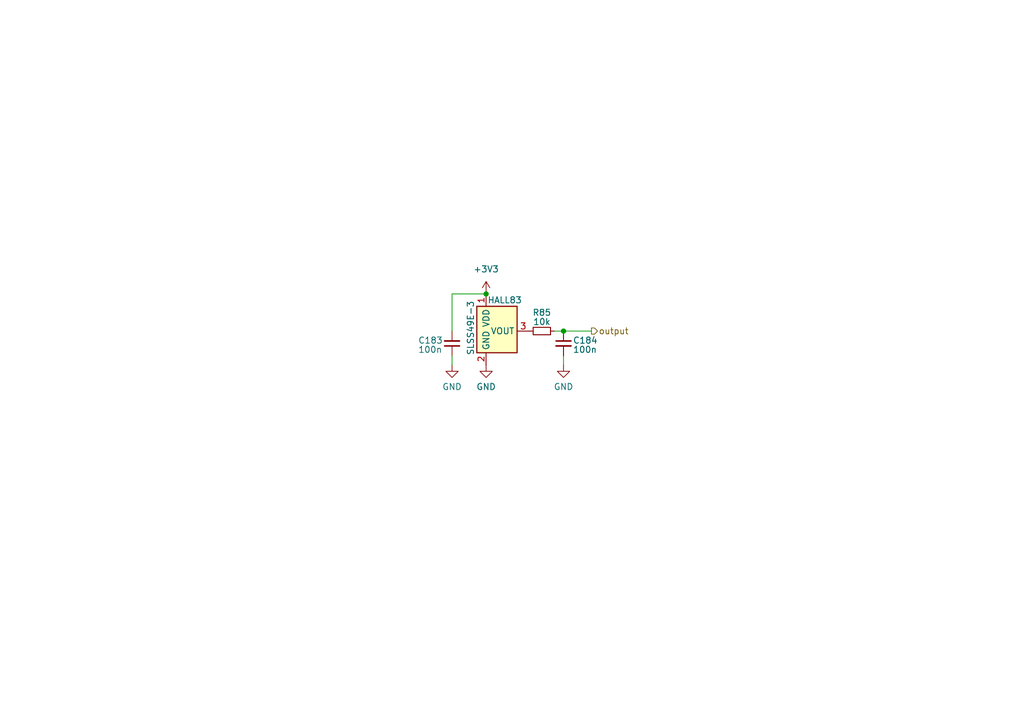
<source format=kicad_sch>
(kicad_sch (version 20230121) (generator eeschema)

  (uuid 20d6584c-6c71-4729-885e-53dcd9a8c8b7)

  (paper "A5")

  (lib_symbols
    (symbol "Device:C_Small" (pin_numbers hide) (pin_names (offset 0.254) hide) (in_bom yes) (on_board yes)
      (property "Reference" "C" (at 0.254 1.778 0)
        (effects (font (size 1.27 1.27)) (justify left))
      )
      (property "Value" "C_Small" (at 0.254 -2.032 0)
        (effects (font (size 1.27 1.27)) (justify left))
      )
      (property "Footprint" "" (at 0 0 0)
        (effects (font (size 1.27 1.27)) hide)
      )
      (property "Datasheet" "~" (at 0 0 0)
        (effects (font (size 1.27 1.27)) hide)
      )
      (property "ki_keywords" "capacitor cap" (at 0 0 0)
        (effects (font (size 1.27 1.27)) hide)
      )
      (property "ki_description" "Unpolarized capacitor, small symbol" (at 0 0 0)
        (effects (font (size 1.27 1.27)) hide)
      )
      (property "ki_fp_filters" "C_*" (at 0 0 0)
        (effects (font (size 1.27 1.27)) hide)
      )
      (symbol "C_Small_0_1"
        (polyline
          (pts
            (xy -1.524 -0.508)
            (xy 1.524 -0.508)
          )
          (stroke (width 0.3302) (type default))
          (fill (type none))
        )
        (polyline
          (pts
            (xy -1.524 0.508)
            (xy 1.524 0.508)
          )
          (stroke (width 0.3048) (type default))
          (fill (type none))
        )
      )
      (symbol "C_Small_1_1"
        (pin passive line (at 0 2.54 270) (length 2.032)
          (name "~" (effects (font (size 1.27 1.27))))
          (number "1" (effects (font (size 1.27 1.27))))
        )
        (pin passive line (at 0 -2.54 90) (length 2.032)
          (name "~" (effects (font (size 1.27 1.27))))
          (number "2" (effects (font (size 1.27 1.27))))
        )
      )
    )
    (symbol "Device:R_Small" (pin_numbers hide) (pin_names (offset 0.254) hide) (in_bom yes) (on_board yes)
      (property "Reference" "R" (at 0.762 0.508 0)
        (effects (font (size 1.27 1.27)) (justify left))
      )
      (property "Value" "R_Small" (at 0.762 -1.016 0)
        (effects (font (size 1.27 1.27)) (justify left))
      )
      (property "Footprint" "" (at 0 0 0)
        (effects (font (size 1.27 1.27)) hide)
      )
      (property "Datasheet" "~" (at 0 0 0)
        (effects (font (size 1.27 1.27)) hide)
      )
      (property "ki_keywords" "R resistor" (at 0 0 0)
        (effects (font (size 1.27 1.27)) hide)
      )
      (property "ki_description" "Resistor, small symbol" (at 0 0 0)
        (effects (font (size 1.27 1.27)) hide)
      )
      (property "ki_fp_filters" "R_*" (at 0 0 0)
        (effects (font (size 1.27 1.27)) hide)
      )
      (symbol "R_Small_0_1"
        (rectangle (start -0.762 1.778) (end 0.762 -1.778)
          (stroke (width 0.2032) (type default))
          (fill (type none))
        )
      )
      (symbol "R_Small_1_1"
        (pin passive line (at 0 2.54 270) (length 0.762)
          (name "~" (effects (font (size 1.27 1.27))))
          (number "1" (effects (font (size 1.27 1.27))))
        )
        (pin passive line (at 0 -2.54 90) (length 0.762)
          (name "~" (effects (font (size 1.27 1.27))))
          (number "2" (effects (font (size 1.27 1.27))))
        )
      )
    )
    (symbol "MoonBoard:SLSS49E-3_with_switch" (in_bom yes) (on_board yes)
      (property "Reference" "HALL" (at 0.635 6.35 0)
        (effects (font (size 1.27 1.27)))
      )
      (property "Value" "SLSS49E-3" (at -5.08 0.635 90)
        (effects (font (size 1.27 1.27)))
      )
      (property "Footprint" "MoonBoard:SLSS49E-3 with MX holes" (at 0 -17.145 0)
        (effects (font (size 1.27 1.27)) hide)
      )
      (property "Datasheet" "" (at 0 0 0)
        (effects (font (size 1.27 1.27)) hide)
      )
      (symbol "SLSS49E-3_with_switch_0_1"
        (rectangle (start -3.81 5.08) (end 4.445 -4.445)
          (stroke (width 0.254) (type default))
          (fill (type background))
        )
      )
      (symbol "SLSS49E-3_with_switch_1_1"
        (pin power_in line (at -1.905 7.62 270) (length 2.54)
          (name "VDD" (effects (font (size 1.27 1.27))))
          (number "1" (effects (font (size 1.27 1.27))))
        )
        (pin power_in line (at -1.905 -6.985 90) (length 2.54)
          (name "GND" (effects (font (size 1.27 1.27))))
          (number "2" (effects (font (size 1.27 1.27))))
        )
        (pin output line (at 6.985 0 180) (length 2.54)
          (name "VOUT" (effects (font (size 1.27 1.27))))
          (number "3" (effects (font (size 1.27 1.27))))
        )
      )
    )
    (symbol "power:+3V3" (power) (pin_names (offset 0)) (in_bom yes) (on_board yes)
      (property "Reference" "#PWR" (at 0 -3.81 0)
        (effects (font (size 1.27 1.27)) hide)
      )
      (property "Value" "+3V3" (at 0 3.556 0)
        (effects (font (size 1.27 1.27)))
      )
      (property "Footprint" "" (at 0 0 0)
        (effects (font (size 1.27 1.27)) hide)
      )
      (property "Datasheet" "" (at 0 0 0)
        (effects (font (size 1.27 1.27)) hide)
      )
      (property "ki_keywords" "global power" (at 0 0 0)
        (effects (font (size 1.27 1.27)) hide)
      )
      (property "ki_description" "Power symbol creates a global label with name \"+3V3\"" (at 0 0 0)
        (effects (font (size 1.27 1.27)) hide)
      )
      (symbol "+3V3_0_1"
        (polyline
          (pts
            (xy -0.762 1.27)
            (xy 0 2.54)
          )
          (stroke (width 0) (type default))
          (fill (type none))
        )
        (polyline
          (pts
            (xy 0 0)
            (xy 0 2.54)
          )
          (stroke (width 0) (type default))
          (fill (type none))
        )
        (polyline
          (pts
            (xy 0 2.54)
            (xy 0.762 1.27)
          )
          (stroke (width 0) (type default))
          (fill (type none))
        )
      )
      (symbol "+3V3_1_1"
        (pin power_in line (at 0 0 90) (length 0) hide
          (name "+3V3" (effects (font (size 1.27 1.27))))
          (number "1" (effects (font (size 1.27 1.27))))
        )
      )
    )
    (symbol "power:GND" (power) (pin_names (offset 0)) (in_bom yes) (on_board yes)
      (property "Reference" "#PWR" (at 0 -6.35 0)
        (effects (font (size 1.27 1.27)) hide)
      )
      (property "Value" "GND" (at 0 -3.81 0)
        (effects (font (size 1.27 1.27)))
      )
      (property "Footprint" "" (at 0 0 0)
        (effects (font (size 1.27 1.27)) hide)
      )
      (property "Datasheet" "" (at 0 0 0)
        (effects (font (size 1.27 1.27)) hide)
      )
      (property "ki_keywords" "global power" (at 0 0 0)
        (effects (font (size 1.27 1.27)) hide)
      )
      (property "ki_description" "Power symbol creates a global label with name \"GND\" , ground" (at 0 0 0)
        (effects (font (size 1.27 1.27)) hide)
      )
      (symbol "GND_0_1"
        (polyline
          (pts
            (xy 0 0)
            (xy 0 -1.27)
            (xy 1.27 -1.27)
            (xy 0 -2.54)
            (xy -1.27 -1.27)
            (xy 0 -1.27)
          )
          (stroke (width 0) (type default))
          (fill (type none))
        )
      )
      (symbol "GND_1_1"
        (pin power_in line (at 0 0 270) (length 0) hide
          (name "GND" (effects (font (size 1.27 1.27))))
          (number "1" (effects (font (size 1.27 1.27))))
        )
      )
    )
  )

  (junction (at 99.695 60.325) (diameter 0) (color 0 0 0 0)
    (uuid 328d3987-a8c0-4e5c-9f24-778d41e2a2b5)
  )
  (junction (at 115.57 67.945) (diameter 0) (color 0 0 0 0)
    (uuid 495aa147-05cb-4a88-9c93-10d57bee8cea)
  )

  (wire (pts (xy 92.71 73.025) (xy 92.71 74.93))
    (stroke (width 0) (type default))
    (uuid 09096d19-0eac-4cf1-8135-49ea3b32d0c3)
  )
  (wire (pts (xy 113.665 67.945) (xy 115.57 67.945))
    (stroke (width 0) (type default))
    (uuid 4e0068d3-a653-4ccf-a667-d25e23e130ca)
  )
  (wire (pts (xy 92.71 67.945) (xy 92.71 60.325))
    (stroke (width 0) (type default))
    (uuid a5ecc962-3e13-4e0c-a79e-f6e3c4f8426d)
  )
  (wire (pts (xy 115.57 67.945) (xy 121.285 67.945))
    (stroke (width 0) (type default))
    (uuid ade5e9dc-375d-42b7-86ba-ec36f446e316)
  )
  (wire (pts (xy 92.71 60.325) (xy 99.695 60.325))
    (stroke (width 0) (type default))
    (uuid b166754d-372f-42bb-a65e-d9e582dcecf4)
  )
  (wire (pts (xy 115.57 73.025) (xy 115.57 74.93))
    (stroke (width 0) (type default))
    (uuid da70235c-15d3-484c-b3d4-b7563e5374ca)
  )

  (hierarchical_label "output" (shape output) (at 121.285 67.945 0) (fields_autoplaced)
    (effects (font (size 1.27 1.27)) (justify left))
    (uuid d9aa1ce0-3497-46e5-b1da-282af97c1225)
  )

  (symbol (lib_id "power:GND") (at 99.695 74.93 0) (unit 1)
    (in_bom yes) (on_board yes) (dnp no) (fields_autoplaced)
    (uuid 53f712e7-631d-41fd-b4e2-94e9161261ca)
    (property "Reference" "#PWR0224" (at 99.695 81.28 0)
      (effects (font (size 1.27 1.27)) hide)
    )
    (property "Value" "GND" (at 99.695 79.375 0)
      (effects (font (size 1.27 1.27)))
    )
    (property "Footprint" "" (at 99.695 74.93 0)
      (effects (font (size 1.27 1.27)) hide)
    )
    (property "Datasheet" "" (at 99.695 74.93 0)
      (effects (font (size 1.27 1.27)) hide)
    )
    (pin "1" (uuid 75c9f41d-39f6-4a75-a805-47772ad5dc75))
    (instances
      (project "Arius8X-HE"
        (path "/bb706f4b-6d11-4e29-ae30-1a1ffddaf9f4/fb2aaba3-3842-4616-b174-96769827734e/b2a83ed0-9058-4027-92bf-863dcf5366cb/6dd744b7-cbf2-40da-9e7f-f9b468d5d281"
          (reference "#PWR0224") (unit 1)
        )
        (path "/bb706f4b-6d11-4e29-ae30-1a1ffddaf9f4/fb2aaba3-3842-4616-b174-96769827734e/b2a83ed0-9058-4027-92bf-863dcf5366cb/4c2cf7b7-6ee0-4a5e-afb8-c57cde13d8a8"
          (reference "#PWR0180") (unit 1)
        )
        (path "/bb706f4b-6d11-4e29-ae30-1a1ffddaf9f4/fb2aaba3-3842-4616-b174-96769827734e/b2a83ed0-9058-4027-92bf-863dcf5366cb/4622136c-49e7-45e1-a584-769010d2f580"
          (reference "#PWR0176") (unit 1)
        )
        (path "/bb706f4b-6d11-4e29-ae30-1a1ffddaf9f4/fb2aaba3-3842-4616-b174-96769827734e/b2a83ed0-9058-4027-92bf-863dcf5366cb/cc198abb-7270-4530-8658-6b1c80e3874c"
          (reference "#PWR0172") (unit 1)
        )
        (path "/bb706f4b-6d11-4e29-ae30-1a1ffddaf9f4/fb2aaba3-3842-4616-b174-96769827734e/b2a83ed0-9058-4027-92bf-863dcf5366cb/37e3dd95-3069-47d2-a4b7-116b5400f098"
          (reference "#PWR0168") (unit 1)
        )
        (path "/bb706f4b-6d11-4e29-ae30-1a1ffddaf9f4/fb2aaba3-3842-4616-b174-96769827734e/b2a83ed0-9058-4027-92bf-863dcf5366cb/ed499842-fbd4-464c-9756-36a577ea88fc"
          (reference "#PWR0164") (unit 1)
        )
        (path "/bb706f4b-6d11-4e29-ae30-1a1ffddaf9f4/fb2aaba3-3842-4616-b174-96769827734e/b2a83ed0-9058-4027-92bf-863dcf5366cb/a9ac939a-5aab-4340-94bc-8d68da6ff406"
          (reference "#PWR0160") (unit 1)
        )
        (path "/bb706f4b-6d11-4e29-ae30-1a1ffddaf9f4/fb2aaba3-3842-4616-b174-96769827734e/b2a83ed0-9058-4027-92bf-863dcf5366cb/8952a1bd-2f5e-46f1-8451-eb7147ee4dc1"
          (reference "#PWR0156") (unit 1)
        )
        (path "/bb706f4b-6d11-4e29-ae30-1a1ffddaf9f4/fb2aaba3-3842-4616-b174-96769827734e/b2a83ed0-9058-4027-92bf-863dcf5366cb/4e1e15a7-9609-4937-af56-dd4f00eec570"
          (reference "#PWR0152") (unit 1)
        )
        (path "/bb706f4b-6d11-4e29-ae30-1a1ffddaf9f4/fb2aaba3-3842-4616-b174-96769827734e/b2a83ed0-9058-4027-92bf-863dcf5366cb/45eabb06-f931-4747-9b2c-fb1e00b15029"
          (reference "#PWR0148") (unit 1)
        )
        (path "/bb706f4b-6d11-4e29-ae30-1a1ffddaf9f4/fb2aaba3-3842-4616-b174-96769827734e/b2a83ed0-9058-4027-92bf-863dcf5366cb/aa92d182-fdef-4290-bb1b-5d875c2b8cab"
          (reference "#PWR0144") (unit 1)
        )
        (path "/bb706f4b-6d11-4e29-ae30-1a1ffddaf9f4/fb2aaba3-3842-4616-b174-96769827734e/b2a83ed0-9058-4027-92bf-863dcf5366cb/3d344642-6b5b-4c88-af4a-bedd7b82f191"
          (reference "#PWR0228") (unit 1)
        )
        (path "/bb706f4b-6d11-4e29-ae30-1a1ffddaf9f4/fb2aaba3-3842-4616-b174-96769827734e/b2a83ed0-9058-4027-92bf-863dcf5366cb/77cf540d-dfbf-43bd-9a32-96fabef850d0"
          (reference "#PWR0384") (unit 1)
        )
        (path "/bb706f4b-6d11-4e29-ae30-1a1ffddaf9f4/fb2aaba3-3842-4616-b174-96769827734e/b2a83ed0-9058-4027-92bf-863dcf5366cb/6f36beaa-0b99-44bf-a583-0bca784c3f6e"
          (reference "#PWR0380") (unit 1)
        )
        (path "/bb706f4b-6d11-4e29-ae30-1a1ffddaf9f4/fb2aaba3-3842-4616-b174-96769827734e/b2a83ed0-9058-4027-92bf-863dcf5366cb/17f9e0b9-a253-4ad6-851a-dbb1a5cfce3e"
          (reference "#PWR0376") (unit 1)
        )
        (path "/bb706f4b-6d11-4e29-ae30-1a1ffddaf9f4/fb2aaba3-3842-4616-b174-96769827734e/b2a83ed0-9058-4027-92bf-863dcf5366cb/cb952ddf-d5e3-40d0-99db-1606d2aec648"
          (reference "#PWR0372") (unit 1)
        )
        (path "/bb706f4b-6d11-4e29-ae30-1a1ffddaf9f4/fb2aaba3-3842-4616-b174-96769827734e/b2a83ed0-9058-4027-92bf-863dcf5366cb/48a80728-5fdf-4be9-9cb0-aabae895215b"
          (reference "#PWR0368") (unit 1)
        )
        (path "/bb706f4b-6d11-4e29-ae30-1a1ffddaf9f4/fb2aaba3-3842-4616-b174-96769827734e/b2a83ed0-9058-4027-92bf-863dcf5366cb/465e1f37-cbc1-4015-805a-dc807b88bb37"
          (reference "#PWR0364") (unit 1)
        )
        (path "/bb706f4b-6d11-4e29-ae30-1a1ffddaf9f4/fb2aaba3-3842-4616-b174-96769827734e/b2a83ed0-9058-4027-92bf-863dcf5366cb/5a48084a-5eff-4b80-8fc3-47987f24dd6c"
          (reference "#PWR0360") (unit 1)
        )
        (path "/bb706f4b-6d11-4e29-ae30-1a1ffddaf9f4/fb2aaba3-3842-4616-b174-96769827734e/b2a83ed0-9058-4027-92bf-863dcf5366cb/b9308ad7-9500-4e53-8cee-a1e80688bf99"
          (reference "#PWR0356") (unit 1)
        )
        (path "/bb706f4b-6d11-4e29-ae30-1a1ffddaf9f4/fb2aaba3-3842-4616-b174-96769827734e/b2a83ed0-9058-4027-92bf-863dcf5366cb/837f3b38-0e51-4747-b94a-c3ac29fa90a5"
          (reference "#PWR0352") (unit 1)
        )
        (path "/bb706f4b-6d11-4e29-ae30-1a1ffddaf9f4/fb2aaba3-3842-4616-b174-96769827734e/b2a83ed0-9058-4027-92bf-863dcf5366cb/4bc1fd19-91c2-4d86-89f3-d5f642f19d75"
          (reference "#PWR0348") (unit 1)
        )
        (path "/bb706f4b-6d11-4e29-ae30-1a1ffddaf9f4/fb2aaba3-3842-4616-b174-96769827734e/b2a83ed0-9058-4027-92bf-863dcf5366cb/047a78bf-8518-46d6-82bf-89256281aad9"
          (reference "#PWR0344") (unit 1)
        )
        (path "/bb706f4b-6d11-4e29-ae30-1a1ffddaf9f4/fb2aaba3-3842-4616-b174-96769827734e/b2a83ed0-9058-4027-92bf-863dcf5366cb/bcae312a-376a-4e06-b427-6479fc105409"
          (reference "#PWR044") (unit 1)
        )
        (path "/bb706f4b-6d11-4e29-ae30-1a1ffddaf9f4/fb2aaba3-3842-4616-b174-96769827734e/b2a83ed0-9058-4027-92bf-863dcf5366cb/aabb8ec8-994e-4666-9652-9c49b3fba4fa"
          (reference "#PWR0260") (unit 1)
        )
        (path "/bb706f4b-6d11-4e29-ae30-1a1ffddaf9f4/fb2aaba3-3842-4616-b174-96769827734e/b2a83ed0-9058-4027-92bf-863dcf5366cb/c6b0e4a2-c1e3-45db-b320-0e1fb58ab4f8"
          (reference "#PWR0256") (unit 1)
        )
        (path "/bb706f4b-6d11-4e29-ae30-1a1ffddaf9f4/fb2aaba3-3842-4616-b174-96769827734e/b2a83ed0-9058-4027-92bf-863dcf5366cb/0a6aa956-a350-43f7-98b6-ce49db764abe"
          (reference "#PWR0252") (unit 1)
        )
        (path "/bb706f4b-6d11-4e29-ae30-1a1ffddaf9f4/fb2aaba3-3842-4616-b174-96769827734e/b2a83ed0-9058-4027-92bf-863dcf5366cb/7b6c670e-d94e-4a6d-96fa-19e58021f13e"
          (reference "#PWR0248") (unit 1)
        )
        (path "/bb706f4b-6d11-4e29-ae30-1a1ffddaf9f4/fb2aaba3-3842-4616-b174-96769827734e/b2a83ed0-9058-4027-92bf-863dcf5366cb/675f9ba9-82b3-4c0d-b9a7-779337d07061"
          (reference "#PWR0244") (unit 1)
        )
        (path "/bb706f4b-6d11-4e29-ae30-1a1ffddaf9f4/fb2aaba3-3842-4616-b174-96769827734e/b2a83ed0-9058-4027-92bf-863dcf5366cb/7890f956-2b2c-478f-b443-e3686fe8ef47"
          (reference "#PWR0240") (unit 1)
        )
        (path "/bb706f4b-6d11-4e29-ae30-1a1ffddaf9f4/fb2aaba3-3842-4616-b174-96769827734e/b2a83ed0-9058-4027-92bf-863dcf5366cb/5c022414-4b60-4dd1-9385-85a21512f9c6"
          (reference "#PWR0236") (unit 1)
        )
        (path "/bb706f4b-6d11-4e29-ae30-1a1ffddaf9f4/fb2aaba3-3842-4616-b174-96769827734e/b2a83ed0-9058-4027-92bf-863dcf5366cb/4d4e11cb-32fa-4ab9-8cb3-e3da072fdbd9"
          (reference "#PWR0232") (unit 1)
        )
        (path "/bb706f4b-6d11-4e29-ae30-1a1ffddaf9f4/fb2aaba3-3842-4616-b174-96769827734e/b2a83ed0-9058-4027-92bf-863dcf5366cb/440da7c1-070e-462a-b9c4-857498b1ff6f"
          (reference "#PWR0204") (unit 1)
        )
        (path "/bb706f4b-6d11-4e29-ae30-1a1ffddaf9f4/fb2aaba3-3842-4616-b174-96769827734e/b2a83ed0-9058-4027-92bf-863dcf5366cb/dcd38e72-116c-44b9-ac2e-d3b0b0eb966a"
          (reference "#PWR0184") (unit 1)
        )
        (path "/bb706f4b-6d11-4e29-ae30-1a1ffddaf9f4/fb2aaba3-3842-4616-b174-96769827734e/b2a83ed0-9058-4027-92bf-863dcf5366cb/6395af60-b9cc-4e1d-929d-cf6003e3dd5d"
          (reference "#PWR0220") (unit 1)
        )
        (path "/bb706f4b-6d11-4e29-ae30-1a1ffddaf9f4/fb2aaba3-3842-4616-b174-96769827734e/b2a83ed0-9058-4027-92bf-863dcf5366cb/580c325b-fd97-4b91-90a8-1963284f795a"
          (reference "#PWR0216") (unit 1)
        )
        (path "/bb706f4b-6d11-4e29-ae30-1a1ffddaf9f4/fb2aaba3-3842-4616-b174-96769827734e/b2a83ed0-9058-4027-92bf-863dcf5366cb/56515c36-1747-49d3-aad4-96efa458793b"
          (reference "#PWR0212") (unit 1)
        )
        (path "/bb706f4b-6d11-4e29-ae30-1a1ffddaf9f4/fb2aaba3-3842-4616-b174-96769827734e/b2a83ed0-9058-4027-92bf-863dcf5366cb/aa2e65a3-2246-43f0-aa76-ad4101f21a3c"
          (reference "#PWR0208") (unit 1)
        )
        (path "/bb706f4b-6d11-4e29-ae30-1a1ffddaf9f4/fb2aaba3-3842-4616-b174-96769827734e/b2a83ed0-9058-4027-92bf-863dcf5366cb/b12a0bae-f900-4d0f-856b-def9afcaa110"
          (reference "#PWR0140") (unit 1)
        )
        (path "/bb706f4b-6d11-4e29-ae30-1a1ffddaf9f4/fb2aaba3-3842-4616-b174-96769827734e/b2a83ed0-9058-4027-92bf-863dcf5366cb/00f18677-267d-43e8-8bb9-14c5117917ec"
          (reference "#PWR0200") (unit 1)
        )
        (path "/bb706f4b-6d11-4e29-ae30-1a1ffddaf9f4/fb2aaba3-3842-4616-b174-96769827734e/b2a83ed0-9058-4027-92bf-863dcf5366cb/fa5c8ddd-0517-4b4d-9595-c95509b36605"
          (reference "#PWR0196") (unit 1)
        )
        (path "/bb706f4b-6d11-4e29-ae30-1a1ffddaf9f4/fb2aaba3-3842-4616-b174-96769827734e/b2a83ed0-9058-4027-92bf-863dcf5366cb/48d40bd3-e72a-4763-99dd-04cb7a582c30"
          (reference "#PWR0192") (unit 1)
        )
        (path "/bb706f4b-6d11-4e29-ae30-1a1ffddaf9f4/fb2aaba3-3842-4616-b174-96769827734e/b2a83ed0-9058-4027-92bf-863dcf5366cb/7e22a175-e307-41b9-a2ba-8e37f3020735"
          (reference "#PWR0188") (unit 1)
        )
        (path "/bb706f4b-6d11-4e29-ae30-1a1ffddaf9f4/fb2aaba3-3842-4616-b174-96769827734e/b2a83ed0-9058-4027-92bf-863dcf5366cb/2cfb13be-a1fc-4311-8ef0-c88857e4a222"
          (reference "#PWR0300") (unit 1)
        )
        (path "/bb706f4b-6d11-4e29-ae30-1a1ffddaf9f4/fb2aaba3-3842-4616-b174-96769827734e/b2a83ed0-9058-4027-92bf-863dcf5366cb/9f8c273c-b3e8-46e5-a59a-c0769845a5e8"
          (reference "#PWR0132") (unit 1)
        )
        (path "/bb706f4b-6d11-4e29-ae30-1a1ffddaf9f4/fb2aaba3-3842-4616-b174-96769827734e/b2a83ed0-9058-4027-92bf-863dcf5366cb/cacf0bb5-4969-4d2e-9289-31b00a9509eb"
          (reference "#PWR0128") (unit 1)
        )
        (path "/bb706f4b-6d11-4e29-ae30-1a1ffddaf9f4/fb2aaba3-3842-4616-b174-96769827734e/b2a83ed0-9058-4027-92bf-863dcf5366cb/5f0367be-57ac-486f-98ba-19046fee8f1d"
          (reference "#PWR0124") (unit 1)
        )
        (path "/bb706f4b-6d11-4e29-ae30-1a1ffddaf9f4/fb2aaba3-3842-4616-b174-96769827734e/b2a83ed0-9058-4027-92bf-863dcf5366cb/f81e00d4-7d70-4333-94fa-3089ccd98862"
          (reference "#PWR0120") (unit 1)
        )
        (path "/bb706f4b-6d11-4e29-ae30-1a1ffddaf9f4/fb2aaba3-3842-4616-b174-96769827734e/b2a83ed0-9058-4027-92bf-863dcf5366cb/d91af2c0-10f5-4d94-8ea9-05777ede8b00"
          (reference "#PWR0116") (unit 1)
        )
        (path "/bb706f4b-6d11-4e29-ae30-1a1ffddaf9f4/fb2aaba3-3842-4616-b174-96769827734e/b2a83ed0-9058-4027-92bf-863dcf5366cb/17269bcc-8d51-48cd-a56a-076112f91a34"
          (reference "#PWR0112") (unit 1)
        )
        (path "/bb706f4b-6d11-4e29-ae30-1a1ffddaf9f4/fb2aaba3-3842-4616-b174-96769827734e/b2a83ed0-9058-4027-92bf-863dcf5366cb/a36f6f8e-a68d-42b3-9725-69f60cfc0f26"
          (reference "#PWR0108") (unit 1)
        )
        (path "/bb706f4b-6d11-4e29-ae30-1a1ffddaf9f4/fb2aaba3-3842-4616-b174-96769827734e/b2a83ed0-9058-4027-92bf-863dcf5366cb/f11d24c0-eea6-416e-a8a1-6ad0215028fe"
          (reference "#PWR0104") (unit 1)
        )
        (path "/bb706f4b-6d11-4e29-ae30-1a1ffddaf9f4/fb2aaba3-3842-4616-b174-96769827734e/b2a83ed0-9058-4027-92bf-863dcf5366cb/7b7216e5-5c5a-4184-b616-eb0917a5cdc7"
          (reference "#PWR0100") (unit 1)
        )
        (path "/bb706f4b-6d11-4e29-ae30-1a1ffddaf9f4/fb2aaba3-3842-4616-b174-96769827734e/b2a83ed0-9058-4027-92bf-863dcf5366cb/2306e731-4e13-4211-a1c4-08983efdca30"
          (reference "#PWR096") (unit 1)
        )
        (path "/bb706f4b-6d11-4e29-ae30-1a1ffddaf9f4/fb2aaba3-3842-4616-b174-96769827734e/b2a83ed0-9058-4027-92bf-863dcf5366cb/66b3f7b3-30f9-41b0-a16e-8445a6582305"
          (reference "#PWR0304") (unit 1)
        )
        (path "/bb706f4b-6d11-4e29-ae30-1a1ffddaf9f4/fb2aaba3-3842-4616-b174-96769827734e/b2a83ed0-9058-4027-92bf-863dcf5366cb/82614d1c-5c46-491c-bfa8-9ca95e0e77a4"
          (reference "#PWR088") (unit 1)
        )
        (path "/bb706f4b-6d11-4e29-ae30-1a1ffddaf9f4/fb2aaba3-3842-4616-b174-96769827734e/b2a83ed0-9058-4027-92bf-863dcf5366cb/23234706-5e77-4fa8-b260-9710b0b36d61"
          (reference "#PWR084") (unit 1)
        )
        (path "/bb706f4b-6d11-4e29-ae30-1a1ffddaf9f4/fb2aaba3-3842-4616-b174-96769827734e/b2a83ed0-9058-4027-92bf-863dcf5366cb/4e3a6b3d-f9ec-4855-9405-696bcc381c6b"
          (reference "#PWR076") (unit 1)
        )
        (path "/bb706f4b-6d11-4e29-ae30-1a1ffddaf9f4/fb2aaba3-3842-4616-b174-96769827734e/b2a83ed0-9058-4027-92bf-863dcf5366cb/14e18687-8fa4-47b9-bc2b-1e869aa98459"
          (reference "#PWR072") (unit 1)
        )
        (path "/bb706f4b-6d11-4e29-ae30-1a1ffddaf9f4/fb2aaba3-3842-4616-b174-96769827734e/b2a83ed0-9058-4027-92bf-863dcf5366cb/f5eb3776-0514-44be-8b45-305e68edad3b"
          (reference "#PWR068") (unit 1)
        )
        (path "/bb706f4b-6d11-4e29-ae30-1a1ffddaf9f4/fb2aaba3-3842-4616-b174-96769827734e/b2a83ed0-9058-4027-92bf-863dcf5366cb/7cf55577-7dac-4228-90da-7f285bce427b"
          (reference "#PWR064") (unit 1)
        )
        (path "/bb706f4b-6d11-4e29-ae30-1a1ffddaf9f4/fb2aaba3-3842-4616-b174-96769827734e/b2a83ed0-9058-4027-92bf-863dcf5366cb/31ea0138-73ff-40fb-babb-02aac796960c"
          (reference "#PWR060") (unit 1)
        )
        (path "/bb706f4b-6d11-4e29-ae30-1a1ffddaf9f4/fb2aaba3-3842-4616-b174-96769827734e/b2a83ed0-9058-4027-92bf-863dcf5366cb/838ce3f4-19a3-4b99-b280-f5715947b332"
          (reference "#PWR056") (unit 1)
        )
        (path "/bb706f4b-6d11-4e29-ae30-1a1ffddaf9f4/fb2aaba3-3842-4616-b174-96769827734e/b2a83ed0-9058-4027-92bf-863dcf5366cb/53d3ce1c-a5ae-4ae9-87c2-ce054ed8223e"
          (reference "#PWR052") (unit 1)
        )
        (path "/bb706f4b-6d11-4e29-ae30-1a1ffddaf9f4/fb2aaba3-3842-4616-b174-96769827734e/b2a83ed0-9058-4027-92bf-863dcf5366cb/e335dda8-723e-41d2-bbea-7308bd80503b"
          (reference "#PWR048") (unit 1)
        )
        (path "/bb706f4b-6d11-4e29-ae30-1a1ffddaf9f4/fb2aaba3-3842-4616-b174-96769827734e/b2a83ed0-9058-4027-92bf-863dcf5366cb/2f5c4234-a79b-4d01-a7aa-8dca37131a3a"
          (reference "#PWR0328") (unit 1)
        )
        (path "/bb706f4b-6d11-4e29-ae30-1a1ffddaf9f4/fb2aaba3-3842-4616-b174-96769827734e/b2a83ed0-9058-4027-92bf-863dcf5366cb/4144aea3-a42d-458e-a70e-f4c5d2e4f4e8"
          (reference "#PWR0340") (unit 1)
        )
        (path "/bb706f4b-6d11-4e29-ae30-1a1ffddaf9f4/fb2aaba3-3842-4616-b174-96769827734e/b2a83ed0-9058-4027-92bf-863dcf5366cb/80a9d248-95fb-449b-b7db-e69ea0772823"
          (reference "#PWR0336") (unit 1)
        )
        (path "/bb706f4b-6d11-4e29-ae30-1a1ffddaf9f4/fb2aaba3-3842-4616-b174-96769827734e/b2a83ed0-9058-4027-92bf-863dcf5366cb/d5ad85ba-e661-4ac1-ad22-a42b663bf489"
          (reference "#PWR0332") (unit 1)
        )
        (path "/bb706f4b-6d11-4e29-ae30-1a1ffddaf9f4/fb2aaba3-3842-4616-b174-96769827734e/b2a83ed0-9058-4027-92bf-863dcf5366cb/9eeb6f30-7a4a-42ce-a322-530e506bdb32"
          (reference "#PWR0264") (unit 1)
        )
        (path "/bb706f4b-6d11-4e29-ae30-1a1ffddaf9f4/fb2aaba3-3842-4616-b174-96769827734e/b2a83ed0-9058-4027-92bf-863dcf5366cb/2951bd26-1cb5-4254-a7c7-650fee3ce1f8"
          (reference "#PWR0324") (unit 1)
        )
        (path "/bb706f4b-6d11-4e29-ae30-1a1ffddaf9f4/fb2aaba3-3842-4616-b174-96769827734e/b2a83ed0-9058-4027-92bf-863dcf5366cb/77b8f0a6-e36c-4013-931f-430d65665ef5"
          (reference "#PWR0320") (unit 1)
        )
        (path "/bb706f4b-6d11-4e29-ae30-1a1ffddaf9f4/fb2aaba3-3842-4616-b174-96769827734e/b2a83ed0-9058-4027-92bf-863dcf5366cb/ab0eeaf8-b35d-4359-8aa3-fdc766bbb77b"
          (reference "#PWR0316") (unit 1)
        )
        (path "/bb706f4b-6d11-4e29-ae30-1a1ffddaf9f4/fb2aaba3-3842-4616-b174-96769827734e/b2a83ed0-9058-4027-92bf-863dcf5366cb/499d9dd2-5dd0-400d-b1dd-fe364a8d0482"
          (reference "#PWR0312") (unit 1)
        )
        (path "/bb706f4b-6d11-4e29-ae30-1a1ffddaf9f4/fb2aaba3-3842-4616-b174-96769827734e/b2a83ed0-9058-4027-92bf-863dcf5366cb/e16961ea-85a0-4825-b2b7-9a7b71379b65"
          (reference "#PWR0308") (unit 1)
        )
        (path "/bb706f4b-6d11-4e29-ae30-1a1ffddaf9f4/fb2aaba3-3842-4616-b174-96769827734e/b2a83ed0-9058-4027-92bf-863dcf5366cb/5d3cac40-e2eb-480e-a538-3ff64bb66d4f"
          (reference "#PWR092") (unit 1)
        )
        (path "/bb706f4b-6d11-4e29-ae30-1a1ffddaf9f4/fb2aaba3-3842-4616-b174-96769827734e/b2a83ed0-9058-4027-92bf-863dcf5366cb/b93c910e-3f3e-4499-8fa4-c7bde2827a57"
          (reference "#PWR0136") (unit 1)
        )
        (path "/bb706f4b-6d11-4e29-ae30-1a1ffddaf9f4/fb2aaba3-3842-4616-b174-96769827734e/b2a83ed0-9058-4027-92bf-863dcf5366cb/29f72923-779d-4c49-ac68-ecd0a43d7685"
          (reference "#PWR0296") (unit 1)
        )
        (path "/bb706f4b-6d11-4e29-ae30-1a1ffddaf9f4/fb2aaba3-3842-4616-b174-96769827734e/b2a83ed0-9058-4027-92bf-863dcf5366cb/19c37bfd-faec-4718-968b-7a0bc6baf152"
          (reference "#PWR0292") (unit 1)
        )
        (path "/bb706f4b-6d11-4e29-ae30-1a1ffddaf9f4/fb2aaba3-3842-4616-b174-96769827734e/b2a83ed0-9058-4027-92bf-863dcf5366cb/516fcc0e-542b-4827-a581-44a8a656963d"
          (reference "#PWR0288") (unit 1)
        )
        (path "/bb706f4b-6d11-4e29-ae30-1a1ffddaf9f4/fb2aaba3-3842-4616-b174-96769827734e/b2a83ed0-9058-4027-92bf-863dcf5366cb/8bb9ca19-8233-4528-9c40-7f4784606a48"
          (reference "#PWR0284") (unit 1)
        )
        (path "/bb706f4b-6d11-4e29-ae30-1a1ffddaf9f4/fb2aaba3-3842-4616-b174-96769827734e/b2a83ed0-9058-4027-92bf-863dcf5366cb/60af0827-efdc-4c5d-9804-ade8be831ff5"
          (reference "#PWR0280") (unit 1)
        )
        (path "/bb706f4b-6d11-4e29-ae30-1a1ffddaf9f4/fb2aaba3-3842-4616-b174-96769827734e/b2a83ed0-9058-4027-92bf-863dcf5366cb/4a88b0fb-9292-4d62-9f02-84c91006ce4c"
          (reference "#PWR0276") (unit 1)
        )
        (path "/bb706f4b-6d11-4e29-ae30-1a1ffddaf9f4/fb2aaba3-3842-4616-b174-96769827734e/b2a83ed0-9058-4027-92bf-863dcf5366cb/cbfab19a-6631-4bf6-ba75-fb8a4675d0d1"
          (reference "#PWR0272") (unit 1)
        )
        (path "/bb706f4b-6d11-4e29-ae30-1a1ffddaf9f4/fb2aaba3-3842-4616-b174-96769827734e/b2a83ed0-9058-4027-92bf-863dcf5366cb/5afc0124-a813-4596-9c20-525dce932316"
          (reference "#PWR0268") (unit 1)
        )
        (path "/bb706f4b-6d11-4e29-ae30-1a1ffddaf9f4/fb2aaba3-3842-4616-b174-96769827734e/b2a83ed0-9058-4027-92bf-863dcf5366cb/6afdbe4d-04af-4bd3-92c9-4f3555635f7b"
          (reference "#PWR080") (unit 1)
        )
      )
    )
  )

  (symbol (lib_id "power:GND") (at 92.71 74.93 0) (unit 1)
    (in_bom yes) (on_board yes) (dnp no) (fields_autoplaced)
    (uuid 602cb185-305d-48d5-8c0f-5abbe6410b39)
    (property "Reference" "#PWR0223" (at 92.71 81.28 0)
      (effects (font (size 1.27 1.27)) hide)
    )
    (property "Value" "GND" (at 92.71 79.375 0)
      (effects (font (size 1.27 1.27)))
    )
    (property "Footprint" "" (at 92.71 74.93 0)
      (effects (font (size 1.27 1.27)) hide)
    )
    (property "Datasheet" "" (at 92.71 74.93 0)
      (effects (font (size 1.27 1.27)) hide)
    )
    (pin "1" (uuid fc1be057-fa9e-448f-82ae-8de52b1f58a4))
    (instances
      (project "Arius8X-HE"
        (path "/bb706f4b-6d11-4e29-ae30-1a1ffddaf9f4/fb2aaba3-3842-4616-b174-96769827734e/b2a83ed0-9058-4027-92bf-863dcf5366cb/6dd744b7-cbf2-40da-9e7f-f9b468d5d281"
          (reference "#PWR0223") (unit 1)
        )
        (path "/bb706f4b-6d11-4e29-ae30-1a1ffddaf9f4/fb2aaba3-3842-4616-b174-96769827734e/b2a83ed0-9058-4027-92bf-863dcf5366cb/4c2cf7b7-6ee0-4a5e-afb8-c57cde13d8a8"
          (reference "#PWR0179") (unit 1)
        )
        (path "/bb706f4b-6d11-4e29-ae30-1a1ffddaf9f4/fb2aaba3-3842-4616-b174-96769827734e/b2a83ed0-9058-4027-92bf-863dcf5366cb/4622136c-49e7-45e1-a584-769010d2f580"
          (reference "#PWR0175") (unit 1)
        )
        (path "/bb706f4b-6d11-4e29-ae30-1a1ffddaf9f4/fb2aaba3-3842-4616-b174-96769827734e/b2a83ed0-9058-4027-92bf-863dcf5366cb/cc198abb-7270-4530-8658-6b1c80e3874c"
          (reference "#PWR0171") (unit 1)
        )
        (path "/bb706f4b-6d11-4e29-ae30-1a1ffddaf9f4/fb2aaba3-3842-4616-b174-96769827734e/b2a83ed0-9058-4027-92bf-863dcf5366cb/37e3dd95-3069-47d2-a4b7-116b5400f098"
          (reference "#PWR0167") (unit 1)
        )
        (path "/bb706f4b-6d11-4e29-ae30-1a1ffddaf9f4/fb2aaba3-3842-4616-b174-96769827734e/b2a83ed0-9058-4027-92bf-863dcf5366cb/ed499842-fbd4-464c-9756-36a577ea88fc"
          (reference "#PWR0163") (unit 1)
        )
        (path "/bb706f4b-6d11-4e29-ae30-1a1ffddaf9f4/fb2aaba3-3842-4616-b174-96769827734e/b2a83ed0-9058-4027-92bf-863dcf5366cb/a9ac939a-5aab-4340-94bc-8d68da6ff406"
          (reference "#PWR0159") (unit 1)
        )
        (path "/bb706f4b-6d11-4e29-ae30-1a1ffddaf9f4/fb2aaba3-3842-4616-b174-96769827734e/b2a83ed0-9058-4027-92bf-863dcf5366cb/8952a1bd-2f5e-46f1-8451-eb7147ee4dc1"
          (reference "#PWR0155") (unit 1)
        )
        (path "/bb706f4b-6d11-4e29-ae30-1a1ffddaf9f4/fb2aaba3-3842-4616-b174-96769827734e/b2a83ed0-9058-4027-92bf-863dcf5366cb/4e1e15a7-9609-4937-af56-dd4f00eec570"
          (reference "#PWR0151") (unit 1)
        )
        (path "/bb706f4b-6d11-4e29-ae30-1a1ffddaf9f4/fb2aaba3-3842-4616-b174-96769827734e/b2a83ed0-9058-4027-92bf-863dcf5366cb/45eabb06-f931-4747-9b2c-fb1e00b15029"
          (reference "#PWR0147") (unit 1)
        )
        (path "/bb706f4b-6d11-4e29-ae30-1a1ffddaf9f4/fb2aaba3-3842-4616-b174-96769827734e/b2a83ed0-9058-4027-92bf-863dcf5366cb/aa92d182-fdef-4290-bb1b-5d875c2b8cab"
          (reference "#PWR0143") (unit 1)
        )
        (path "/bb706f4b-6d11-4e29-ae30-1a1ffddaf9f4/fb2aaba3-3842-4616-b174-96769827734e/b2a83ed0-9058-4027-92bf-863dcf5366cb/3d344642-6b5b-4c88-af4a-bedd7b82f191"
          (reference "#PWR0227") (unit 1)
        )
        (path "/bb706f4b-6d11-4e29-ae30-1a1ffddaf9f4/fb2aaba3-3842-4616-b174-96769827734e/b2a83ed0-9058-4027-92bf-863dcf5366cb/77cf540d-dfbf-43bd-9a32-96fabef850d0"
          (reference "#PWR0383") (unit 1)
        )
        (path "/bb706f4b-6d11-4e29-ae30-1a1ffddaf9f4/fb2aaba3-3842-4616-b174-96769827734e/b2a83ed0-9058-4027-92bf-863dcf5366cb/6f36beaa-0b99-44bf-a583-0bca784c3f6e"
          (reference "#PWR0379") (unit 1)
        )
        (path "/bb706f4b-6d11-4e29-ae30-1a1ffddaf9f4/fb2aaba3-3842-4616-b174-96769827734e/b2a83ed0-9058-4027-92bf-863dcf5366cb/17f9e0b9-a253-4ad6-851a-dbb1a5cfce3e"
          (reference "#PWR0375") (unit 1)
        )
        (path "/bb706f4b-6d11-4e29-ae30-1a1ffddaf9f4/fb2aaba3-3842-4616-b174-96769827734e/b2a83ed0-9058-4027-92bf-863dcf5366cb/cb952ddf-d5e3-40d0-99db-1606d2aec648"
          (reference "#PWR0371") (unit 1)
        )
        (path "/bb706f4b-6d11-4e29-ae30-1a1ffddaf9f4/fb2aaba3-3842-4616-b174-96769827734e/b2a83ed0-9058-4027-92bf-863dcf5366cb/48a80728-5fdf-4be9-9cb0-aabae895215b"
          (reference "#PWR0367") (unit 1)
        )
        (path "/bb706f4b-6d11-4e29-ae30-1a1ffddaf9f4/fb2aaba3-3842-4616-b174-96769827734e/b2a83ed0-9058-4027-92bf-863dcf5366cb/465e1f37-cbc1-4015-805a-dc807b88bb37"
          (reference "#PWR0363") (unit 1)
        )
        (path "/bb706f4b-6d11-4e29-ae30-1a1ffddaf9f4/fb2aaba3-3842-4616-b174-96769827734e/b2a83ed0-9058-4027-92bf-863dcf5366cb/5a48084a-5eff-4b80-8fc3-47987f24dd6c"
          (reference "#PWR0359") (unit 1)
        )
        (path "/bb706f4b-6d11-4e29-ae30-1a1ffddaf9f4/fb2aaba3-3842-4616-b174-96769827734e/b2a83ed0-9058-4027-92bf-863dcf5366cb/b9308ad7-9500-4e53-8cee-a1e80688bf99"
          (reference "#PWR0355") (unit 1)
        )
        (path "/bb706f4b-6d11-4e29-ae30-1a1ffddaf9f4/fb2aaba3-3842-4616-b174-96769827734e/b2a83ed0-9058-4027-92bf-863dcf5366cb/837f3b38-0e51-4747-b94a-c3ac29fa90a5"
          (reference "#PWR0351") (unit 1)
        )
        (path "/bb706f4b-6d11-4e29-ae30-1a1ffddaf9f4/fb2aaba3-3842-4616-b174-96769827734e/b2a83ed0-9058-4027-92bf-863dcf5366cb/4bc1fd19-91c2-4d86-89f3-d5f642f19d75"
          (reference "#PWR0347") (unit 1)
        )
        (path "/bb706f4b-6d11-4e29-ae30-1a1ffddaf9f4/fb2aaba3-3842-4616-b174-96769827734e/b2a83ed0-9058-4027-92bf-863dcf5366cb/047a78bf-8518-46d6-82bf-89256281aad9"
          (reference "#PWR0343") (unit 1)
        )
        (path "/bb706f4b-6d11-4e29-ae30-1a1ffddaf9f4/fb2aaba3-3842-4616-b174-96769827734e/b2a83ed0-9058-4027-92bf-863dcf5366cb/bcae312a-376a-4e06-b427-6479fc105409"
          (reference "#PWR043") (unit 1)
        )
        (path "/bb706f4b-6d11-4e29-ae30-1a1ffddaf9f4/fb2aaba3-3842-4616-b174-96769827734e/b2a83ed0-9058-4027-92bf-863dcf5366cb/aabb8ec8-994e-4666-9652-9c49b3fba4fa"
          (reference "#PWR0259") (unit 1)
        )
        (path "/bb706f4b-6d11-4e29-ae30-1a1ffddaf9f4/fb2aaba3-3842-4616-b174-96769827734e/b2a83ed0-9058-4027-92bf-863dcf5366cb/c6b0e4a2-c1e3-45db-b320-0e1fb58ab4f8"
          (reference "#PWR0255") (unit 1)
        )
        (path "/bb706f4b-6d11-4e29-ae30-1a1ffddaf9f4/fb2aaba3-3842-4616-b174-96769827734e/b2a83ed0-9058-4027-92bf-863dcf5366cb/0a6aa956-a350-43f7-98b6-ce49db764abe"
          (reference "#PWR0251") (unit 1)
        )
        (path "/bb706f4b-6d11-4e29-ae30-1a1ffddaf9f4/fb2aaba3-3842-4616-b174-96769827734e/b2a83ed0-9058-4027-92bf-863dcf5366cb/7b6c670e-d94e-4a6d-96fa-19e58021f13e"
          (reference "#PWR0247") (unit 1)
        )
        (path "/bb706f4b-6d11-4e29-ae30-1a1ffddaf9f4/fb2aaba3-3842-4616-b174-96769827734e/b2a83ed0-9058-4027-92bf-863dcf5366cb/675f9ba9-82b3-4c0d-b9a7-779337d07061"
          (reference "#PWR0243") (unit 1)
        )
        (path "/bb706f4b-6d11-4e29-ae30-1a1ffddaf9f4/fb2aaba3-3842-4616-b174-96769827734e/b2a83ed0-9058-4027-92bf-863dcf5366cb/7890f956-2b2c-478f-b443-e3686fe8ef47"
          (reference "#PWR0239") (unit 1)
        )
        (path "/bb706f4b-6d11-4e29-ae30-1a1ffddaf9f4/fb2aaba3-3842-4616-b174-96769827734e/b2a83ed0-9058-4027-92bf-863dcf5366cb/5c022414-4b60-4dd1-9385-85a21512f9c6"
          (reference "#PWR0235") (unit 1)
        )
        (path "/bb706f4b-6d11-4e29-ae30-1a1ffddaf9f4/fb2aaba3-3842-4616-b174-96769827734e/b2a83ed0-9058-4027-92bf-863dcf5366cb/4d4e11cb-32fa-4ab9-8cb3-e3da072fdbd9"
          (reference "#PWR0231") (unit 1)
        )
        (path "/bb706f4b-6d11-4e29-ae30-1a1ffddaf9f4/fb2aaba3-3842-4616-b174-96769827734e/b2a83ed0-9058-4027-92bf-863dcf5366cb/440da7c1-070e-462a-b9c4-857498b1ff6f"
          (reference "#PWR0203") (unit 1)
        )
        (path "/bb706f4b-6d11-4e29-ae30-1a1ffddaf9f4/fb2aaba3-3842-4616-b174-96769827734e/b2a83ed0-9058-4027-92bf-863dcf5366cb/dcd38e72-116c-44b9-ac2e-d3b0b0eb966a"
          (reference "#PWR0183") (unit 1)
        )
        (path "/bb706f4b-6d11-4e29-ae30-1a1ffddaf9f4/fb2aaba3-3842-4616-b174-96769827734e/b2a83ed0-9058-4027-92bf-863dcf5366cb/6395af60-b9cc-4e1d-929d-cf6003e3dd5d"
          (reference "#PWR0219") (unit 1)
        )
        (path "/bb706f4b-6d11-4e29-ae30-1a1ffddaf9f4/fb2aaba3-3842-4616-b174-96769827734e/b2a83ed0-9058-4027-92bf-863dcf5366cb/580c325b-fd97-4b91-90a8-1963284f795a"
          (reference "#PWR0215") (unit 1)
        )
        (path "/bb706f4b-6d11-4e29-ae30-1a1ffddaf9f4/fb2aaba3-3842-4616-b174-96769827734e/b2a83ed0-9058-4027-92bf-863dcf5366cb/56515c36-1747-49d3-aad4-96efa458793b"
          (reference "#PWR0211") (unit 1)
        )
        (path "/bb706f4b-6d11-4e29-ae30-1a1ffddaf9f4/fb2aaba3-3842-4616-b174-96769827734e/b2a83ed0-9058-4027-92bf-863dcf5366cb/aa2e65a3-2246-43f0-aa76-ad4101f21a3c"
          (reference "#PWR0207") (unit 1)
        )
        (path "/bb706f4b-6d11-4e29-ae30-1a1ffddaf9f4/fb2aaba3-3842-4616-b174-96769827734e/b2a83ed0-9058-4027-92bf-863dcf5366cb/b12a0bae-f900-4d0f-856b-def9afcaa110"
          (reference "#PWR0139") (unit 1)
        )
        (path "/bb706f4b-6d11-4e29-ae30-1a1ffddaf9f4/fb2aaba3-3842-4616-b174-96769827734e/b2a83ed0-9058-4027-92bf-863dcf5366cb/00f18677-267d-43e8-8bb9-14c5117917ec"
          (reference "#PWR0199") (unit 1)
        )
        (path "/bb706f4b-6d11-4e29-ae30-1a1ffddaf9f4/fb2aaba3-3842-4616-b174-96769827734e/b2a83ed0-9058-4027-92bf-863dcf5366cb/fa5c8ddd-0517-4b4d-9595-c95509b36605"
          (reference "#PWR0195") (unit 1)
        )
        (path "/bb706f4b-6d11-4e29-ae30-1a1ffddaf9f4/fb2aaba3-3842-4616-b174-96769827734e/b2a83ed0-9058-4027-92bf-863dcf5366cb/48d40bd3-e72a-4763-99dd-04cb7a582c30"
          (reference "#PWR0191") (unit 1)
        )
        (path "/bb706f4b-6d11-4e29-ae30-1a1ffddaf9f4/fb2aaba3-3842-4616-b174-96769827734e/b2a83ed0-9058-4027-92bf-863dcf5366cb/7e22a175-e307-41b9-a2ba-8e37f3020735"
          (reference "#PWR0187") (unit 1)
        )
        (path "/bb706f4b-6d11-4e29-ae30-1a1ffddaf9f4/fb2aaba3-3842-4616-b174-96769827734e/b2a83ed0-9058-4027-92bf-863dcf5366cb/2cfb13be-a1fc-4311-8ef0-c88857e4a222"
          (reference "#PWR0299") (unit 1)
        )
        (path "/bb706f4b-6d11-4e29-ae30-1a1ffddaf9f4/fb2aaba3-3842-4616-b174-96769827734e/b2a83ed0-9058-4027-92bf-863dcf5366cb/9f8c273c-b3e8-46e5-a59a-c0769845a5e8"
          (reference "#PWR0131") (unit 1)
        )
        (path "/bb706f4b-6d11-4e29-ae30-1a1ffddaf9f4/fb2aaba3-3842-4616-b174-96769827734e/b2a83ed0-9058-4027-92bf-863dcf5366cb/cacf0bb5-4969-4d2e-9289-31b00a9509eb"
          (reference "#PWR0127") (unit 1)
        )
        (path "/bb706f4b-6d11-4e29-ae30-1a1ffddaf9f4/fb2aaba3-3842-4616-b174-96769827734e/b2a83ed0-9058-4027-92bf-863dcf5366cb/5f0367be-57ac-486f-98ba-19046fee8f1d"
          (reference "#PWR0123") (unit 1)
        )
        (path "/bb706f4b-6d11-4e29-ae30-1a1ffddaf9f4/fb2aaba3-3842-4616-b174-96769827734e/b2a83ed0-9058-4027-92bf-863dcf5366cb/f81e00d4-7d70-4333-94fa-3089ccd98862"
          (reference "#PWR0119") (unit 1)
        )
        (path "/bb706f4b-6d11-4e29-ae30-1a1ffddaf9f4/fb2aaba3-3842-4616-b174-96769827734e/b2a83ed0-9058-4027-92bf-863dcf5366cb/d91af2c0-10f5-4d94-8ea9-05777ede8b00"
          (reference "#PWR0115") (unit 1)
        )
        (path "/bb706f4b-6d11-4e29-ae30-1a1ffddaf9f4/fb2aaba3-3842-4616-b174-96769827734e/b2a83ed0-9058-4027-92bf-863dcf5366cb/17269bcc-8d51-48cd-a56a-076112f91a34"
          (reference "#PWR0111") (unit 1)
        )
        (path "/bb706f4b-6d11-4e29-ae30-1a1ffddaf9f4/fb2aaba3-3842-4616-b174-96769827734e/b2a83ed0-9058-4027-92bf-863dcf5366cb/a36f6f8e-a68d-42b3-9725-69f60cfc0f26"
          (reference "#PWR0107") (unit 1)
        )
        (path "/bb706f4b-6d11-4e29-ae30-1a1ffddaf9f4/fb2aaba3-3842-4616-b174-96769827734e/b2a83ed0-9058-4027-92bf-863dcf5366cb/f11d24c0-eea6-416e-a8a1-6ad0215028fe"
          (reference "#PWR0103") (unit 1)
        )
        (path "/bb706f4b-6d11-4e29-ae30-1a1ffddaf9f4/fb2aaba3-3842-4616-b174-96769827734e/b2a83ed0-9058-4027-92bf-863dcf5366cb/7b7216e5-5c5a-4184-b616-eb0917a5cdc7"
          (reference "#PWR099") (unit 1)
        )
        (path "/bb706f4b-6d11-4e29-ae30-1a1ffddaf9f4/fb2aaba3-3842-4616-b174-96769827734e/b2a83ed0-9058-4027-92bf-863dcf5366cb/2306e731-4e13-4211-a1c4-08983efdca30"
          (reference "#PWR095") (unit 1)
        )
        (path "/bb706f4b-6d11-4e29-ae30-1a1ffddaf9f4/fb2aaba3-3842-4616-b174-96769827734e/b2a83ed0-9058-4027-92bf-863dcf5366cb/66b3f7b3-30f9-41b0-a16e-8445a6582305"
          (reference "#PWR0303") (unit 1)
        )
        (path "/bb706f4b-6d11-4e29-ae30-1a1ffddaf9f4/fb2aaba3-3842-4616-b174-96769827734e/b2a83ed0-9058-4027-92bf-863dcf5366cb/82614d1c-5c46-491c-bfa8-9ca95e0e77a4"
          (reference "#PWR087") (unit 1)
        )
        (path "/bb706f4b-6d11-4e29-ae30-1a1ffddaf9f4/fb2aaba3-3842-4616-b174-96769827734e/b2a83ed0-9058-4027-92bf-863dcf5366cb/23234706-5e77-4fa8-b260-9710b0b36d61"
          (reference "#PWR083") (unit 1)
        )
        (path "/bb706f4b-6d11-4e29-ae30-1a1ffddaf9f4/fb2aaba3-3842-4616-b174-96769827734e/b2a83ed0-9058-4027-92bf-863dcf5366cb/4e3a6b3d-f9ec-4855-9405-696bcc381c6b"
          (reference "#PWR075") (unit 1)
        )
        (path "/bb706f4b-6d11-4e29-ae30-1a1ffddaf9f4/fb2aaba3-3842-4616-b174-96769827734e/b2a83ed0-9058-4027-92bf-863dcf5366cb/14e18687-8fa4-47b9-bc2b-1e869aa98459"
          (reference "#PWR071") (unit 1)
        )
        (path "/bb706f4b-6d11-4e29-ae30-1a1ffddaf9f4/fb2aaba3-3842-4616-b174-96769827734e/b2a83ed0-9058-4027-92bf-863dcf5366cb/f5eb3776-0514-44be-8b45-305e68edad3b"
          (reference "#PWR067") (unit 1)
        )
        (path "/bb706f4b-6d11-4e29-ae30-1a1ffddaf9f4/fb2aaba3-3842-4616-b174-96769827734e/b2a83ed0-9058-4027-92bf-863dcf5366cb/7cf55577-7dac-4228-90da-7f285bce427b"
          (reference "#PWR063") (unit 1)
        )
        (path "/bb706f4b-6d11-4e29-ae30-1a1ffddaf9f4/fb2aaba3-3842-4616-b174-96769827734e/b2a83ed0-9058-4027-92bf-863dcf5366cb/31ea0138-73ff-40fb-babb-02aac796960c"
          (reference "#PWR059") (unit 1)
        )
        (path "/bb706f4b-6d11-4e29-ae30-1a1ffddaf9f4/fb2aaba3-3842-4616-b174-96769827734e/b2a83ed0-9058-4027-92bf-863dcf5366cb/838ce3f4-19a3-4b99-b280-f5715947b332"
          (reference "#PWR055") (unit 1)
        )
        (path "/bb706f4b-6d11-4e29-ae30-1a1ffddaf9f4/fb2aaba3-3842-4616-b174-96769827734e/b2a83ed0-9058-4027-92bf-863dcf5366cb/53d3ce1c-a5ae-4ae9-87c2-ce054ed8223e"
          (reference "#PWR051") (unit 1)
        )
        (path "/bb706f4b-6d11-4e29-ae30-1a1ffddaf9f4/fb2aaba3-3842-4616-b174-96769827734e/b2a83ed0-9058-4027-92bf-863dcf5366cb/e335dda8-723e-41d2-bbea-7308bd80503b"
          (reference "#PWR047") (unit 1)
        )
        (path "/bb706f4b-6d11-4e29-ae30-1a1ffddaf9f4/fb2aaba3-3842-4616-b174-96769827734e/b2a83ed0-9058-4027-92bf-863dcf5366cb/2f5c4234-a79b-4d01-a7aa-8dca37131a3a"
          (reference "#PWR0327") (unit 1)
        )
        (path "/bb706f4b-6d11-4e29-ae30-1a1ffddaf9f4/fb2aaba3-3842-4616-b174-96769827734e/b2a83ed0-9058-4027-92bf-863dcf5366cb/4144aea3-a42d-458e-a70e-f4c5d2e4f4e8"
          (reference "#PWR0339") (unit 1)
        )
        (path "/bb706f4b-6d11-4e29-ae30-1a1ffddaf9f4/fb2aaba3-3842-4616-b174-96769827734e/b2a83ed0-9058-4027-92bf-863dcf5366cb/80a9d248-95fb-449b-b7db-e69ea0772823"
          (reference "#PWR0335") (unit 1)
        )
        (path "/bb706f4b-6d11-4e29-ae30-1a1ffddaf9f4/fb2aaba3-3842-4616-b174-96769827734e/b2a83ed0-9058-4027-92bf-863dcf5366cb/d5ad85ba-e661-4ac1-ad22-a42b663bf489"
          (reference "#PWR0331") (unit 1)
        )
        (path "/bb706f4b-6d11-4e29-ae30-1a1ffddaf9f4/fb2aaba3-3842-4616-b174-96769827734e/b2a83ed0-9058-4027-92bf-863dcf5366cb/9eeb6f30-7a4a-42ce-a322-530e506bdb32"
          (reference "#PWR0263") (unit 1)
        )
        (path "/bb706f4b-6d11-4e29-ae30-1a1ffddaf9f4/fb2aaba3-3842-4616-b174-96769827734e/b2a83ed0-9058-4027-92bf-863dcf5366cb/2951bd26-1cb5-4254-a7c7-650fee3ce1f8"
          (reference "#PWR0323") (unit 1)
        )
        (path "/bb706f4b-6d11-4e29-ae30-1a1ffddaf9f4/fb2aaba3-3842-4616-b174-96769827734e/b2a83ed0-9058-4027-92bf-863dcf5366cb/77b8f0a6-e36c-4013-931f-430d65665ef5"
          (reference "#PWR0319") (unit 1)
        )
        (path "/bb706f4b-6d11-4e29-ae30-1a1ffddaf9f4/fb2aaba3-3842-4616-b174-96769827734e/b2a83ed0-9058-4027-92bf-863dcf5366cb/ab0eeaf8-b35d-4359-8aa3-fdc766bbb77b"
          (reference "#PWR0315") (unit 1)
        )
        (path "/bb706f4b-6d11-4e29-ae30-1a1ffddaf9f4/fb2aaba3-3842-4616-b174-96769827734e/b2a83ed0-9058-4027-92bf-863dcf5366cb/499d9dd2-5dd0-400d-b1dd-fe364a8d0482"
          (reference "#PWR0311") (unit 1)
        )
        (path "/bb706f4b-6d11-4e29-ae30-1a1ffddaf9f4/fb2aaba3-3842-4616-b174-96769827734e/b2a83ed0-9058-4027-92bf-863dcf5366cb/e16961ea-85a0-4825-b2b7-9a7b71379b65"
          (reference "#PWR0307") (unit 1)
        )
        (path "/bb706f4b-6d11-4e29-ae30-1a1ffddaf9f4/fb2aaba3-3842-4616-b174-96769827734e/b2a83ed0-9058-4027-92bf-863dcf5366cb/5d3cac40-e2eb-480e-a538-3ff64bb66d4f"
          (reference "#PWR091") (unit 1)
        )
        (path "/bb706f4b-6d11-4e29-ae30-1a1ffddaf9f4/fb2aaba3-3842-4616-b174-96769827734e/b2a83ed0-9058-4027-92bf-863dcf5366cb/b93c910e-3f3e-4499-8fa4-c7bde2827a57"
          (reference "#PWR0135") (unit 1)
        )
        (path "/bb706f4b-6d11-4e29-ae30-1a1ffddaf9f4/fb2aaba3-3842-4616-b174-96769827734e/b2a83ed0-9058-4027-92bf-863dcf5366cb/29f72923-779d-4c49-ac68-ecd0a43d7685"
          (reference "#PWR0295") (unit 1)
        )
        (path "/bb706f4b-6d11-4e29-ae30-1a1ffddaf9f4/fb2aaba3-3842-4616-b174-96769827734e/b2a83ed0-9058-4027-92bf-863dcf5366cb/19c37bfd-faec-4718-968b-7a0bc6baf152"
          (reference "#PWR0291") (unit 1)
        )
        (path "/bb706f4b-6d11-4e29-ae30-1a1ffddaf9f4/fb2aaba3-3842-4616-b174-96769827734e/b2a83ed0-9058-4027-92bf-863dcf5366cb/516fcc0e-542b-4827-a581-44a8a656963d"
          (reference "#PWR0287") (unit 1)
        )
        (path "/bb706f4b-6d11-4e29-ae30-1a1ffddaf9f4/fb2aaba3-3842-4616-b174-96769827734e/b2a83ed0-9058-4027-92bf-863dcf5366cb/8bb9ca19-8233-4528-9c40-7f4784606a48"
          (reference "#PWR0283") (unit 1)
        )
        (path "/bb706f4b-6d11-4e29-ae30-1a1ffddaf9f4/fb2aaba3-3842-4616-b174-96769827734e/b2a83ed0-9058-4027-92bf-863dcf5366cb/60af0827-efdc-4c5d-9804-ade8be831ff5"
          (reference "#PWR0279") (unit 1)
        )
        (path "/bb706f4b-6d11-4e29-ae30-1a1ffddaf9f4/fb2aaba3-3842-4616-b174-96769827734e/b2a83ed0-9058-4027-92bf-863dcf5366cb/4a88b0fb-9292-4d62-9f02-84c91006ce4c"
          (reference "#PWR0275") (unit 1)
        )
        (path "/bb706f4b-6d11-4e29-ae30-1a1ffddaf9f4/fb2aaba3-3842-4616-b174-96769827734e/b2a83ed0-9058-4027-92bf-863dcf5366cb/cbfab19a-6631-4bf6-ba75-fb8a4675d0d1"
          (reference "#PWR0271") (unit 1)
        )
        (path "/bb706f4b-6d11-4e29-ae30-1a1ffddaf9f4/fb2aaba3-3842-4616-b174-96769827734e/b2a83ed0-9058-4027-92bf-863dcf5366cb/5afc0124-a813-4596-9c20-525dce932316"
          (reference "#PWR0267") (unit 1)
        )
        (path "/bb706f4b-6d11-4e29-ae30-1a1ffddaf9f4/fb2aaba3-3842-4616-b174-96769827734e/b2a83ed0-9058-4027-92bf-863dcf5366cb/6afdbe4d-04af-4bd3-92c9-4f3555635f7b"
          (reference "#PWR079") (unit 1)
        )
      )
    )
  )

  (symbol (lib_id "power:+3V3") (at 99.695 60.325 0) (unit 1)
    (in_bom yes) (on_board yes) (dnp no) (fields_autoplaced)
    (uuid 663b7ff4-3414-4f2e-8e86-fefd50ccae91)
    (property "Reference" "#PWR0222" (at 99.695 64.135 0)
      (effects (font (size 1.27 1.27)) hide)
    )
    (property "Value" "+3V3" (at 99.695 55.245 0)
      (effects (font (size 1.27 1.27)))
    )
    (property "Footprint" "" (at 99.695 60.325 0)
      (effects (font (size 1.27 1.27)) hide)
    )
    (property "Datasheet" "" (at 99.695 60.325 0)
      (effects (font (size 1.27 1.27)) hide)
    )
    (pin "1" (uuid 39f580c8-f35f-44de-81df-7194f8c8a9b0))
    (instances
      (project "Arius8X-HE"
        (path "/bb706f4b-6d11-4e29-ae30-1a1ffddaf9f4/fb2aaba3-3842-4616-b174-96769827734e/b2a83ed0-9058-4027-92bf-863dcf5366cb/6dd744b7-cbf2-40da-9e7f-f9b468d5d281"
          (reference "#PWR0222") (unit 1)
        )
        (path "/bb706f4b-6d11-4e29-ae30-1a1ffddaf9f4/fb2aaba3-3842-4616-b174-96769827734e/b2a83ed0-9058-4027-92bf-863dcf5366cb/4c2cf7b7-6ee0-4a5e-afb8-c57cde13d8a8"
          (reference "#PWR0178") (unit 1)
        )
        (path "/bb706f4b-6d11-4e29-ae30-1a1ffddaf9f4/fb2aaba3-3842-4616-b174-96769827734e/b2a83ed0-9058-4027-92bf-863dcf5366cb/4622136c-49e7-45e1-a584-769010d2f580"
          (reference "#PWR0174") (unit 1)
        )
        (path "/bb706f4b-6d11-4e29-ae30-1a1ffddaf9f4/fb2aaba3-3842-4616-b174-96769827734e/b2a83ed0-9058-4027-92bf-863dcf5366cb/cc198abb-7270-4530-8658-6b1c80e3874c"
          (reference "#PWR0170") (unit 1)
        )
        (path "/bb706f4b-6d11-4e29-ae30-1a1ffddaf9f4/fb2aaba3-3842-4616-b174-96769827734e/b2a83ed0-9058-4027-92bf-863dcf5366cb/37e3dd95-3069-47d2-a4b7-116b5400f098"
          (reference "#PWR0166") (unit 1)
        )
        (path "/bb706f4b-6d11-4e29-ae30-1a1ffddaf9f4/fb2aaba3-3842-4616-b174-96769827734e/b2a83ed0-9058-4027-92bf-863dcf5366cb/ed499842-fbd4-464c-9756-36a577ea88fc"
          (reference "#PWR0162") (unit 1)
        )
        (path "/bb706f4b-6d11-4e29-ae30-1a1ffddaf9f4/fb2aaba3-3842-4616-b174-96769827734e/b2a83ed0-9058-4027-92bf-863dcf5366cb/a9ac939a-5aab-4340-94bc-8d68da6ff406"
          (reference "#PWR0158") (unit 1)
        )
        (path "/bb706f4b-6d11-4e29-ae30-1a1ffddaf9f4/fb2aaba3-3842-4616-b174-96769827734e/b2a83ed0-9058-4027-92bf-863dcf5366cb/8952a1bd-2f5e-46f1-8451-eb7147ee4dc1"
          (reference "#PWR0154") (unit 1)
        )
        (path "/bb706f4b-6d11-4e29-ae30-1a1ffddaf9f4/fb2aaba3-3842-4616-b174-96769827734e/b2a83ed0-9058-4027-92bf-863dcf5366cb/4e1e15a7-9609-4937-af56-dd4f00eec570"
          (reference "#PWR0150") (unit 1)
        )
        (path "/bb706f4b-6d11-4e29-ae30-1a1ffddaf9f4/fb2aaba3-3842-4616-b174-96769827734e/b2a83ed0-9058-4027-92bf-863dcf5366cb/45eabb06-f931-4747-9b2c-fb1e00b15029"
          (reference "#PWR0146") (unit 1)
        )
        (path "/bb706f4b-6d11-4e29-ae30-1a1ffddaf9f4/fb2aaba3-3842-4616-b174-96769827734e/b2a83ed0-9058-4027-92bf-863dcf5366cb/aa92d182-fdef-4290-bb1b-5d875c2b8cab"
          (reference "#PWR0142") (unit 1)
        )
        (path "/bb706f4b-6d11-4e29-ae30-1a1ffddaf9f4/fb2aaba3-3842-4616-b174-96769827734e/b2a83ed0-9058-4027-92bf-863dcf5366cb/3d344642-6b5b-4c88-af4a-bedd7b82f191"
          (reference "#PWR0226") (unit 1)
        )
        (path "/bb706f4b-6d11-4e29-ae30-1a1ffddaf9f4/fb2aaba3-3842-4616-b174-96769827734e/b2a83ed0-9058-4027-92bf-863dcf5366cb/77cf540d-dfbf-43bd-9a32-96fabef850d0"
          (reference "#PWR0382") (unit 1)
        )
        (path "/bb706f4b-6d11-4e29-ae30-1a1ffddaf9f4/fb2aaba3-3842-4616-b174-96769827734e/b2a83ed0-9058-4027-92bf-863dcf5366cb/6f36beaa-0b99-44bf-a583-0bca784c3f6e"
          (reference "#PWR0378") (unit 1)
        )
        (path "/bb706f4b-6d11-4e29-ae30-1a1ffddaf9f4/fb2aaba3-3842-4616-b174-96769827734e/b2a83ed0-9058-4027-92bf-863dcf5366cb/17f9e0b9-a253-4ad6-851a-dbb1a5cfce3e"
          (reference "#PWR0374") (unit 1)
        )
        (path "/bb706f4b-6d11-4e29-ae30-1a1ffddaf9f4/fb2aaba3-3842-4616-b174-96769827734e/b2a83ed0-9058-4027-92bf-863dcf5366cb/cb952ddf-d5e3-40d0-99db-1606d2aec648"
          (reference "#PWR0370") (unit 1)
        )
        (path "/bb706f4b-6d11-4e29-ae30-1a1ffddaf9f4/fb2aaba3-3842-4616-b174-96769827734e/b2a83ed0-9058-4027-92bf-863dcf5366cb/48a80728-5fdf-4be9-9cb0-aabae895215b"
          (reference "#PWR0366") (unit 1)
        )
        (path "/bb706f4b-6d11-4e29-ae30-1a1ffddaf9f4/fb2aaba3-3842-4616-b174-96769827734e/b2a83ed0-9058-4027-92bf-863dcf5366cb/465e1f37-cbc1-4015-805a-dc807b88bb37"
          (reference "#PWR0362") (unit 1)
        )
        (path "/bb706f4b-6d11-4e29-ae30-1a1ffddaf9f4/fb2aaba3-3842-4616-b174-96769827734e/b2a83ed0-9058-4027-92bf-863dcf5366cb/5a48084a-5eff-4b80-8fc3-47987f24dd6c"
          (reference "#PWR0358") (unit 1)
        )
        (path "/bb706f4b-6d11-4e29-ae30-1a1ffddaf9f4/fb2aaba3-3842-4616-b174-96769827734e/b2a83ed0-9058-4027-92bf-863dcf5366cb/b9308ad7-9500-4e53-8cee-a1e80688bf99"
          (reference "#PWR0354") (unit 1)
        )
        (path "/bb706f4b-6d11-4e29-ae30-1a1ffddaf9f4/fb2aaba3-3842-4616-b174-96769827734e/b2a83ed0-9058-4027-92bf-863dcf5366cb/837f3b38-0e51-4747-b94a-c3ac29fa90a5"
          (reference "#PWR0350") (unit 1)
        )
        (path "/bb706f4b-6d11-4e29-ae30-1a1ffddaf9f4/fb2aaba3-3842-4616-b174-96769827734e/b2a83ed0-9058-4027-92bf-863dcf5366cb/4bc1fd19-91c2-4d86-89f3-d5f642f19d75"
          (reference "#PWR0346") (unit 1)
        )
        (path "/bb706f4b-6d11-4e29-ae30-1a1ffddaf9f4/fb2aaba3-3842-4616-b174-96769827734e/b2a83ed0-9058-4027-92bf-863dcf5366cb/047a78bf-8518-46d6-82bf-89256281aad9"
          (reference "#PWR0342") (unit 1)
        )
        (path "/bb706f4b-6d11-4e29-ae30-1a1ffddaf9f4/fb2aaba3-3842-4616-b174-96769827734e/b2a83ed0-9058-4027-92bf-863dcf5366cb/bcae312a-376a-4e06-b427-6479fc105409"
          (reference "#PWR042") (unit 1)
        )
        (path "/bb706f4b-6d11-4e29-ae30-1a1ffddaf9f4/fb2aaba3-3842-4616-b174-96769827734e/b2a83ed0-9058-4027-92bf-863dcf5366cb/aabb8ec8-994e-4666-9652-9c49b3fba4fa"
          (reference "#PWR0258") (unit 1)
        )
        (path "/bb706f4b-6d11-4e29-ae30-1a1ffddaf9f4/fb2aaba3-3842-4616-b174-96769827734e/b2a83ed0-9058-4027-92bf-863dcf5366cb/c6b0e4a2-c1e3-45db-b320-0e1fb58ab4f8"
          (reference "#PWR0254") (unit 1)
        )
        (path "/bb706f4b-6d11-4e29-ae30-1a1ffddaf9f4/fb2aaba3-3842-4616-b174-96769827734e/b2a83ed0-9058-4027-92bf-863dcf5366cb/0a6aa956-a350-43f7-98b6-ce49db764abe"
          (reference "#PWR0250") (unit 1)
        )
        (path "/bb706f4b-6d11-4e29-ae30-1a1ffddaf9f4/fb2aaba3-3842-4616-b174-96769827734e/b2a83ed0-9058-4027-92bf-863dcf5366cb/7b6c670e-d94e-4a6d-96fa-19e58021f13e"
          (reference "#PWR0246") (unit 1)
        )
        (path "/bb706f4b-6d11-4e29-ae30-1a1ffddaf9f4/fb2aaba3-3842-4616-b174-96769827734e/b2a83ed0-9058-4027-92bf-863dcf5366cb/675f9ba9-82b3-4c0d-b9a7-779337d07061"
          (reference "#PWR0242") (unit 1)
        )
        (path "/bb706f4b-6d11-4e29-ae30-1a1ffddaf9f4/fb2aaba3-3842-4616-b174-96769827734e/b2a83ed0-9058-4027-92bf-863dcf5366cb/7890f956-2b2c-478f-b443-e3686fe8ef47"
          (reference "#PWR0238") (unit 1)
        )
        (path "/bb706f4b-6d11-4e29-ae30-1a1ffddaf9f4/fb2aaba3-3842-4616-b174-96769827734e/b2a83ed0-9058-4027-92bf-863dcf5366cb/5c022414-4b60-4dd1-9385-85a21512f9c6"
          (reference "#PWR0234") (unit 1)
        )
        (path "/bb706f4b-6d11-4e29-ae30-1a1ffddaf9f4/fb2aaba3-3842-4616-b174-96769827734e/b2a83ed0-9058-4027-92bf-863dcf5366cb/4d4e11cb-32fa-4ab9-8cb3-e3da072fdbd9"
          (reference "#PWR0230") (unit 1)
        )
        (path "/bb706f4b-6d11-4e29-ae30-1a1ffddaf9f4/fb2aaba3-3842-4616-b174-96769827734e/b2a83ed0-9058-4027-92bf-863dcf5366cb/440da7c1-070e-462a-b9c4-857498b1ff6f"
          (reference "#PWR0202") (unit 1)
        )
        (path "/bb706f4b-6d11-4e29-ae30-1a1ffddaf9f4/fb2aaba3-3842-4616-b174-96769827734e/b2a83ed0-9058-4027-92bf-863dcf5366cb/dcd38e72-116c-44b9-ac2e-d3b0b0eb966a"
          (reference "#PWR0182") (unit 1)
        )
        (path "/bb706f4b-6d11-4e29-ae30-1a1ffddaf9f4/fb2aaba3-3842-4616-b174-96769827734e/b2a83ed0-9058-4027-92bf-863dcf5366cb/6395af60-b9cc-4e1d-929d-cf6003e3dd5d"
          (reference "#PWR0218") (unit 1)
        )
        (path "/bb706f4b-6d11-4e29-ae30-1a1ffddaf9f4/fb2aaba3-3842-4616-b174-96769827734e/b2a83ed0-9058-4027-92bf-863dcf5366cb/580c325b-fd97-4b91-90a8-1963284f795a"
          (reference "#PWR0214") (unit 1)
        )
        (path "/bb706f4b-6d11-4e29-ae30-1a1ffddaf9f4/fb2aaba3-3842-4616-b174-96769827734e/b2a83ed0-9058-4027-92bf-863dcf5366cb/56515c36-1747-49d3-aad4-96efa458793b"
          (reference "#PWR0210") (unit 1)
        )
        (path "/bb706f4b-6d11-4e29-ae30-1a1ffddaf9f4/fb2aaba3-3842-4616-b174-96769827734e/b2a83ed0-9058-4027-92bf-863dcf5366cb/aa2e65a3-2246-43f0-aa76-ad4101f21a3c"
          (reference "#PWR0206") (unit 1)
        )
        (path "/bb706f4b-6d11-4e29-ae30-1a1ffddaf9f4/fb2aaba3-3842-4616-b174-96769827734e/b2a83ed0-9058-4027-92bf-863dcf5366cb/b12a0bae-f900-4d0f-856b-def9afcaa110"
          (reference "#PWR0138") (unit 1)
        )
        (path "/bb706f4b-6d11-4e29-ae30-1a1ffddaf9f4/fb2aaba3-3842-4616-b174-96769827734e/b2a83ed0-9058-4027-92bf-863dcf5366cb/00f18677-267d-43e8-8bb9-14c5117917ec"
          (reference "#PWR0198") (unit 1)
        )
        (path "/bb706f4b-6d11-4e29-ae30-1a1ffddaf9f4/fb2aaba3-3842-4616-b174-96769827734e/b2a83ed0-9058-4027-92bf-863dcf5366cb/fa5c8ddd-0517-4b4d-9595-c95509b36605"
          (reference "#PWR0194") (unit 1)
        )
        (path "/bb706f4b-6d11-4e29-ae30-1a1ffddaf9f4/fb2aaba3-3842-4616-b174-96769827734e/b2a83ed0-9058-4027-92bf-863dcf5366cb/48d40bd3-e72a-4763-99dd-04cb7a582c30"
          (reference "#PWR0190") (unit 1)
        )
        (path "/bb706f4b-6d11-4e29-ae30-1a1ffddaf9f4/fb2aaba3-3842-4616-b174-96769827734e/b2a83ed0-9058-4027-92bf-863dcf5366cb/7e22a175-e307-41b9-a2ba-8e37f3020735"
          (reference "#PWR0186") (unit 1)
        )
        (path "/bb706f4b-6d11-4e29-ae30-1a1ffddaf9f4/fb2aaba3-3842-4616-b174-96769827734e/b2a83ed0-9058-4027-92bf-863dcf5366cb/2cfb13be-a1fc-4311-8ef0-c88857e4a222"
          (reference "#PWR0298") (unit 1)
        )
        (path "/bb706f4b-6d11-4e29-ae30-1a1ffddaf9f4/fb2aaba3-3842-4616-b174-96769827734e/b2a83ed0-9058-4027-92bf-863dcf5366cb/9f8c273c-b3e8-46e5-a59a-c0769845a5e8"
          (reference "#PWR0130") (unit 1)
        )
        (path "/bb706f4b-6d11-4e29-ae30-1a1ffddaf9f4/fb2aaba3-3842-4616-b174-96769827734e/b2a83ed0-9058-4027-92bf-863dcf5366cb/cacf0bb5-4969-4d2e-9289-31b00a9509eb"
          (reference "#PWR0126") (unit 1)
        )
        (path "/bb706f4b-6d11-4e29-ae30-1a1ffddaf9f4/fb2aaba3-3842-4616-b174-96769827734e/b2a83ed0-9058-4027-92bf-863dcf5366cb/5f0367be-57ac-486f-98ba-19046fee8f1d"
          (reference "#PWR0122") (unit 1)
        )
        (path "/bb706f4b-6d11-4e29-ae30-1a1ffddaf9f4/fb2aaba3-3842-4616-b174-96769827734e/b2a83ed0-9058-4027-92bf-863dcf5366cb/f81e00d4-7d70-4333-94fa-3089ccd98862"
          (reference "#PWR0118") (unit 1)
        )
        (path "/bb706f4b-6d11-4e29-ae30-1a1ffddaf9f4/fb2aaba3-3842-4616-b174-96769827734e/b2a83ed0-9058-4027-92bf-863dcf5366cb/d91af2c0-10f5-4d94-8ea9-05777ede8b00"
          (reference "#PWR0114") (unit 1)
        )
        (path "/bb706f4b-6d11-4e29-ae30-1a1ffddaf9f4/fb2aaba3-3842-4616-b174-96769827734e/b2a83ed0-9058-4027-92bf-863dcf5366cb/17269bcc-8d51-48cd-a56a-076112f91a34"
          (reference "#PWR0110") (unit 1)
        )
        (path "/bb706f4b-6d11-4e29-ae30-1a1ffddaf9f4/fb2aaba3-3842-4616-b174-96769827734e/b2a83ed0-9058-4027-92bf-863dcf5366cb/a36f6f8e-a68d-42b3-9725-69f60cfc0f26"
          (reference "#PWR0106") (unit 1)
        )
        (path "/bb706f4b-6d11-4e29-ae30-1a1ffddaf9f4/fb2aaba3-3842-4616-b174-96769827734e/b2a83ed0-9058-4027-92bf-863dcf5366cb/f11d24c0-eea6-416e-a8a1-6ad0215028fe"
          (reference "#PWR0102") (unit 1)
        )
        (path "/bb706f4b-6d11-4e29-ae30-1a1ffddaf9f4/fb2aaba3-3842-4616-b174-96769827734e/b2a83ed0-9058-4027-92bf-863dcf5366cb/7b7216e5-5c5a-4184-b616-eb0917a5cdc7"
          (reference "#PWR098") (unit 1)
        )
        (path "/bb706f4b-6d11-4e29-ae30-1a1ffddaf9f4/fb2aaba3-3842-4616-b174-96769827734e/b2a83ed0-9058-4027-92bf-863dcf5366cb/2306e731-4e13-4211-a1c4-08983efdca30"
          (reference "#PWR094") (unit 1)
        )
        (path "/bb706f4b-6d11-4e29-ae30-1a1ffddaf9f4/fb2aaba3-3842-4616-b174-96769827734e/b2a83ed0-9058-4027-92bf-863dcf5366cb/66b3f7b3-30f9-41b0-a16e-8445a6582305"
          (reference "#PWR0302") (unit 1)
        )
        (path "/bb706f4b-6d11-4e29-ae30-1a1ffddaf9f4/fb2aaba3-3842-4616-b174-96769827734e/b2a83ed0-9058-4027-92bf-863dcf5366cb/82614d1c-5c46-491c-bfa8-9ca95e0e77a4"
          (reference "#PWR086") (unit 1)
        )
        (path "/bb706f4b-6d11-4e29-ae30-1a1ffddaf9f4/fb2aaba3-3842-4616-b174-96769827734e/b2a83ed0-9058-4027-92bf-863dcf5366cb/23234706-5e77-4fa8-b260-9710b0b36d61"
          (reference "#PWR082") (unit 1)
        )
        (path "/bb706f4b-6d11-4e29-ae30-1a1ffddaf9f4/fb2aaba3-3842-4616-b174-96769827734e/b2a83ed0-9058-4027-92bf-863dcf5366cb/4e3a6b3d-f9ec-4855-9405-696bcc381c6b"
          (reference "#PWR074") (unit 1)
        )
        (path "/bb706f4b-6d11-4e29-ae30-1a1ffddaf9f4/fb2aaba3-3842-4616-b174-96769827734e/b2a83ed0-9058-4027-92bf-863dcf5366cb/14e18687-8fa4-47b9-bc2b-1e869aa98459"
          (reference "#PWR070") (unit 1)
        )
        (path "/bb706f4b-6d11-4e29-ae30-1a1ffddaf9f4/fb2aaba3-3842-4616-b174-96769827734e/b2a83ed0-9058-4027-92bf-863dcf5366cb/f5eb3776-0514-44be-8b45-305e68edad3b"
          (reference "#PWR066") (unit 1)
        )
        (path "/bb706f4b-6d11-4e29-ae30-1a1ffddaf9f4/fb2aaba3-3842-4616-b174-96769827734e/b2a83ed0-9058-4027-92bf-863dcf5366cb/7cf55577-7dac-4228-90da-7f285bce427b"
          (reference "#PWR062") (unit 1)
        )
        (path "/bb706f4b-6d11-4e29-ae30-1a1ffddaf9f4/fb2aaba3-3842-4616-b174-96769827734e/b2a83ed0-9058-4027-92bf-863dcf5366cb/31ea0138-73ff-40fb-babb-02aac796960c"
          (reference "#PWR058") (unit 1)
        )
        (path "/bb706f4b-6d11-4e29-ae30-1a1ffddaf9f4/fb2aaba3-3842-4616-b174-96769827734e/b2a83ed0-9058-4027-92bf-863dcf5366cb/838ce3f4-19a3-4b99-b280-f5715947b332"
          (reference "#PWR054") (unit 1)
        )
        (path "/bb706f4b-6d11-4e29-ae30-1a1ffddaf9f4/fb2aaba3-3842-4616-b174-96769827734e/b2a83ed0-9058-4027-92bf-863dcf5366cb/53d3ce1c-a5ae-4ae9-87c2-ce054ed8223e"
          (reference "#PWR050") (unit 1)
        )
        (path "/bb706f4b-6d11-4e29-ae30-1a1ffddaf9f4/fb2aaba3-3842-4616-b174-96769827734e/b2a83ed0-9058-4027-92bf-863dcf5366cb/e335dda8-723e-41d2-bbea-7308bd80503b"
          (reference "#PWR046") (unit 1)
        )
        (path "/bb706f4b-6d11-4e29-ae30-1a1ffddaf9f4/fb2aaba3-3842-4616-b174-96769827734e/b2a83ed0-9058-4027-92bf-863dcf5366cb/2f5c4234-a79b-4d01-a7aa-8dca37131a3a"
          (reference "#PWR0326") (unit 1)
        )
        (path "/bb706f4b-6d11-4e29-ae30-1a1ffddaf9f4/fb2aaba3-3842-4616-b174-96769827734e/b2a83ed0-9058-4027-92bf-863dcf5366cb/4144aea3-a42d-458e-a70e-f4c5d2e4f4e8"
          (reference "#PWR0338") (unit 1)
        )
        (path "/bb706f4b-6d11-4e29-ae30-1a1ffddaf9f4/fb2aaba3-3842-4616-b174-96769827734e/b2a83ed0-9058-4027-92bf-863dcf5366cb/80a9d248-95fb-449b-b7db-e69ea0772823"
          (reference "#PWR0334") (unit 1)
        )
        (path "/bb706f4b-6d11-4e29-ae30-1a1ffddaf9f4/fb2aaba3-3842-4616-b174-96769827734e/b2a83ed0-9058-4027-92bf-863dcf5366cb/d5ad85ba-e661-4ac1-ad22-a42b663bf489"
          (reference "#PWR0330") (unit 1)
        )
        (path "/bb706f4b-6d11-4e29-ae30-1a1ffddaf9f4/fb2aaba3-3842-4616-b174-96769827734e/b2a83ed0-9058-4027-92bf-863dcf5366cb/9eeb6f30-7a4a-42ce-a322-530e506bdb32"
          (reference "#PWR0262") (unit 1)
        )
        (path "/bb706f4b-6d11-4e29-ae30-1a1ffddaf9f4/fb2aaba3-3842-4616-b174-96769827734e/b2a83ed0-9058-4027-92bf-863dcf5366cb/2951bd26-1cb5-4254-a7c7-650fee3ce1f8"
          (reference "#PWR0322") (unit 1)
        )
        (path "/bb706f4b-6d11-4e29-ae30-1a1ffddaf9f4/fb2aaba3-3842-4616-b174-96769827734e/b2a83ed0-9058-4027-92bf-863dcf5366cb/77b8f0a6-e36c-4013-931f-430d65665ef5"
          (reference "#PWR0318") (unit 1)
        )
        (path "/bb706f4b-6d11-4e29-ae30-1a1ffddaf9f4/fb2aaba3-3842-4616-b174-96769827734e/b2a83ed0-9058-4027-92bf-863dcf5366cb/ab0eeaf8-b35d-4359-8aa3-fdc766bbb77b"
          (reference "#PWR0314") (unit 1)
        )
        (path "/bb706f4b-6d11-4e29-ae30-1a1ffddaf9f4/fb2aaba3-3842-4616-b174-96769827734e/b2a83ed0-9058-4027-92bf-863dcf5366cb/499d9dd2-5dd0-400d-b1dd-fe364a8d0482"
          (reference "#PWR0310") (unit 1)
        )
        (path "/bb706f4b-6d11-4e29-ae30-1a1ffddaf9f4/fb2aaba3-3842-4616-b174-96769827734e/b2a83ed0-9058-4027-92bf-863dcf5366cb/e16961ea-85a0-4825-b2b7-9a7b71379b65"
          (reference "#PWR0306") (unit 1)
        )
        (path "/bb706f4b-6d11-4e29-ae30-1a1ffddaf9f4/fb2aaba3-3842-4616-b174-96769827734e/b2a83ed0-9058-4027-92bf-863dcf5366cb/5d3cac40-e2eb-480e-a538-3ff64bb66d4f"
          (reference "#PWR090") (unit 1)
        )
        (path "/bb706f4b-6d11-4e29-ae30-1a1ffddaf9f4/fb2aaba3-3842-4616-b174-96769827734e/b2a83ed0-9058-4027-92bf-863dcf5366cb/b93c910e-3f3e-4499-8fa4-c7bde2827a57"
          (reference "#PWR0134") (unit 1)
        )
        (path "/bb706f4b-6d11-4e29-ae30-1a1ffddaf9f4/fb2aaba3-3842-4616-b174-96769827734e/b2a83ed0-9058-4027-92bf-863dcf5366cb/29f72923-779d-4c49-ac68-ecd0a43d7685"
          (reference "#PWR0294") (unit 1)
        )
        (path "/bb706f4b-6d11-4e29-ae30-1a1ffddaf9f4/fb2aaba3-3842-4616-b174-96769827734e/b2a83ed0-9058-4027-92bf-863dcf5366cb/19c37bfd-faec-4718-968b-7a0bc6baf152"
          (reference "#PWR0290") (unit 1)
        )
        (path "/bb706f4b-6d11-4e29-ae30-1a1ffddaf9f4/fb2aaba3-3842-4616-b174-96769827734e/b2a83ed0-9058-4027-92bf-863dcf5366cb/516fcc0e-542b-4827-a581-44a8a656963d"
          (reference "#PWR0286") (unit 1)
        )
        (path "/bb706f4b-6d11-4e29-ae30-1a1ffddaf9f4/fb2aaba3-3842-4616-b174-96769827734e/b2a83ed0-9058-4027-92bf-863dcf5366cb/8bb9ca19-8233-4528-9c40-7f4784606a48"
          (reference "#PWR0282") (unit 1)
        )
        (path "/bb706f4b-6d11-4e29-ae30-1a1ffddaf9f4/fb2aaba3-3842-4616-b174-96769827734e/b2a83ed0-9058-4027-92bf-863dcf5366cb/60af0827-efdc-4c5d-9804-ade8be831ff5"
          (reference "#PWR0278") (unit 1)
        )
        (path "/bb706f4b-6d11-4e29-ae30-1a1ffddaf9f4/fb2aaba3-3842-4616-b174-96769827734e/b2a83ed0-9058-4027-92bf-863dcf5366cb/4a88b0fb-9292-4d62-9f02-84c91006ce4c"
          (reference "#PWR0274") (unit 1)
        )
        (path "/bb706f4b-6d11-4e29-ae30-1a1ffddaf9f4/fb2aaba3-3842-4616-b174-96769827734e/b2a83ed0-9058-4027-92bf-863dcf5366cb/cbfab19a-6631-4bf6-ba75-fb8a4675d0d1"
          (reference "#PWR0270") (unit 1)
        )
        (path "/bb706f4b-6d11-4e29-ae30-1a1ffddaf9f4/fb2aaba3-3842-4616-b174-96769827734e/b2a83ed0-9058-4027-92bf-863dcf5366cb/5afc0124-a813-4596-9c20-525dce932316"
          (reference "#PWR0266") (unit 1)
        )
        (path "/bb706f4b-6d11-4e29-ae30-1a1ffddaf9f4/fb2aaba3-3842-4616-b174-96769827734e/b2a83ed0-9058-4027-92bf-863dcf5366cb/6afdbe4d-04af-4bd3-92c9-4f3555635f7b"
          (reference "#PWR078") (unit 1)
        )
      )
    )
  )

  (symbol (lib_id "Device:C_Small") (at 115.57 70.485 0) (unit 1)
    (in_bom yes) (on_board yes) (dnp no)
    (uuid 6661bd82-4f67-4057-95ee-6b0a30cf7fec)
    (property "Reference" "C184" (at 117.475 69.85 0)
      (effects (font (size 1.27 1.27)) (justify left))
    )
    (property "Value" "100n" (at 117.475 71.755 0)
      (effects (font (size 1.27 1.27)) (justify left))
    )
    (property "Footprint" "Capacitor_SMD:C_0402_1005Metric" (at 115.57 70.485 0)
      (effects (font (size 1.27 1.27)) hide)
    )
    (property "Datasheet" "~" (at 115.57 70.485 0)
      (effects (font (size 1.27 1.27)) hide)
    )
    (pin "1" (uuid e15be71a-07f3-494c-9c44-898569f23c7b))
    (pin "2" (uuid 3b8b2045-32de-4c74-ac89-3a7a6511139c))
    (instances
      (project "Arius8X-HE"
        (path "/bb706f4b-6d11-4e29-ae30-1a1ffddaf9f4/fb2aaba3-3842-4616-b174-96769827734e/b2a83ed0-9058-4027-92bf-863dcf5366cb/cb952ddf-d5e3-40d0-99db-1606d2aec648"
          (reference "C184") (unit 1)
        )
        (path "/bb706f4b-6d11-4e29-ae30-1a1ffddaf9f4/fb2aaba3-3842-4616-b174-96769827734e/b2a83ed0-9058-4027-92bf-863dcf5366cb/ed499842-fbd4-464c-9756-36a577ea88fc"
          (reference "C80") (unit 1)
        )
        (path "/bb706f4b-6d11-4e29-ae30-1a1ffddaf9f4/fb2aaba3-3842-4616-b174-96769827734e/b2a83ed0-9058-4027-92bf-863dcf5366cb/a9ac939a-5aab-4340-94bc-8d68da6ff406"
          (reference "C78") (unit 1)
        )
        (path "/bb706f4b-6d11-4e29-ae30-1a1ffddaf9f4/fb2aaba3-3842-4616-b174-96769827734e/b2a83ed0-9058-4027-92bf-863dcf5366cb/8952a1bd-2f5e-46f1-8451-eb7147ee4dc1"
          (reference "C76") (unit 1)
        )
        (path "/bb706f4b-6d11-4e29-ae30-1a1ffddaf9f4/fb2aaba3-3842-4616-b174-96769827734e/b2a83ed0-9058-4027-92bf-863dcf5366cb/4e1e15a7-9609-4937-af56-dd4f00eec570"
          (reference "C74") (unit 1)
        )
        (path "/bb706f4b-6d11-4e29-ae30-1a1ffddaf9f4/fb2aaba3-3842-4616-b174-96769827734e/b2a83ed0-9058-4027-92bf-863dcf5366cb/45eabb06-f931-4747-9b2c-fb1e00b15029"
          (reference "C72") (unit 1)
        )
        (path "/bb706f4b-6d11-4e29-ae30-1a1ffddaf9f4/fb2aaba3-3842-4616-b174-96769827734e/b2a83ed0-9058-4027-92bf-863dcf5366cb/aa92d182-fdef-4290-bb1b-5d875c2b8cab"
          (reference "C70") (unit 1)
        )
        (path "/bb706f4b-6d11-4e29-ae30-1a1ffddaf9f4/fb2aaba3-3842-4616-b174-96769827734e/b2a83ed0-9058-4027-92bf-863dcf5366cb/440da7c1-070e-462a-b9c4-857498b1ff6f"
          (reference "C100") (unit 1)
        )
        (path "/bb706f4b-6d11-4e29-ae30-1a1ffddaf9f4/fb2aaba3-3842-4616-b174-96769827734e/b2a83ed0-9058-4027-92bf-863dcf5366cb/77cf540d-dfbf-43bd-9a32-96fabef850d0"
          (reference "C190") (unit 1)
        )
        (path "/bb706f4b-6d11-4e29-ae30-1a1ffddaf9f4/fb2aaba3-3842-4616-b174-96769827734e/b2a83ed0-9058-4027-92bf-863dcf5366cb/6f36beaa-0b99-44bf-a583-0bca784c3f6e"
          (reference "C188") (unit 1)
        )
        (path "/bb706f4b-6d11-4e29-ae30-1a1ffddaf9f4/fb2aaba3-3842-4616-b174-96769827734e/b2a83ed0-9058-4027-92bf-863dcf5366cb/6dd744b7-cbf2-40da-9e7f-f9b468d5d281"
          (reference "C110") (unit 1)
        )
        (path "/bb706f4b-6d11-4e29-ae30-1a1ffddaf9f4/fb2aaba3-3842-4616-b174-96769827734e/b2a83ed0-9058-4027-92bf-863dcf5366cb/37e3dd95-3069-47d2-a4b7-116b5400f098"
          (reference "C82") (unit 1)
        )
        (path "/bb706f4b-6d11-4e29-ae30-1a1ffddaf9f4/fb2aaba3-3842-4616-b174-96769827734e/b2a83ed0-9058-4027-92bf-863dcf5366cb/48a80728-5fdf-4be9-9cb0-aabae895215b"
          (reference "C182") (unit 1)
        )
        (path "/bb706f4b-6d11-4e29-ae30-1a1ffddaf9f4/fb2aaba3-3842-4616-b174-96769827734e/b2a83ed0-9058-4027-92bf-863dcf5366cb/465e1f37-cbc1-4015-805a-dc807b88bb37"
          (reference "C180") (unit 1)
        )
        (path "/bb706f4b-6d11-4e29-ae30-1a1ffddaf9f4/fb2aaba3-3842-4616-b174-96769827734e/b2a83ed0-9058-4027-92bf-863dcf5366cb/5a48084a-5eff-4b80-8fc3-47987f24dd6c"
          (reference "C178") (unit 1)
        )
        (path "/bb706f4b-6d11-4e29-ae30-1a1ffddaf9f4/fb2aaba3-3842-4616-b174-96769827734e/b2a83ed0-9058-4027-92bf-863dcf5366cb/b9308ad7-9500-4e53-8cee-a1e80688bf99"
          (reference "C176") (unit 1)
        )
        (path "/bb706f4b-6d11-4e29-ae30-1a1ffddaf9f4/fb2aaba3-3842-4616-b174-96769827734e/b2a83ed0-9058-4027-92bf-863dcf5366cb/837f3b38-0e51-4747-b94a-c3ac29fa90a5"
          (reference "C174") (unit 1)
        )
        (path "/bb706f4b-6d11-4e29-ae30-1a1ffddaf9f4/fb2aaba3-3842-4616-b174-96769827734e/b2a83ed0-9058-4027-92bf-863dcf5366cb/4bc1fd19-91c2-4d86-89f3-d5f642f19d75"
          (reference "C172") (unit 1)
        )
        (path "/bb706f4b-6d11-4e29-ae30-1a1ffddaf9f4/fb2aaba3-3842-4616-b174-96769827734e/b2a83ed0-9058-4027-92bf-863dcf5366cb/047a78bf-8518-46d6-82bf-89256281aad9"
          (reference "C170") (unit 1)
        )
        (path "/bb706f4b-6d11-4e29-ae30-1a1ffddaf9f4/fb2aaba3-3842-4616-b174-96769827734e/b2a83ed0-9058-4027-92bf-863dcf5366cb/4144aea3-a42d-458e-a70e-f4c5d2e4f4e8"
          (reference "C168") (unit 1)
        )
        (path "/bb706f4b-6d11-4e29-ae30-1a1ffddaf9f4/fb2aaba3-3842-4616-b174-96769827734e/b2a83ed0-9058-4027-92bf-863dcf5366cb/80a9d248-95fb-449b-b7db-e69ea0772823"
          (reference "C166") (unit 1)
        )
        (path "/bb706f4b-6d11-4e29-ae30-1a1ffddaf9f4/fb2aaba3-3842-4616-b174-96769827734e/b2a83ed0-9058-4027-92bf-863dcf5366cb/cc198abb-7270-4530-8658-6b1c80e3874c"
          (reference "C84") (unit 1)
        )
        (path "/bb706f4b-6d11-4e29-ae30-1a1ffddaf9f4/fb2aaba3-3842-4616-b174-96769827734e/b2a83ed0-9058-4027-92bf-863dcf5366cb/d5ad85ba-e661-4ac1-ad22-a42b663bf489"
          (reference "C164") (unit 1)
        )
        (path "/bb706f4b-6d11-4e29-ae30-1a1ffddaf9f4/fb2aaba3-3842-4616-b174-96769827734e/b2a83ed0-9058-4027-92bf-863dcf5366cb/aabb8ec8-994e-4666-9652-9c49b3fba4fa"
          (reference "C128") (unit 1)
        )
        (path "/bb706f4b-6d11-4e29-ae30-1a1ffddaf9f4/fb2aaba3-3842-4616-b174-96769827734e/b2a83ed0-9058-4027-92bf-863dcf5366cb/bcae312a-376a-4e06-b427-6479fc105409"
          (reference "C20") (unit 1)
        )
        (path "/bb706f4b-6d11-4e29-ae30-1a1ffddaf9f4/fb2aaba3-3842-4616-b174-96769827734e/b2a83ed0-9058-4027-92bf-863dcf5366cb/c6b0e4a2-c1e3-45db-b320-0e1fb58ab4f8"
          (reference "C126") (unit 1)
        )
        (path "/bb706f4b-6d11-4e29-ae30-1a1ffddaf9f4/fb2aaba3-3842-4616-b174-96769827734e/b2a83ed0-9058-4027-92bf-863dcf5366cb/0a6aa956-a350-43f7-98b6-ce49db764abe"
          (reference "C124") (unit 1)
        )
        (path "/bb706f4b-6d11-4e29-ae30-1a1ffddaf9f4/fb2aaba3-3842-4616-b174-96769827734e/b2a83ed0-9058-4027-92bf-863dcf5366cb/7b6c670e-d94e-4a6d-96fa-19e58021f13e"
          (reference "C122") (unit 1)
        )
        (path "/bb706f4b-6d11-4e29-ae30-1a1ffddaf9f4/fb2aaba3-3842-4616-b174-96769827734e/b2a83ed0-9058-4027-92bf-863dcf5366cb/675f9ba9-82b3-4c0d-b9a7-779337d07061"
          (reference "C120") (unit 1)
        )
        (path "/bb706f4b-6d11-4e29-ae30-1a1ffddaf9f4/fb2aaba3-3842-4616-b174-96769827734e/b2a83ed0-9058-4027-92bf-863dcf5366cb/7890f956-2b2c-478f-b443-e3686fe8ef47"
          (reference "C118") (unit 1)
        )
        (path "/bb706f4b-6d11-4e29-ae30-1a1ffddaf9f4/fb2aaba3-3842-4616-b174-96769827734e/b2a83ed0-9058-4027-92bf-863dcf5366cb/5c022414-4b60-4dd1-9385-85a21512f9c6"
          (reference "C116") (unit 1)
        )
        (path "/bb706f4b-6d11-4e29-ae30-1a1ffddaf9f4/fb2aaba3-3842-4616-b174-96769827734e/b2a83ed0-9058-4027-92bf-863dcf5366cb/4d4e11cb-32fa-4ab9-8cb3-e3da072fdbd9"
          (reference "C114") (unit 1)
        )
        (path "/bb706f4b-6d11-4e29-ae30-1a1ffddaf9f4/fb2aaba3-3842-4616-b174-96769827734e/b2a83ed0-9058-4027-92bf-863dcf5366cb/17f9e0b9-a253-4ad6-851a-dbb1a5cfce3e"
          (reference "C186") (unit 1)
        )
        (path "/bb706f4b-6d11-4e29-ae30-1a1ffddaf9f4/fb2aaba3-3842-4616-b174-96769827734e/b2a83ed0-9058-4027-92bf-863dcf5366cb/516fcc0e-542b-4827-a581-44a8a656963d"
          (reference "C142") (unit 1)
        )
        (path "/bb706f4b-6d11-4e29-ae30-1a1ffddaf9f4/fb2aaba3-3842-4616-b174-96769827734e/b2a83ed0-9058-4027-92bf-863dcf5366cb/6395af60-b9cc-4e1d-929d-cf6003e3dd5d"
          (reference "C108") (unit 1)
        )
        (path "/bb706f4b-6d11-4e29-ae30-1a1ffddaf9f4/fb2aaba3-3842-4616-b174-96769827734e/b2a83ed0-9058-4027-92bf-863dcf5366cb/580c325b-fd97-4b91-90a8-1963284f795a"
          (reference "C106") (unit 1)
        )
        (path "/bb706f4b-6d11-4e29-ae30-1a1ffddaf9f4/fb2aaba3-3842-4616-b174-96769827734e/b2a83ed0-9058-4027-92bf-863dcf5366cb/56515c36-1747-49d3-aad4-96efa458793b"
          (reference "C104") (unit 1)
        )
        (path "/bb706f4b-6d11-4e29-ae30-1a1ffddaf9f4/fb2aaba3-3842-4616-b174-96769827734e/b2a83ed0-9058-4027-92bf-863dcf5366cb/aa2e65a3-2246-43f0-aa76-ad4101f21a3c"
          (reference "C102") (unit 1)
        )
        (path "/bb706f4b-6d11-4e29-ae30-1a1ffddaf9f4/fb2aaba3-3842-4616-b174-96769827734e/b2a83ed0-9058-4027-92bf-863dcf5366cb/fa5c8ddd-0517-4b4d-9595-c95509b36605"
          (reference "C96") (unit 1)
        )
        (path "/bb706f4b-6d11-4e29-ae30-1a1ffddaf9f4/fb2aaba3-3842-4616-b174-96769827734e/b2a83ed0-9058-4027-92bf-863dcf5366cb/48d40bd3-e72a-4763-99dd-04cb7a582c30"
          (reference "C94") (unit 1)
        )
        (path "/bb706f4b-6d11-4e29-ae30-1a1ffddaf9f4/fb2aaba3-3842-4616-b174-96769827734e/b2a83ed0-9058-4027-92bf-863dcf5366cb/7e22a175-e307-41b9-a2ba-8e37f3020735"
          (reference "C92") (unit 1)
        )
        (path "/bb706f4b-6d11-4e29-ae30-1a1ffddaf9f4/fb2aaba3-3842-4616-b174-96769827734e/b2a83ed0-9058-4027-92bf-863dcf5366cb/dcd38e72-116c-44b9-ac2e-d3b0b0eb966a"
          (reference "C90") (unit 1)
        )
        (path "/bb706f4b-6d11-4e29-ae30-1a1ffddaf9f4/fb2aaba3-3842-4616-b174-96769827734e/b2a83ed0-9058-4027-92bf-863dcf5366cb/4c2cf7b7-6ee0-4a5e-afb8-c57cde13d8a8"
          (reference "C88") (unit 1)
        )
        (path "/bb706f4b-6d11-4e29-ae30-1a1ffddaf9f4/fb2aaba3-3842-4616-b174-96769827734e/b2a83ed0-9058-4027-92bf-863dcf5366cb/3d344642-6b5b-4c88-af4a-bedd7b82f191"
          (reference "C112") (unit 1)
        )
        (path "/bb706f4b-6d11-4e29-ae30-1a1ffddaf9f4/fb2aaba3-3842-4616-b174-96769827734e/b2a83ed0-9058-4027-92bf-863dcf5366cb/e335dda8-723e-41d2-bbea-7308bd80503b"
          (reference "C22") (unit 1)
        )
        (path "/bb706f4b-6d11-4e29-ae30-1a1ffddaf9f4/fb2aaba3-3842-4616-b174-96769827734e/b2a83ed0-9058-4027-92bf-863dcf5366cb/2306e731-4e13-4211-a1c4-08983efdca30"
          (reference "C46") (unit 1)
        )
        (path "/bb706f4b-6d11-4e29-ae30-1a1ffddaf9f4"
          (reference "C27") (unit 1)
        )
        (path "/bb706f4b-6d11-4e29-ae30-1a1ffddaf9f4/fb2aaba3-3842-4616-b174-96769827734e/b2a83ed0-9058-4027-92bf-863dcf5366cb/9f8c273c-b3e8-46e5-a59a-c0769845a5e8"
          (reference "C64") (unit 1)
        )
        (path "/bb706f4b-6d11-4e29-ae30-1a1ffddaf9f4/fb2aaba3-3842-4616-b174-96769827734e/b2a83ed0-9058-4027-92bf-863dcf5366cb/cacf0bb5-4969-4d2e-9289-31b00a9509eb"
          (reference "C62") (unit 1)
        )
        (path "/bb706f4b-6d11-4e29-ae30-1a1ffddaf9f4/fb2aaba3-3842-4616-b174-96769827734e/b2a83ed0-9058-4027-92bf-863dcf5366cb/5f0367be-57ac-486f-98ba-19046fee8f1d"
          (reference "C60") (unit 1)
        )
        (path "/bb706f4b-6d11-4e29-ae30-1a1ffddaf9f4/fb2aaba3-3842-4616-b174-96769827734e/b2a83ed0-9058-4027-92bf-863dcf5366cb/f81e00d4-7d70-4333-94fa-3089ccd98862"
          (reference "C58") (unit 1)
        )
        (path "/bb706f4b-6d11-4e29-ae30-1a1ffddaf9f4/fb2aaba3-3842-4616-b174-96769827734e/b2a83ed0-9058-4027-92bf-863dcf5366cb/d91af2c0-10f5-4d94-8ea9-05777ede8b00"
          (reference "C56") (unit 1)
        )
        (path "/bb706f4b-6d11-4e29-ae30-1a1ffddaf9f4/fb2aaba3-3842-4616-b174-96769827734e/b2a83ed0-9058-4027-92bf-863dcf5366cb/17269bcc-8d51-48cd-a56a-076112f91a34"
          (reference "C54") (unit 1)
        )
        (path "/bb706f4b-6d11-4e29-ae30-1a1ffddaf9f4/fb2aaba3-3842-4616-b174-96769827734e/b2a83ed0-9058-4027-92bf-863dcf5366cb/a36f6f8e-a68d-42b3-9725-69f60cfc0f26"
          (reference "C52") (unit 1)
        )
        (path "/bb706f4b-6d11-4e29-ae30-1a1ffddaf9f4/fb2aaba3-3842-4616-b174-96769827734e/b2a83ed0-9058-4027-92bf-863dcf5366cb/f11d24c0-eea6-416e-a8a1-6ad0215028fe"
          (reference "C50") (unit 1)
        )
        (path "/bb706f4b-6d11-4e29-ae30-1a1ffddaf9f4/fb2aaba3-3842-4616-b174-96769827734e/b2a83ed0-9058-4027-92bf-863dcf5366cb/19c37bfd-faec-4718-968b-7a0bc6baf152"
          (reference "C144") (unit 1)
        )
        (path "/bb706f4b-6d11-4e29-ae30-1a1ffddaf9f4/fb2aaba3-3842-4616-b174-96769827734e/b2a83ed0-9058-4027-92bf-863dcf5366cb/00f18677-267d-43e8-8bb9-14c5117917ec"
          (reference "C98") (unit 1)
        )
        (path "/bb706f4b-6d11-4e29-ae30-1a1ffddaf9f4/fb2aaba3-3842-4616-b174-96769827734e/b2a83ed0-9058-4027-92bf-863dcf5366cb/5d3cac40-e2eb-480e-a538-3ff64bb66d4f"
          (reference "C44") (unit 1)
        )
        (path "/bb706f4b-6d11-4e29-ae30-1a1ffddaf9f4/fb2aaba3-3842-4616-b174-96769827734e/b2a83ed0-9058-4027-92bf-863dcf5366cb/82614d1c-5c46-491c-bfa8-9ca95e0e77a4"
          (reference "C42") (unit 1)
        )
        (path "/bb706f4b-6d11-4e29-ae30-1a1ffddaf9f4/fb2aaba3-3842-4616-b174-96769827734e/b2a83ed0-9058-4027-92bf-863dcf5366cb/23234706-5e77-4fa8-b260-9710b0b36d61"
          (reference "C40") (unit 1)
        )
        (path "/bb706f4b-6d11-4e29-ae30-1a1ffddaf9f4/fb2aaba3-3842-4616-b174-96769827734e/b2a83ed0-9058-4027-92bf-863dcf5366cb/6afdbe4d-04af-4bd3-92c9-4f3555635f7b"
          (reference "C38") (unit 1)
        )
        (path "/bb706f4b-6d11-4e29-ae30-1a1ffddaf9f4/fb2aaba3-3842-4616-b174-96769827734e/b2a83ed0-9058-4027-92bf-863dcf5366cb/f5eb3776-0514-44be-8b45-305e68edad3b"
          (reference "C32") (unit 1)
        )
        (path "/bb706f4b-6d11-4e29-ae30-1a1ffddaf9f4/fb2aaba3-3842-4616-b174-96769827734e/b2a83ed0-9058-4027-92bf-863dcf5366cb/7cf55577-7dac-4228-90da-7f285bce427b"
          (reference "C30") (unit 1)
        )
        (path "/bb706f4b-6d11-4e29-ae30-1a1ffddaf9f4/fb2aaba3-3842-4616-b174-96769827734e/b2a83ed0-9058-4027-92bf-863dcf5366cb/31ea0138-73ff-40fb-babb-02aac796960c"
          (reference "C28") (unit 1)
        )
        (path "/bb706f4b-6d11-4e29-ae30-1a1ffddaf9f4/fb2aaba3-3842-4616-b174-96769827734e/b2a83ed0-9058-4027-92bf-863dcf5366cb/838ce3f4-19a3-4b99-b280-f5715947b332"
          (reference "C26") (unit 1)
        )
        (path "/bb706f4b-6d11-4e29-ae30-1a1ffddaf9f4/fb2aaba3-3842-4616-b174-96769827734e/b2a83ed0-9058-4027-92bf-863dcf5366cb/53d3ce1c-a5ae-4ae9-87c2-ce054ed8223e"
          (reference "C24") (unit 1)
        )
        (path "/bb706f4b-6d11-4e29-ae30-1a1ffddaf9f4/fb2aaba3-3842-4616-b174-96769827734e/b2a83ed0-9058-4027-92bf-863dcf5366cb/14e18687-8fa4-47b9-bc2b-1e869aa98459"
          (reference "C34") (unit 1)
        )
        (path "/bb706f4b-6d11-4e29-ae30-1a1ffddaf9f4/fb2aaba3-3842-4616-b174-96769827734e/b2a83ed0-9058-4027-92bf-863dcf5366cb/9eeb6f30-7a4a-42ce-a322-530e506bdb32"
          (reference "C130") (unit 1)
        )
        (path "/bb706f4b-6d11-4e29-ae30-1a1ffddaf9f4/fb2aaba3-3842-4616-b174-96769827734e/b2a83ed0-9058-4027-92bf-863dcf5366cb/2951bd26-1cb5-4254-a7c7-650fee3ce1f8"
          (reference "C160") (unit 1)
        )
        (path "/bb706f4b-6d11-4e29-ae30-1a1ffddaf9f4/fb2aaba3-3842-4616-b174-96769827734e/b2a83ed0-9058-4027-92bf-863dcf5366cb/77b8f0a6-e36c-4013-931f-430d65665ef5"
          (reference "C158") (unit 1)
        )
        (path "/bb706f4b-6d11-4e29-ae30-1a1ffddaf9f4/fb2aaba3-3842-4616-b174-96769827734e/b2a83ed0-9058-4027-92bf-863dcf5366cb/ab0eeaf8-b35d-4359-8aa3-fdc766bbb77b"
          (reference "C156") (unit 1)
        )
        (path "/bb706f4b-6d11-4e29-ae30-1a1ffddaf9f4/fb2aaba3-3842-4616-b174-96769827734e/b2a83ed0-9058-4027-92bf-863dcf5366cb/499d9dd2-5dd0-400d-b1dd-fe364a8d0482"
          (reference "C154") (unit 1)
        )
        (path "/bb706f4b-6d11-4e29-ae30-1a1ffddaf9f4/fb2aaba3-3842-4616-b174-96769827734e/b2a83ed0-9058-4027-92bf-863dcf5366cb/e16961ea-85a0-4825-b2b7-9a7b71379b65"
          (reference "C152") (unit 1)
        )
        (path "/bb706f4b-6d11-4e29-ae30-1a1ffddaf9f4/fb2aaba3-3842-4616-b174-96769827734e/b2a83ed0-9058-4027-92bf-863dcf5366cb/66b3f7b3-30f9-41b0-a16e-8445a6582305"
          (reference "C150") (unit 1)
        )
        (path "/bb706f4b-6d11-4e29-ae30-1a1ffddaf9f4/fb2aaba3-3842-4616-b174-96769827734e/b2a83ed0-9058-4027-92bf-863dcf5366cb/2cfb13be-a1fc-4311-8ef0-c88857e4a222"
          (reference "C148") (unit 1)
        )
        (path "/bb706f4b-6d11-4e29-ae30-1a1ffddaf9f4/fb2aaba3-3842-4616-b174-96769827734e/b2a83ed0-9058-4027-92bf-863dcf5366cb/29f72923-779d-4c49-ac68-ecd0a43d7685"
          (reference "C146") (unit 1)
        )
        (path "/bb706f4b-6d11-4e29-ae30-1a1ffddaf9f4/fb2aaba3-3842-4616-b174-96769827734e/b2a83ed0-9058-4027-92bf-863dcf5366cb/4622136c-49e7-45e1-a584-769010d2f580"
          (reference "C86") (unit 1)
        )
        (path "/bb706f4b-6d11-4e29-ae30-1a1ffddaf9f4/fb2aaba3-3842-4616-b174-96769827734e/b2a83ed0-9058-4027-92bf-863dcf5366cb/7b7216e5-5c5a-4184-b616-eb0917a5cdc7"
          (reference "C48") (unit 1)
        )
        (path "/bb706f4b-6d11-4e29-ae30-1a1ffddaf9f4/fb2aaba3-3842-4616-b174-96769827734e/b2a83ed0-9058-4027-92bf-863dcf5366cb/8bb9ca19-8233-4528-9c40-7f4784606a48"
          (reference "C140") (unit 1)
        )
        (path "/bb706f4b-6d11-4e29-ae30-1a1ffddaf9f4/fb2aaba3-3842-4616-b174-96769827734e/b2a83ed0-9058-4027-92bf-863dcf5366cb/60af0827-efdc-4c5d-9804-ade8be831ff5"
          (reference "C138") (unit 1)
        )
        (path "/bb706f4b-6d11-4e29-ae30-1a1ffddaf9f4/fb2aaba3-3842-4616-b174-96769827734e/b2a83ed0-9058-4027-92bf-863dcf5366cb/4a88b0fb-9292-4d62-9f02-84c91006ce4c"
          (reference "C136") (unit 1)
        )
        (path "/bb706f4b-6d11-4e29-ae30-1a1ffddaf9f4/fb2aaba3-3842-4616-b174-96769827734e/b2a83ed0-9058-4027-92bf-863dcf5366cb/cbfab19a-6631-4bf6-ba75-fb8a4675d0d1"
          (reference "C134") (unit 1)
        )
        (path "/bb706f4b-6d11-4e29-ae30-1a1ffddaf9f4/fb2aaba3-3842-4616-b174-96769827734e/b2a83ed0-9058-4027-92bf-863dcf5366cb/5afc0124-a813-4596-9c20-525dce932316"
          (reference "C132") (unit 1)
        )
        (path "/bb706f4b-6d11-4e29-ae30-1a1ffddaf9f4/fb2aaba3-3842-4616-b174-96769827734e/b2a83ed0-9058-4027-92bf-863dcf5366cb/2f5c4234-a79b-4d01-a7aa-8dca37131a3a"
          (reference "C162") (unit 1)
        )
        (path "/bb706f4b-6d11-4e29-ae30-1a1ffddaf9f4/fb2aaba3-3842-4616-b174-96769827734e/b2a83ed0-9058-4027-92bf-863dcf5366cb/4e3a6b3d-f9ec-4855-9405-696bcc381c6b"
          (reference "C36") (unit 1)
        )
        (path "/bb706f4b-6d11-4e29-ae30-1a1ffddaf9f4/fb2aaba3-3842-4616-b174-96769827734e/b2a83ed0-9058-4027-92bf-863dcf5366cb/b12a0bae-f900-4d0f-856b-def9afcaa110"
          (reference "C68") (unit 1)
        )
        (path "/bb706f4b-6d11-4e29-ae30-1a1ffddaf9f4/fb2aaba3-3842-4616-b174-96769827734e/b2a83ed0-9058-4027-92bf-863dcf5366cb/b93c910e-3f3e-4499-8fa4-c7bde2827a57"
          (reference "C66") (unit 1)
        )
      )
    )
  )

  (symbol (lib_id "Device:R_Small") (at 111.125 67.945 270) (unit 1)
    (in_bom yes) (on_board yes) (dnp no)
    (uuid 6759dd6b-76fd-456d-859e-5ffe63fc19cd)
    (property "Reference" "R85" (at 111.125 64.135 90)
      (effects (font (size 1.27 1.27)))
    )
    (property "Value" "10k" (at 111.125 66.04 90)
      (effects (font (size 1.27 1.27)))
    )
    (property "Footprint" "Resistor_SMD:R_0402_1005Metric" (at 111.125 67.945 0)
      (effects (font (size 1.27 1.27)) hide)
    )
    (property "Datasheet" "~" (at 111.125 67.945 0)
      (effects (font (size 1.27 1.27)) hide)
    )
    (pin "1" (uuid f438d594-5ca4-403e-a143-7cb2e02b801b))
    (pin "2" (uuid b7099ecb-f858-49af-ab27-12d69daf1dc4))
    (instances
      (project "Arius8X-HE"
        (path "/bb706f4b-6d11-4e29-ae30-1a1ffddaf9f4/fb2aaba3-3842-4616-b174-96769827734e/b2a83ed0-9058-4027-92bf-863dcf5366cb/cb952ddf-d5e3-40d0-99db-1606d2aec648"
          (reference "R85") (unit 1)
        )
        (path "/bb706f4b-6d11-4e29-ae30-1a1ffddaf9f4/fb2aaba3-3842-4616-b174-96769827734e/b2a83ed0-9058-4027-92bf-863dcf5366cb/ed499842-fbd4-464c-9756-36a577ea88fc"
          (reference "R33") (unit 1)
        )
        (path "/bb706f4b-6d11-4e29-ae30-1a1ffddaf9f4/fb2aaba3-3842-4616-b174-96769827734e/b2a83ed0-9058-4027-92bf-863dcf5366cb/a9ac939a-5aab-4340-94bc-8d68da6ff406"
          (reference "R32") (unit 1)
        )
        (path "/bb706f4b-6d11-4e29-ae30-1a1ffddaf9f4/fb2aaba3-3842-4616-b174-96769827734e/b2a83ed0-9058-4027-92bf-863dcf5366cb/8952a1bd-2f5e-46f1-8451-eb7147ee4dc1"
          (reference "R31") (unit 1)
        )
        (path "/bb706f4b-6d11-4e29-ae30-1a1ffddaf9f4/fb2aaba3-3842-4616-b174-96769827734e/b2a83ed0-9058-4027-92bf-863dcf5366cb/4e1e15a7-9609-4937-af56-dd4f00eec570"
          (reference "R30") (unit 1)
        )
        (path "/bb706f4b-6d11-4e29-ae30-1a1ffddaf9f4/fb2aaba3-3842-4616-b174-96769827734e/b2a83ed0-9058-4027-92bf-863dcf5366cb/45eabb06-f931-4747-9b2c-fb1e00b15029"
          (reference "R29") (unit 1)
        )
        (path "/bb706f4b-6d11-4e29-ae30-1a1ffddaf9f4/fb2aaba3-3842-4616-b174-96769827734e/b2a83ed0-9058-4027-92bf-863dcf5366cb/aa92d182-fdef-4290-bb1b-5d875c2b8cab"
          (reference "R28") (unit 1)
        )
        (path "/bb706f4b-6d11-4e29-ae30-1a1ffddaf9f4/fb2aaba3-3842-4616-b174-96769827734e/b2a83ed0-9058-4027-92bf-863dcf5366cb/440da7c1-070e-462a-b9c4-857498b1ff6f"
          (reference "R43") (unit 1)
        )
        (path "/bb706f4b-6d11-4e29-ae30-1a1ffddaf9f4/fb2aaba3-3842-4616-b174-96769827734e/b2a83ed0-9058-4027-92bf-863dcf5366cb/77cf540d-dfbf-43bd-9a32-96fabef850d0"
          (reference "R88") (unit 1)
        )
        (path "/bb706f4b-6d11-4e29-ae30-1a1ffddaf9f4/fb2aaba3-3842-4616-b174-96769827734e/b2a83ed0-9058-4027-92bf-863dcf5366cb/6f36beaa-0b99-44bf-a583-0bca784c3f6e"
          (reference "R87") (unit 1)
        )
        (path "/bb706f4b-6d11-4e29-ae30-1a1ffddaf9f4/fb2aaba3-3842-4616-b174-96769827734e/b2a83ed0-9058-4027-92bf-863dcf5366cb/6dd744b7-cbf2-40da-9e7f-f9b468d5d281"
          (reference "R48") (unit 1)
        )
        (path "/bb706f4b-6d11-4e29-ae30-1a1ffddaf9f4/fb2aaba3-3842-4616-b174-96769827734e/b2a83ed0-9058-4027-92bf-863dcf5366cb/37e3dd95-3069-47d2-a4b7-116b5400f098"
          (reference "R34") (unit 1)
        )
        (path "/bb706f4b-6d11-4e29-ae30-1a1ffddaf9f4/fb2aaba3-3842-4616-b174-96769827734e/b2a83ed0-9058-4027-92bf-863dcf5366cb/48a80728-5fdf-4be9-9cb0-aabae895215b"
          (reference "R84") (unit 1)
        )
        (path "/bb706f4b-6d11-4e29-ae30-1a1ffddaf9f4/fb2aaba3-3842-4616-b174-96769827734e/b2a83ed0-9058-4027-92bf-863dcf5366cb/465e1f37-cbc1-4015-805a-dc807b88bb37"
          (reference "R83") (unit 1)
        )
        (path "/bb706f4b-6d11-4e29-ae30-1a1ffddaf9f4/fb2aaba3-3842-4616-b174-96769827734e/b2a83ed0-9058-4027-92bf-863dcf5366cb/5a48084a-5eff-4b80-8fc3-47987f24dd6c"
          (reference "R82") (unit 1)
        )
        (path "/bb706f4b-6d11-4e29-ae30-1a1ffddaf9f4/fb2aaba3-3842-4616-b174-96769827734e/b2a83ed0-9058-4027-92bf-863dcf5366cb/b9308ad7-9500-4e53-8cee-a1e80688bf99"
          (reference "R81") (unit 1)
        )
        (path "/bb706f4b-6d11-4e29-ae30-1a1ffddaf9f4/fb2aaba3-3842-4616-b174-96769827734e/b2a83ed0-9058-4027-92bf-863dcf5366cb/837f3b38-0e51-4747-b94a-c3ac29fa90a5"
          (reference "R80") (unit 1)
        )
        (path "/bb706f4b-6d11-4e29-ae30-1a1ffddaf9f4/fb2aaba3-3842-4616-b174-96769827734e/b2a83ed0-9058-4027-92bf-863dcf5366cb/4bc1fd19-91c2-4d86-89f3-d5f642f19d75"
          (reference "R79") (unit 1)
        )
        (path "/bb706f4b-6d11-4e29-ae30-1a1ffddaf9f4/fb2aaba3-3842-4616-b174-96769827734e/b2a83ed0-9058-4027-92bf-863dcf5366cb/047a78bf-8518-46d6-82bf-89256281aad9"
          (reference "R78") (unit 1)
        )
        (path "/bb706f4b-6d11-4e29-ae30-1a1ffddaf9f4/fb2aaba3-3842-4616-b174-96769827734e/b2a83ed0-9058-4027-92bf-863dcf5366cb/4144aea3-a42d-458e-a70e-f4c5d2e4f4e8"
          (reference "R77") (unit 1)
        )
        (path "/bb706f4b-6d11-4e29-ae30-1a1ffddaf9f4/fb2aaba3-3842-4616-b174-96769827734e/b2a83ed0-9058-4027-92bf-863dcf5366cb/80a9d248-95fb-449b-b7db-e69ea0772823"
          (reference "R76") (unit 1)
        )
        (path "/bb706f4b-6d11-4e29-ae30-1a1ffddaf9f4/fb2aaba3-3842-4616-b174-96769827734e/b2a83ed0-9058-4027-92bf-863dcf5366cb/cc198abb-7270-4530-8658-6b1c80e3874c"
          (reference "R35") (unit 1)
        )
        (path "/bb706f4b-6d11-4e29-ae30-1a1ffddaf9f4/fb2aaba3-3842-4616-b174-96769827734e/b2a83ed0-9058-4027-92bf-863dcf5366cb/d5ad85ba-e661-4ac1-ad22-a42b663bf489"
          (reference "R75") (unit 1)
        )
        (path "/bb706f4b-6d11-4e29-ae30-1a1ffddaf9f4/fb2aaba3-3842-4616-b174-96769827734e/b2a83ed0-9058-4027-92bf-863dcf5366cb/aabb8ec8-994e-4666-9652-9c49b3fba4fa"
          (reference "R57") (unit 1)
        )
        (path "/bb706f4b-6d11-4e29-ae30-1a1ffddaf9f4/fb2aaba3-3842-4616-b174-96769827734e/b2a83ed0-9058-4027-92bf-863dcf5366cb/bcae312a-376a-4e06-b427-6479fc105409"
          (reference "R3") (unit 1)
        )
        (path "/bb706f4b-6d11-4e29-ae30-1a1ffddaf9f4/fb2aaba3-3842-4616-b174-96769827734e/b2a83ed0-9058-4027-92bf-863dcf5366cb/c6b0e4a2-c1e3-45db-b320-0e1fb58ab4f8"
          (reference "R56") (unit 1)
        )
        (path "/bb706f4b-6d11-4e29-ae30-1a1ffddaf9f4/fb2aaba3-3842-4616-b174-96769827734e/b2a83ed0-9058-4027-92bf-863dcf5366cb/0a6aa956-a350-43f7-98b6-ce49db764abe"
          (reference "R55") (unit 1)
        )
        (path "/bb706f4b-6d11-4e29-ae30-1a1ffddaf9f4/fb2aaba3-3842-4616-b174-96769827734e/b2a83ed0-9058-4027-92bf-863dcf5366cb/7b6c670e-d94e-4a6d-96fa-19e58021f13e"
          (reference "R54") (unit 1)
        )
        (path "/bb706f4b-6d11-4e29-ae30-1a1ffddaf9f4/fb2aaba3-3842-4616-b174-96769827734e/b2a83ed0-9058-4027-92bf-863dcf5366cb/675f9ba9-82b3-4c0d-b9a7-779337d07061"
          (reference "R53") (unit 1)
        )
        (path "/bb706f4b-6d11-4e29-ae30-1a1ffddaf9f4/fb2aaba3-3842-4616-b174-96769827734e/b2a83ed0-9058-4027-92bf-863dcf5366cb/7890f956-2b2c-478f-b443-e3686fe8ef47"
          (reference "R52") (unit 1)
        )
        (path "/bb706f4b-6d11-4e29-ae30-1a1ffddaf9f4/fb2aaba3-3842-4616-b174-96769827734e/b2a83ed0-9058-4027-92bf-863dcf5366cb/5c022414-4b60-4dd1-9385-85a21512f9c6"
          (reference "R51") (unit 1)
        )
        (path "/bb706f4b-6d11-4e29-ae30-1a1ffddaf9f4/fb2aaba3-3842-4616-b174-96769827734e/b2a83ed0-9058-4027-92bf-863dcf5366cb/4d4e11cb-32fa-4ab9-8cb3-e3da072fdbd9"
          (reference "R50") (unit 1)
        )
        (path "/bb706f4b-6d11-4e29-ae30-1a1ffddaf9f4/fb2aaba3-3842-4616-b174-96769827734e/b2a83ed0-9058-4027-92bf-863dcf5366cb/17f9e0b9-a253-4ad6-851a-dbb1a5cfce3e"
          (reference "R86") (unit 1)
        )
        (path "/bb706f4b-6d11-4e29-ae30-1a1ffddaf9f4/fb2aaba3-3842-4616-b174-96769827734e/b2a83ed0-9058-4027-92bf-863dcf5366cb/516fcc0e-542b-4827-a581-44a8a656963d"
          (reference "R64") (unit 1)
        )
        (path "/bb706f4b-6d11-4e29-ae30-1a1ffddaf9f4/fb2aaba3-3842-4616-b174-96769827734e/b2a83ed0-9058-4027-92bf-863dcf5366cb/6395af60-b9cc-4e1d-929d-cf6003e3dd5d"
          (reference "R47") (unit 1)
        )
        (path "/bb706f4b-6d11-4e29-ae30-1a1ffddaf9f4/fb2aaba3-3842-4616-b174-96769827734e/b2a83ed0-9058-4027-92bf-863dcf5366cb/580c325b-fd97-4b91-90a8-1963284f795a"
          (reference "R46") (unit 1)
        )
        (path "/bb706f4b-6d11-4e29-ae30-1a1ffddaf9f4/fb2aaba3-3842-4616-b174-96769827734e/b2a83ed0-9058-4027-92bf-863dcf5366cb/56515c36-1747-49d3-aad4-96efa458793b"
          (reference "R45") (unit 1)
        )
        (path "/bb706f4b-6d11-4e29-ae30-1a1ffddaf9f4/fb2aaba3-3842-4616-b174-96769827734e/b2a83ed0-9058-4027-92bf-863dcf5366cb/aa2e65a3-2246-43f0-aa76-ad4101f21a3c"
          (reference "R44") (unit 1)
        )
        (path "/bb706f4b-6d11-4e29-ae30-1a1ffddaf9f4/fb2aaba3-3842-4616-b174-96769827734e/b2a83ed0-9058-4027-92bf-863dcf5366cb/fa5c8ddd-0517-4b4d-9595-c95509b36605"
          (reference "R41") (unit 1)
        )
        (path "/bb706f4b-6d11-4e29-ae30-1a1ffddaf9f4/fb2aaba3-3842-4616-b174-96769827734e/b2a83ed0-9058-4027-92bf-863dcf5366cb/48d40bd3-e72a-4763-99dd-04cb7a582c30"
          (reference "R40") (unit 1)
        )
        (path "/bb706f4b-6d11-4e29-ae30-1a1ffddaf9f4/fb2aaba3-3842-4616-b174-96769827734e/b2a83ed0-9058-4027-92bf-863dcf5366cb/7e22a175-e307-41b9-a2ba-8e37f3020735"
          (reference "R39") (unit 1)
        )
        (path "/bb706f4b-6d11-4e29-ae30-1a1ffddaf9f4/fb2aaba3-3842-4616-b174-96769827734e/b2a83ed0-9058-4027-92bf-863dcf5366cb/dcd38e72-116c-44b9-ac2e-d3b0b0eb966a"
          (reference "R38") (unit 1)
        )
        (path "/bb706f4b-6d11-4e29-ae30-1a1ffddaf9f4/fb2aaba3-3842-4616-b174-96769827734e/b2a83ed0-9058-4027-92bf-863dcf5366cb/4c2cf7b7-6ee0-4a5e-afb8-c57cde13d8a8"
          (reference "R37") (unit 1)
        )
        (path "/bb706f4b-6d11-4e29-ae30-1a1ffddaf9f4/fb2aaba3-3842-4616-b174-96769827734e/b2a83ed0-9058-4027-92bf-863dcf5366cb/3d344642-6b5b-4c88-af4a-bedd7b82f191"
          (reference "R49") (unit 1)
        )
        (path "/bb706f4b-6d11-4e29-ae30-1a1ffddaf9f4/fb2aaba3-3842-4616-b174-96769827734e/b2a83ed0-9058-4027-92bf-863dcf5366cb/e335dda8-723e-41d2-bbea-7308bd80503b"
          (reference "R4") (unit 1)
        )
        (path "/bb706f4b-6d11-4e29-ae30-1a1ffddaf9f4/fb2aaba3-3842-4616-b174-96769827734e/b2a83ed0-9058-4027-92bf-863dcf5366cb/2306e731-4e13-4211-a1c4-08983efdca30"
          (reference "R16") (unit 1)
        )
        (path "/bb706f4b-6d11-4e29-ae30-1a1ffddaf9f4"
          (reference "R4") (unit 1)
        )
        (path "/bb706f4b-6d11-4e29-ae30-1a1ffddaf9f4/fb2aaba3-3842-4616-b174-96769827734e/b2a83ed0-9058-4027-92bf-863dcf5366cb/9f8c273c-b3e8-46e5-a59a-c0769845a5e8"
          (reference "R25") (unit 1)
        )
        (path "/bb706f4b-6d11-4e29-ae30-1a1ffddaf9f4/fb2aaba3-3842-4616-b174-96769827734e/b2a83ed0-9058-4027-92bf-863dcf5366cb/cacf0bb5-4969-4d2e-9289-31b00a9509eb"
          (reference "R24") (unit 1)
        )
        (path "/bb706f4b-6d11-4e29-ae30-1a1ffddaf9f4/fb2aaba3-3842-4616-b174-96769827734e/b2a83ed0-9058-4027-92bf-863dcf5366cb/5f0367be-57ac-486f-98ba-19046fee8f1d"
          (reference "R23") (unit 1)
        )
        (path "/bb706f4b-6d11-4e29-ae30-1a1ffddaf9f4/fb2aaba3-3842-4616-b174-96769827734e/b2a83ed0-9058-4027-92bf-863dcf5366cb/f81e00d4-7d70-4333-94fa-3089ccd98862"
          (reference "R22") (unit 1)
        )
        (path "/bb706f4b-6d11-4e29-ae30-1a1ffddaf9f4/fb2aaba3-3842-4616-b174-96769827734e/b2a83ed0-9058-4027-92bf-863dcf5366cb/d91af2c0-10f5-4d94-8ea9-05777ede8b00"
          (reference "R21") (unit 1)
        )
        (path "/bb706f4b-6d11-4e29-ae30-1a1ffddaf9f4/fb2aaba3-3842-4616-b174-96769827734e/b2a83ed0-9058-4027-92bf-863dcf5366cb/17269bcc-8d51-48cd-a56a-076112f91a34"
          (reference "R20") (unit 1)
        )
        (path "/bb706f4b-6d11-4e29-ae30-1a1ffddaf9f4/fb2aaba3-3842-4616-b174-96769827734e/b2a83ed0-9058-4027-92bf-863dcf5366cb/a36f6f8e-a68d-42b3-9725-69f60cfc0f26"
          (reference "R19") (unit 1)
        )
        (path "/bb706f4b-6d11-4e29-ae30-1a1ffddaf9f4/fb2aaba3-3842-4616-b174-96769827734e/b2a83ed0-9058-4027-92bf-863dcf5366cb/f11d24c0-eea6-416e-a8a1-6ad0215028fe"
          (reference "R18") (unit 1)
        )
        (path "/bb706f4b-6d11-4e29-ae30-1a1ffddaf9f4/fb2aaba3-3842-4616-b174-96769827734e/b2a83ed0-9058-4027-92bf-863dcf5366cb/19c37bfd-faec-4718-968b-7a0bc6baf152"
          (reference "R65") (unit 1)
        )
        (path "/bb706f4b-6d11-4e29-ae30-1a1ffddaf9f4/fb2aaba3-3842-4616-b174-96769827734e/b2a83ed0-9058-4027-92bf-863dcf5366cb/00f18677-267d-43e8-8bb9-14c5117917ec"
          (reference "R42") (unit 1)
        )
        (path "/bb706f4b-6d11-4e29-ae30-1a1ffddaf9f4/fb2aaba3-3842-4616-b174-96769827734e/b2a83ed0-9058-4027-92bf-863dcf5366cb/5d3cac40-e2eb-480e-a538-3ff64bb66d4f"
          (reference "R15") (unit 1)
        )
        (path "/bb706f4b-6d11-4e29-ae30-1a1ffddaf9f4/fb2aaba3-3842-4616-b174-96769827734e/b2a83ed0-9058-4027-92bf-863dcf5366cb/82614d1c-5c46-491c-bfa8-9ca95e0e77a4"
          (reference "R14") (unit 1)
        )
        (path "/bb706f4b-6d11-4e29-ae30-1a1ffddaf9f4/fb2aaba3-3842-4616-b174-96769827734e/b2a83ed0-9058-4027-92bf-863dcf5366cb/23234706-5e77-4fa8-b260-9710b0b36d61"
          (reference "R13") (unit 1)
        )
        (path "/bb706f4b-6d11-4e29-ae30-1a1ffddaf9f4/fb2aaba3-3842-4616-b174-96769827734e/b2a83ed0-9058-4027-92bf-863dcf5366cb/6afdbe4d-04af-4bd3-92c9-4f3555635f7b"
          (reference "R12") (unit 1)
        )
        (path "/bb706f4b-6d11-4e29-ae30-1a1ffddaf9f4/fb2aaba3-3842-4616-b174-96769827734e/b2a83ed0-9058-4027-92bf-863dcf5366cb/f5eb3776-0514-44be-8b45-305e68edad3b"
          (reference "R9") (unit 1)
        )
        (path "/bb706f4b-6d11-4e29-ae30-1a1ffddaf9f4/fb2aaba3-3842-4616-b174-96769827734e/b2a83ed0-9058-4027-92bf-863dcf5366cb/7cf55577-7dac-4228-90da-7f285bce427b"
          (reference "R8") (unit 1)
        )
        (path "/bb706f4b-6d11-4e29-ae30-1a1ffddaf9f4/fb2aaba3-3842-4616-b174-96769827734e/b2a83ed0-9058-4027-92bf-863dcf5366cb/31ea0138-73ff-40fb-babb-02aac796960c"
          (reference "R7") (unit 1)
        )
        (path "/bb706f4b-6d11-4e29-ae30-1a1ffddaf9f4/fb2aaba3-3842-4616-b174-96769827734e/b2a83ed0-9058-4027-92bf-863dcf5366cb/838ce3f4-19a3-4b99-b280-f5715947b332"
          (reference "R6") (unit 1)
        )
        (path "/bb706f4b-6d11-4e29-ae30-1a1ffddaf9f4/fb2aaba3-3842-4616-b174-96769827734e/b2a83ed0-9058-4027-92bf-863dcf5366cb/53d3ce1c-a5ae-4ae9-87c2-ce054ed8223e"
          (reference "R5") (unit 1)
        )
        (path "/bb706f4b-6d11-4e29-ae30-1a1ffddaf9f4/fb2aaba3-3842-4616-b174-96769827734e/b2a83ed0-9058-4027-92bf-863dcf5366cb/14e18687-8fa4-47b9-bc2b-1e869aa98459"
          (reference "R10") (unit 1)
        )
        (path "/bb706f4b-6d11-4e29-ae30-1a1ffddaf9f4/fb2aaba3-3842-4616-b174-96769827734e/b2a83ed0-9058-4027-92bf-863dcf5366cb/9eeb6f30-7a4a-42ce-a322-530e506bdb32"
          (reference "R58") (unit 1)
        )
        (path "/bb706f4b-6d11-4e29-ae30-1a1ffddaf9f4/fb2aaba3-3842-4616-b174-96769827734e/b2a83ed0-9058-4027-92bf-863dcf5366cb/2951bd26-1cb5-4254-a7c7-650fee3ce1f8"
          (reference "R73") (unit 1)
        )
        (path "/bb706f4b-6d11-4e29-ae30-1a1ffddaf9f4/fb2aaba3-3842-4616-b174-96769827734e/b2a83ed0-9058-4027-92bf-863dcf5366cb/77b8f0a6-e36c-4013-931f-430d65665ef5"
          (reference "R72") (unit 1)
        )
        (path "/bb706f4b-6d11-4e29-ae30-1a1ffddaf9f4/fb2aaba3-3842-4616-b174-96769827734e/b2a83ed0-9058-4027-92bf-863dcf5366cb/ab0eeaf8-b35d-4359-8aa3-fdc766bbb77b"
          (reference "R71") (unit 1)
        )
        (path "/bb706f4b-6d11-4e29-ae30-1a1ffddaf9f4/fb2aaba3-3842-4616-b174-96769827734e/b2a83ed0-9058-4027-92bf-863dcf5366cb/499d9dd2-5dd0-400d-b1dd-fe364a8d0482"
          (reference "R70") (unit 1)
        )
        (path "/bb706f4b-6d11-4e29-ae30-1a1ffddaf9f4/fb2aaba3-3842-4616-b174-96769827734e/b2a83ed0-9058-4027-92bf-863dcf5366cb/e16961ea-85a0-4825-b2b7-9a7b71379b65"
          (reference "R69") (unit 1)
        )
        (path "/bb706f4b-6d11-4e29-ae30-1a1ffddaf9f4/fb2aaba3-3842-4616-b174-96769827734e/b2a83ed0-9058-4027-92bf-863dcf5366cb/66b3f7b3-30f9-41b0-a16e-8445a6582305"
          (reference "R68") (unit 1)
        )
        (path "/bb706f4b-6d11-4e29-ae30-1a1ffddaf9f4/fb2aaba3-3842-4616-b174-96769827734e/b2a83ed0-9058-4027-92bf-863dcf5366cb/2cfb13be-a1fc-4311-8ef0-c88857e4a222"
          (reference "R67") (unit 1)
        )
        (path "/bb706f4b-6d11-4e29-ae30-1a1ffddaf9f4/fb2aaba3-3842-4616-b174-96769827734e/b2a83ed0-9058-4027-92bf-863dcf5366cb/29f72923-779d-4c49-ac68-ecd0a43d7685"
          (reference "R66") (unit 1)
        )
        (path "/bb706f4b-6d11-4e29-ae30-1a1ffddaf9f4/fb2aaba3-3842-4616-b174-96769827734e/b2a83ed0-9058-4027-92bf-863dcf5366cb/4622136c-49e7-45e1-a584-769010d2f580"
          (reference "R36") (unit 1)
        )
        (path "/bb706f4b-6d11-4e29-ae30-1a1ffddaf9f4/fb2aaba3-3842-4616-b174-96769827734e/b2a83ed0-9058-4027-92bf-863dcf5366cb/7b7216e5-5c5a-4184-b616-eb0917a5cdc7"
          (reference "R17") (unit 1)
        )
        (path "/bb706f4b-6d11-4e29-ae30-1a1ffddaf9f4/fb2aaba3-3842-4616-b174-96769827734e/b2a83ed0-9058-4027-92bf-863dcf5366cb/8bb9ca19-8233-4528-9c40-7f4784606a48"
          (reference "R63") (unit 1)
        )
        (path "/bb706f4b-6d11-4e29-ae30-1a1ffddaf9f4/fb2aaba3-3842-4616-b174-96769827734e/b2a83ed0-9058-4027-92bf-863dcf5366cb/60af0827-efdc-4c5d-9804-ade8be831ff5"
          (reference "R62") (unit 1)
        )
        (path "/bb706f4b-6d11-4e29-ae30-1a1ffddaf9f4/fb2aaba3-3842-4616-b174-96769827734e/b2a83ed0-9058-4027-92bf-863dcf5366cb/4a88b0fb-9292-4d62-9f02-84c91006ce4c"
          (reference "R61") (unit 1)
        )
        (path "/bb706f4b-6d11-4e29-ae30-1a1ffddaf9f4/fb2aaba3-3842-4616-b174-96769827734e/b2a83ed0-9058-4027-92bf-863dcf5366cb/cbfab19a-6631-4bf6-ba75-fb8a4675d0d1"
          (reference "R60") (unit 1)
        )
        (path "/bb706f4b-6d11-4e29-ae30-1a1ffddaf9f4/fb2aaba3-3842-4616-b174-96769827734e/b2a83ed0-9058-4027-92bf-863dcf5366cb/5afc0124-a813-4596-9c20-525dce932316"
          (reference "R59") (unit 1)
        )
        (path "/bb706f4b-6d11-4e29-ae30-1a1ffddaf9f4/fb2aaba3-3842-4616-b174-96769827734e/b2a83ed0-9058-4027-92bf-863dcf5366cb/2f5c4234-a79b-4d01-a7aa-8dca37131a3a"
          (reference "R74") (unit 1)
        )
        (path "/bb706f4b-6d11-4e29-ae30-1a1ffddaf9f4/fb2aaba3-3842-4616-b174-96769827734e/b2a83ed0-9058-4027-92bf-863dcf5366cb/4e3a6b3d-f9ec-4855-9405-696bcc381c6b"
          (reference "R11") (unit 1)
        )
        (path "/bb706f4b-6d11-4e29-ae30-1a1ffddaf9f4/fb2aaba3-3842-4616-b174-96769827734e/b2a83ed0-9058-4027-92bf-863dcf5366cb/b12a0bae-f900-4d0f-856b-def9afcaa110"
          (reference "R27") (unit 1)
        )
        (path "/bb706f4b-6d11-4e29-ae30-1a1ffddaf9f4/fb2aaba3-3842-4616-b174-96769827734e/b2a83ed0-9058-4027-92bf-863dcf5366cb/b93c910e-3f3e-4499-8fa4-c7bde2827a57"
          (reference "R26") (unit 1)
        )
      )
    )
  )

  (symbol (lib_id "MoonBoard:SLSS49E-3_with_switch") (at 101.6 67.945 0) (unit 1)
    (in_bom yes) (on_board yes) (dnp no)
    (uuid 6d8f781e-3812-4774-89c3-ba1dd41a5ae4)
    (property "Reference" "HALL83" (at 103.505 61.595 0)
      (effects (font (size 1.27 1.27)))
    )
    (property "Value" "SLSS49E-3" (at 96.52 67.31 90)
      (effects (font (size 1.27 1.27)))
    )
    (property "Footprint" "MoonBoard:SLSS49E-3 with MX holes" (at 101.6 85.09 0)
      (effects (font (size 1.27 1.27)) hide)
    )
    (property "Datasheet" "" (at 101.6 67.945 0)
      (effects (font (size 1.27 1.27)) hide)
    )
    (pin "1" (uuid c4c1d812-01c1-49aa-8b96-62c25cf80e4e))
    (pin "2" (uuid 493ee18d-aedb-4dad-878f-d92c51f398b5))
    (pin "3" (uuid a07abab6-4dcd-402a-bab4-144343f8a4e1))
    (instances
      (project "Arius8X-HE"
        (path "/bb706f4b-6d11-4e29-ae30-1a1ffddaf9f4/fb2aaba3-3842-4616-b174-96769827734e/b2a83ed0-9058-4027-92bf-863dcf5366cb/cb952ddf-d5e3-40d0-99db-1606d2aec648"
          (reference "HALL83") (unit 1)
        )
        (path "/bb706f4b-6d11-4e29-ae30-1a1ffddaf9f4/fb2aaba3-3842-4616-b174-96769827734e/b2a83ed0-9058-4027-92bf-863dcf5366cb/ed499842-fbd4-464c-9756-36a577ea88fc"
          (reference "HALL31") (unit 1)
        )
        (path "/bb706f4b-6d11-4e29-ae30-1a1ffddaf9f4/fb2aaba3-3842-4616-b174-96769827734e/b2a83ed0-9058-4027-92bf-863dcf5366cb/a9ac939a-5aab-4340-94bc-8d68da6ff406"
          (reference "HALL30") (unit 1)
        )
        (path "/bb706f4b-6d11-4e29-ae30-1a1ffddaf9f4/fb2aaba3-3842-4616-b174-96769827734e/b2a83ed0-9058-4027-92bf-863dcf5366cb/8952a1bd-2f5e-46f1-8451-eb7147ee4dc1"
          (reference "HALL29") (unit 1)
        )
        (path "/bb706f4b-6d11-4e29-ae30-1a1ffddaf9f4/fb2aaba3-3842-4616-b174-96769827734e/b2a83ed0-9058-4027-92bf-863dcf5366cb/4e1e15a7-9609-4937-af56-dd4f00eec570"
          (reference "HALL28") (unit 1)
        )
        (path "/bb706f4b-6d11-4e29-ae30-1a1ffddaf9f4/fb2aaba3-3842-4616-b174-96769827734e/b2a83ed0-9058-4027-92bf-863dcf5366cb/45eabb06-f931-4747-9b2c-fb1e00b15029"
          (reference "HALL27") (unit 1)
        )
        (path "/bb706f4b-6d11-4e29-ae30-1a1ffddaf9f4/fb2aaba3-3842-4616-b174-96769827734e/b2a83ed0-9058-4027-92bf-863dcf5366cb/aa92d182-fdef-4290-bb1b-5d875c2b8cab"
          (reference "HALL26") (unit 1)
        )
        (path "/bb706f4b-6d11-4e29-ae30-1a1ffddaf9f4/fb2aaba3-3842-4616-b174-96769827734e/b2a83ed0-9058-4027-92bf-863dcf5366cb/440da7c1-070e-462a-b9c4-857498b1ff6f"
          (reference "HALL41") (unit 1)
        )
        (path "/bb706f4b-6d11-4e29-ae30-1a1ffddaf9f4/fb2aaba3-3842-4616-b174-96769827734e/b2a83ed0-9058-4027-92bf-863dcf5366cb/77cf540d-dfbf-43bd-9a32-96fabef850d0"
          (reference "HALL86") (unit 1)
        )
        (path "/bb706f4b-6d11-4e29-ae30-1a1ffddaf9f4/fb2aaba3-3842-4616-b174-96769827734e/b2a83ed0-9058-4027-92bf-863dcf5366cb/6f36beaa-0b99-44bf-a583-0bca784c3f6e"
          (reference "HALL85") (unit 1)
        )
        (path "/bb706f4b-6d11-4e29-ae30-1a1ffddaf9f4/fb2aaba3-3842-4616-b174-96769827734e/b2a83ed0-9058-4027-92bf-863dcf5366cb/6dd744b7-cbf2-40da-9e7f-f9b468d5d281"
          (reference "HALL46") (unit 1)
        )
        (path "/bb706f4b-6d11-4e29-ae30-1a1ffddaf9f4/fb2aaba3-3842-4616-b174-96769827734e/b2a83ed0-9058-4027-92bf-863dcf5366cb/37e3dd95-3069-47d2-a4b7-116b5400f098"
          (reference "HALL32") (unit 1)
        )
        (path "/bb706f4b-6d11-4e29-ae30-1a1ffddaf9f4/fb2aaba3-3842-4616-b174-96769827734e/b2a83ed0-9058-4027-92bf-863dcf5366cb/48a80728-5fdf-4be9-9cb0-aabae895215b"
          (reference "HALL82") (unit 1)
        )
        (path "/bb706f4b-6d11-4e29-ae30-1a1ffddaf9f4/fb2aaba3-3842-4616-b174-96769827734e/b2a83ed0-9058-4027-92bf-863dcf5366cb/465e1f37-cbc1-4015-805a-dc807b88bb37"
          (reference "HALL81") (unit 1)
        )
        (path "/bb706f4b-6d11-4e29-ae30-1a1ffddaf9f4/fb2aaba3-3842-4616-b174-96769827734e/b2a83ed0-9058-4027-92bf-863dcf5366cb/5a48084a-5eff-4b80-8fc3-47987f24dd6c"
          (reference "HALL80") (unit 1)
        )
        (path "/bb706f4b-6d11-4e29-ae30-1a1ffddaf9f4/fb2aaba3-3842-4616-b174-96769827734e/b2a83ed0-9058-4027-92bf-863dcf5366cb/b9308ad7-9500-4e53-8cee-a1e80688bf99"
          (reference "HALL79") (unit 1)
        )
        (path "/bb706f4b-6d11-4e29-ae30-1a1ffddaf9f4/fb2aaba3-3842-4616-b174-96769827734e/b2a83ed0-9058-4027-92bf-863dcf5366cb/837f3b38-0e51-4747-b94a-c3ac29fa90a5"
          (reference "HALL78") (unit 1)
        )
        (path "/bb706f4b-6d11-4e29-ae30-1a1ffddaf9f4/fb2aaba3-3842-4616-b174-96769827734e/b2a83ed0-9058-4027-92bf-863dcf5366cb/4bc1fd19-91c2-4d86-89f3-d5f642f19d75"
          (reference "HALL77") (unit 1)
        )
        (path "/bb706f4b-6d11-4e29-ae30-1a1ffddaf9f4/fb2aaba3-3842-4616-b174-96769827734e/b2a83ed0-9058-4027-92bf-863dcf5366cb/047a78bf-8518-46d6-82bf-89256281aad9"
          (reference "HALL76") (unit 1)
        )
        (path "/bb706f4b-6d11-4e29-ae30-1a1ffddaf9f4/fb2aaba3-3842-4616-b174-96769827734e/b2a83ed0-9058-4027-92bf-863dcf5366cb/4144aea3-a42d-458e-a70e-f4c5d2e4f4e8"
          (reference "HALL75") (unit 1)
        )
        (path "/bb706f4b-6d11-4e29-ae30-1a1ffddaf9f4/fb2aaba3-3842-4616-b174-96769827734e/b2a83ed0-9058-4027-92bf-863dcf5366cb/80a9d248-95fb-449b-b7db-e69ea0772823"
          (reference "HALL74") (unit 1)
        )
        (path "/bb706f4b-6d11-4e29-ae30-1a1ffddaf9f4/fb2aaba3-3842-4616-b174-96769827734e/b2a83ed0-9058-4027-92bf-863dcf5366cb/cc198abb-7270-4530-8658-6b1c80e3874c"
          (reference "HALL33") (unit 1)
        )
        (path "/bb706f4b-6d11-4e29-ae30-1a1ffddaf9f4/fb2aaba3-3842-4616-b174-96769827734e/b2a83ed0-9058-4027-92bf-863dcf5366cb/d5ad85ba-e661-4ac1-ad22-a42b663bf489"
          (reference "HALL73") (unit 1)
        )
        (path "/bb706f4b-6d11-4e29-ae30-1a1ffddaf9f4/fb2aaba3-3842-4616-b174-96769827734e/b2a83ed0-9058-4027-92bf-863dcf5366cb/aabb8ec8-994e-4666-9652-9c49b3fba4fa"
          (reference "HALL55") (unit 1)
        )
        (path "/bb706f4b-6d11-4e29-ae30-1a1ffddaf9f4/fb2aaba3-3842-4616-b174-96769827734e/b2a83ed0-9058-4027-92bf-863dcf5366cb/bcae312a-376a-4e06-b427-6479fc105409"
          (reference "HALL1") (unit 1)
        )
        (path "/bb706f4b-6d11-4e29-ae30-1a1ffddaf9f4/fb2aaba3-3842-4616-b174-96769827734e/b2a83ed0-9058-4027-92bf-863dcf5366cb/c6b0e4a2-c1e3-45db-b320-0e1fb58ab4f8"
          (reference "HALL54") (unit 1)
        )
        (path "/bb706f4b-6d11-4e29-ae30-1a1ffddaf9f4/fb2aaba3-3842-4616-b174-96769827734e/b2a83ed0-9058-4027-92bf-863dcf5366cb/0a6aa956-a350-43f7-98b6-ce49db764abe"
          (reference "HALL53") (unit 1)
        )
        (path "/bb706f4b-6d11-4e29-ae30-1a1ffddaf9f4/fb2aaba3-3842-4616-b174-96769827734e/b2a83ed0-9058-4027-92bf-863dcf5366cb/7b6c670e-d94e-4a6d-96fa-19e58021f13e"
          (reference "HALL52") (unit 1)
        )
        (path "/bb706f4b-6d11-4e29-ae30-1a1ffddaf9f4/fb2aaba3-3842-4616-b174-96769827734e/b2a83ed0-9058-4027-92bf-863dcf5366cb/675f9ba9-82b3-4c0d-b9a7-779337d07061"
          (reference "HALL51") (unit 1)
        )
        (path "/bb706f4b-6d11-4e29-ae30-1a1ffddaf9f4/fb2aaba3-3842-4616-b174-96769827734e/b2a83ed0-9058-4027-92bf-863dcf5366cb/7890f956-2b2c-478f-b443-e3686fe8ef47"
          (reference "HALL50") (unit 1)
        )
        (path "/bb706f4b-6d11-4e29-ae30-1a1ffddaf9f4/fb2aaba3-3842-4616-b174-96769827734e/b2a83ed0-9058-4027-92bf-863dcf5366cb/5c022414-4b60-4dd1-9385-85a21512f9c6"
          (reference "HALL49") (unit 1)
        )
        (path "/bb706f4b-6d11-4e29-ae30-1a1ffddaf9f4/fb2aaba3-3842-4616-b174-96769827734e/b2a83ed0-9058-4027-92bf-863dcf5366cb/4d4e11cb-32fa-4ab9-8cb3-e3da072fdbd9"
          (reference "HALL48") (unit 1)
        )
        (path "/bb706f4b-6d11-4e29-ae30-1a1ffddaf9f4/fb2aaba3-3842-4616-b174-96769827734e/b2a83ed0-9058-4027-92bf-863dcf5366cb/17f9e0b9-a253-4ad6-851a-dbb1a5cfce3e"
          (reference "HALL84") (unit 1)
        )
        (path "/bb706f4b-6d11-4e29-ae30-1a1ffddaf9f4/fb2aaba3-3842-4616-b174-96769827734e/b2a83ed0-9058-4027-92bf-863dcf5366cb/516fcc0e-542b-4827-a581-44a8a656963d"
          (reference "HALL62") (unit 1)
        )
        (path "/bb706f4b-6d11-4e29-ae30-1a1ffddaf9f4/fb2aaba3-3842-4616-b174-96769827734e/b2a83ed0-9058-4027-92bf-863dcf5366cb/6395af60-b9cc-4e1d-929d-cf6003e3dd5d"
          (reference "HALL45") (unit 1)
        )
        (path "/bb706f4b-6d11-4e29-ae30-1a1ffddaf9f4/fb2aaba3-3842-4616-b174-96769827734e/b2a83ed0-9058-4027-92bf-863dcf5366cb/580c325b-fd97-4b91-90a8-1963284f795a"
          (reference "HALL44") (unit 1)
        )
        (path "/bb706f4b-6d11-4e29-ae30-1a1ffddaf9f4/fb2aaba3-3842-4616-b174-96769827734e/b2a83ed0-9058-4027-92bf-863dcf5366cb/56515c36-1747-49d3-aad4-96efa458793b"
          (reference "HALL43") (unit 1)
        )
        (path "/bb706f4b-6d11-4e29-ae30-1a1ffddaf9f4/fb2aaba3-3842-4616-b174-96769827734e/b2a83ed0-9058-4027-92bf-863dcf5366cb/aa2e65a3-2246-43f0-aa76-ad4101f21a3c"
          (reference "HALL42") (unit 1)
        )
        (path "/bb706f4b-6d11-4e29-ae30-1a1ffddaf9f4/fb2aaba3-3842-4616-b174-96769827734e/b2a83ed0-9058-4027-92bf-863dcf5366cb/fa5c8ddd-0517-4b4d-9595-c95509b36605"
          (reference "HALL39") (unit 1)
        )
        (path "/bb706f4b-6d11-4e29-ae30-1a1ffddaf9f4/fb2aaba3-3842-4616-b174-96769827734e/b2a83ed0-9058-4027-92bf-863dcf5366cb/48d40bd3-e72a-4763-99dd-04cb7a582c30"
          (reference "HALL38") (unit 1)
        )
        (path "/bb706f4b-6d11-4e29-ae30-1a1ffddaf9f4/fb2aaba3-3842-4616-b174-96769827734e/b2a83ed0-9058-4027-92bf-863dcf5366cb/7e22a175-e307-41b9-a2ba-8e37f3020735"
          (reference "HALL37") (unit 1)
        )
        (path "/bb706f4b-6d11-4e29-ae30-1a1ffddaf9f4/fb2aaba3-3842-4616-b174-96769827734e/b2a83ed0-9058-4027-92bf-863dcf5366cb/dcd38e72-116c-44b9-ac2e-d3b0b0eb966a"
          (reference "HALL36") (unit 1)
        )
        (path "/bb706f4b-6d11-4e29-ae30-1a1ffddaf9f4/fb2aaba3-3842-4616-b174-96769827734e/b2a83ed0-9058-4027-92bf-863dcf5366cb/4c2cf7b7-6ee0-4a5e-afb8-c57cde13d8a8"
          (reference "HALL35") (unit 1)
        )
        (path "/bb706f4b-6d11-4e29-ae30-1a1ffddaf9f4/fb2aaba3-3842-4616-b174-96769827734e/b2a83ed0-9058-4027-92bf-863dcf5366cb/3d344642-6b5b-4c88-af4a-bedd7b82f191"
          (reference "HALL47") (unit 1)
        )
        (path "/bb706f4b-6d11-4e29-ae30-1a1ffddaf9f4/fb2aaba3-3842-4616-b174-96769827734e/b2a83ed0-9058-4027-92bf-863dcf5366cb/e335dda8-723e-41d2-bbea-7308bd80503b"
          (reference "HALL2") (unit 1)
        )
        (path "/bb706f4b-6d11-4e29-ae30-1a1ffddaf9f4/fb2aaba3-3842-4616-b174-96769827734e/b2a83ed0-9058-4027-92bf-863dcf5366cb/2306e731-4e13-4211-a1c4-08983efdca30"
          (reference "HALL14") (unit 1)
        )
        (path "/bb706f4b-6d11-4e29-ae30-1a1ffddaf9f4"
          (reference "U2") (unit 1)
        )
        (path "/bb706f4b-6d11-4e29-ae30-1a1ffddaf9f4/fb2aaba3-3842-4616-b174-96769827734e/b2a83ed0-9058-4027-92bf-863dcf5366cb/9f8c273c-b3e8-46e5-a59a-c0769845a5e8"
          (reference "HALL23") (unit 1)
        )
        (path "/bb706f4b-6d11-4e29-ae30-1a1ffddaf9f4/fb2aaba3-3842-4616-b174-96769827734e/b2a83ed0-9058-4027-92bf-863dcf5366cb/cacf0bb5-4969-4d2e-9289-31b00a9509eb"
          (reference "HALL22") (unit 1)
        )
        (path "/bb706f4b-6d11-4e29-ae30-1a1ffddaf9f4/fb2aaba3-3842-4616-b174-96769827734e/b2a83ed0-9058-4027-92bf-863dcf5366cb/5f0367be-57ac-486f-98ba-19046fee8f1d"
          (reference "HALL21") (unit 1)
        )
        (path "/bb706f4b-6d11-4e29-ae30-1a1ffddaf9f4/fb2aaba3-3842-4616-b174-96769827734e/b2a83ed0-9058-4027-92bf-863dcf5366cb/f81e00d4-7d70-4333-94fa-3089ccd98862"
          (reference "HALL20") (unit 1)
        )
        (path "/bb706f4b-6d11-4e29-ae30-1a1ffddaf9f4/fb2aaba3-3842-4616-b174-96769827734e/b2a83ed0-9058-4027-92bf-863dcf5366cb/d91af2c0-10f5-4d94-8ea9-05777ede8b00"
          (reference "HALL19") (unit 1)
        )
        (path "/bb706f4b-6d11-4e29-ae30-1a1ffddaf9f4/fb2aaba3-3842-4616-b174-96769827734e/b2a83ed0-9058-4027-92bf-863dcf5366cb/17269bcc-8d51-48cd-a56a-076112f91a34"
          (reference "HALL18") (unit 1)
        )
        (path "/bb706f4b-6d11-4e29-ae30-1a1ffddaf9f4/fb2aaba3-3842-4616-b174-96769827734e/b2a83ed0-9058-4027-92bf-863dcf5366cb/a36f6f8e-a68d-42b3-9725-69f60cfc0f26"
          (reference "HALL17") (unit 1)
        )
        (path "/bb706f4b-6d11-4e29-ae30-1a1ffddaf9f4/fb2aaba3-3842-4616-b174-96769827734e/b2a83ed0-9058-4027-92bf-863dcf5366cb/f11d24c0-eea6-416e-a8a1-6ad0215028fe"
          (reference "HALL16") (unit 1)
        )
        (path "/bb706f4b-6d11-4e29-ae30-1a1ffddaf9f4/fb2aaba3-3842-4616-b174-96769827734e/b2a83ed0-9058-4027-92bf-863dcf5366cb/19c37bfd-faec-4718-968b-7a0bc6baf152"
          (reference "HALL63") (unit 1)
        )
        (path "/bb706f4b-6d11-4e29-ae30-1a1ffddaf9f4/fb2aaba3-3842-4616-b174-96769827734e/b2a83ed0-9058-4027-92bf-863dcf5366cb/00f18677-267d-43e8-8bb9-14c5117917ec"
          (reference "HALL40") (unit 1)
        )
        (path "/bb706f4b-6d11-4e29-ae30-1a1ffddaf9f4/fb2aaba3-3842-4616-b174-96769827734e/b2a83ed0-9058-4027-92bf-863dcf5366cb/5d3cac40-e2eb-480e-a538-3ff64bb66d4f"
          (reference "HALL13") (unit 1)
        )
        (path "/bb706f4b-6d11-4e29-ae30-1a1ffddaf9f4/fb2aaba3-3842-4616-b174-96769827734e/b2a83ed0-9058-4027-92bf-863dcf5366cb/82614d1c-5c46-491c-bfa8-9ca95e0e77a4"
          (reference "HALL12") (unit 1)
        )
        (path "/bb706f4b-6d11-4e29-ae30-1a1ffddaf9f4/fb2aaba3-3842-4616-b174-96769827734e/b2a83ed0-9058-4027-92bf-863dcf5366cb/23234706-5e77-4fa8-b260-9710b0b36d61"
          (reference "HALL11") (unit 1)
        )
        (path "/bb706f4b-6d11-4e29-ae30-1a1ffddaf9f4/fb2aaba3-3842-4616-b174-96769827734e/b2a83ed0-9058-4027-92bf-863dcf5366cb/6afdbe4d-04af-4bd3-92c9-4f3555635f7b"
          (reference "HALL10") (unit 1)
        )
        (path "/bb706f4b-6d11-4e29-ae30-1a1ffddaf9f4/fb2aaba3-3842-4616-b174-96769827734e/b2a83ed0-9058-4027-92bf-863dcf5366cb/f5eb3776-0514-44be-8b45-305e68edad3b"
          (reference "HALL7") (unit 1)
        )
        (path "/bb706f4b-6d11-4e29-ae30-1a1ffddaf9f4/fb2aaba3-3842-4616-b174-96769827734e/b2a83ed0-9058-4027-92bf-863dcf5366cb/7cf55577-7dac-4228-90da-7f285bce427b"
          (reference "HALL6") (unit 1)
        )
        (path "/bb706f4b-6d11-4e29-ae30-1a1ffddaf9f4/fb2aaba3-3842-4616-b174-96769827734e/b2a83ed0-9058-4027-92bf-863dcf5366cb/31ea0138-73ff-40fb-babb-02aac796960c"
          (reference "HALL5") (unit 1)
        )
        (path "/bb706f4b-6d11-4e29-ae30-1a1ffddaf9f4/fb2aaba3-3842-4616-b174-96769827734e/b2a83ed0-9058-4027-92bf-863dcf5366cb/838ce3f4-19a3-4b99-b280-f5715947b332"
          (reference "HALL4") (unit 1)
        )
        (path "/bb706f4b-6d11-4e29-ae30-1a1ffddaf9f4/fb2aaba3-3842-4616-b174-96769827734e/b2a83ed0-9058-4027-92bf-863dcf5366cb/53d3ce1c-a5ae-4ae9-87c2-ce054ed8223e"
          (reference "HALL3") (unit 1)
        )
        (path "/bb706f4b-6d11-4e29-ae30-1a1ffddaf9f4/fb2aaba3-3842-4616-b174-96769827734e/b2a83ed0-9058-4027-92bf-863dcf5366cb/14e18687-8fa4-47b9-bc2b-1e869aa98459"
          (reference "HALL8") (unit 1)
        )
        (path "/bb706f4b-6d11-4e29-ae30-1a1ffddaf9f4/fb2aaba3-3842-4616-b174-96769827734e/b2a83ed0-9058-4027-92bf-863dcf5366cb/9eeb6f30-7a4a-42ce-a322-530e506bdb32"
          (reference "HALL56") (unit 1)
        )
        (path "/bb706f4b-6d11-4e29-ae30-1a1ffddaf9f4/fb2aaba3-3842-4616-b174-96769827734e/b2a83ed0-9058-4027-92bf-863dcf5366cb/2951bd26-1cb5-4254-a7c7-650fee3ce1f8"
          (reference "HALL71") (unit 1)
        )
        (path "/bb706f4b-6d11-4e29-ae30-1a1ffddaf9f4/fb2aaba3-3842-4616-b174-96769827734e/b2a83ed0-9058-4027-92bf-863dcf5366cb/77b8f0a6-e36c-4013-931f-430d65665ef5"
          (reference "HALL70") (unit 1)
        )
        (path "/bb706f4b-6d11-4e29-ae30-1a1ffddaf9f4/fb2aaba3-3842-4616-b174-96769827734e/b2a83ed0-9058-4027-92bf-863dcf5366cb/ab0eeaf8-b35d-4359-8aa3-fdc766bbb77b"
          (reference "HALL69") (unit 1)
        )
        (path "/bb706f4b-6d11-4e29-ae30-1a1ffddaf9f4/fb2aaba3-3842-4616-b174-96769827734e/b2a83ed0-9058-4027-92bf-863dcf5366cb/499d9dd2-5dd0-400d-b1dd-fe364a8d0482"
          (reference "HALL68") (unit 1)
        )
        (path "/bb706f4b-6d11-4e29-ae30-1a1ffddaf9f4/fb2aaba3-3842-4616-b174-96769827734e/b2a83ed0-9058-4027-92bf-863dcf5366cb/e16961ea-85a0-4825-b2b7-9a7b71379b65"
          (reference "HALL67") (unit 1)
        )
        (path "/bb706f4b-6d11-4e29-ae30-1a1ffddaf9f4/fb2aaba3-3842-4616-b174-96769827734e/b2a83ed0-9058-4027-92bf-863dcf5366cb/66b3f7b3-30f9-41b0-a16e-8445a6582305"
          (reference "HALL66") (unit 1)
        )
        (path "/bb706f4b-6d11-4e29-ae30-1a1ffddaf9f4/fb2aaba3-3842-4616-b174-96769827734e/b2a83ed0-9058-4027-92bf-863dcf5366cb/2cfb13be-a1fc-4311-8ef0-c88857e4a222"
          (reference "HALL65") (unit 1)
        )
        (path "/bb706f4b-6d11-4e29-ae30-1a1ffddaf9f4/fb2aaba3-3842-4616-b174-96769827734e/b2a83ed0-9058-4027-92bf-863dcf5366cb/29f72923-779d-4c49-ac68-ecd0a43d7685"
          (reference "HALL64") (unit 1)
        )
        (path "/bb706f4b-6d11-4e29-ae30-1a1ffddaf9f4/fb2aaba3-3842-4616-b174-96769827734e/b2a83ed0-9058-4027-92bf-863dcf5366cb/4622136c-49e7-45e1-a584-769010d2f580"
          (reference "HALL34") (unit 1)
        )
        (path "/bb706f4b-6d11-4e29-ae30-1a1ffddaf9f4/fb2aaba3-3842-4616-b174-96769827734e/b2a83ed0-9058-4027-92bf-863dcf5366cb/7b7216e5-5c5a-4184-b616-eb0917a5cdc7"
          (reference "HALL15") (unit 1)
        )
        (path "/bb706f4b-6d11-4e29-ae30-1a1ffddaf9f4/fb2aaba3-3842-4616-b174-96769827734e/b2a83ed0-9058-4027-92bf-863dcf5366cb/8bb9ca19-8233-4528-9c40-7f4784606a48"
          (reference "HALL61") (unit 1)
        )
        (path "/bb706f4b-6d11-4e29-ae30-1a1ffddaf9f4/fb2aaba3-3842-4616-b174-96769827734e/b2a83ed0-9058-4027-92bf-863dcf5366cb/60af0827-efdc-4c5d-9804-ade8be831ff5"
          (reference "HALL60") (unit 1)
        )
        (path "/bb706f4b-6d11-4e29-ae30-1a1ffddaf9f4/fb2aaba3-3842-4616-b174-96769827734e/b2a83ed0-9058-4027-92bf-863dcf5366cb/4a88b0fb-9292-4d62-9f02-84c91006ce4c"
          (reference "HALL59") (unit 1)
        )
        (path "/bb706f4b-6d11-4e29-ae30-1a1ffddaf9f4/fb2aaba3-3842-4616-b174-96769827734e/b2a83ed0-9058-4027-92bf-863dcf5366cb/cbfab19a-6631-4bf6-ba75-fb8a4675d0d1"
          (reference "HALL58") (unit 1)
        )
        (path "/bb706f4b-6d11-4e29-ae30-1a1ffddaf9f4/fb2aaba3-3842-4616-b174-96769827734e/b2a83ed0-9058-4027-92bf-863dcf5366cb/5afc0124-a813-4596-9c20-525dce932316"
          (reference "HALL57") (unit 1)
        )
        (path "/bb706f4b-6d11-4e29-ae30-1a1ffddaf9f4/fb2aaba3-3842-4616-b174-96769827734e/b2a83ed0-9058-4027-92bf-863dcf5366cb/2f5c4234-a79b-4d01-a7aa-8dca37131a3a"
          (reference "HALL72") (unit 1)
        )
        (path "/bb706f4b-6d11-4e29-ae30-1a1ffddaf9f4/fb2aaba3-3842-4616-b174-96769827734e/b2a83ed0-9058-4027-92bf-863dcf5366cb/4e3a6b3d-f9ec-4855-9405-696bcc381c6b"
          (reference "HALL9") (unit 1)
        )
        (path "/bb706f4b-6d11-4e29-ae30-1a1ffddaf9f4/fb2aaba3-3842-4616-b174-96769827734e/b2a83ed0-9058-4027-92bf-863dcf5366cb/b12a0bae-f900-4d0f-856b-def9afcaa110"
          (reference "HALL25") (unit 1)
        )
        (path "/bb706f4b-6d11-4e29-ae30-1a1ffddaf9f4/fb2aaba3-3842-4616-b174-96769827734e/b2a83ed0-9058-4027-92bf-863dcf5366cb/b93c910e-3f3e-4499-8fa4-c7bde2827a57"
          (reference "HALL24") (unit 1)
        )
      )
    )
  )

  (symbol (lib_id "power:GND") (at 115.57 74.93 0) (unit 1)
    (in_bom yes) (on_board yes) (dnp no) (fields_autoplaced)
    (uuid 6f5dc8c1-a299-46f2-83cf-4725816228dc)
    (property "Reference" "#PWR0225" (at 115.57 81.28 0)
      (effects (font (size 1.27 1.27)) hide)
    )
    (property "Value" "GND" (at 115.57 79.375 0)
      (effects (font (size 1.27 1.27)))
    )
    (property "Footprint" "" (at 115.57 74.93 0)
      (effects (font (size 1.27 1.27)) hide)
    )
    (property "Datasheet" "" (at 115.57 74.93 0)
      (effects (font (size 1.27 1.27)) hide)
    )
    (pin "1" (uuid 62955421-bab6-4a73-a875-079926d9b908))
    (instances
      (project "Arius8X-HE"
        (path "/bb706f4b-6d11-4e29-ae30-1a1ffddaf9f4/fb2aaba3-3842-4616-b174-96769827734e/b2a83ed0-9058-4027-92bf-863dcf5366cb/6dd744b7-cbf2-40da-9e7f-f9b468d5d281"
          (reference "#PWR0225") (unit 1)
        )
        (path "/bb706f4b-6d11-4e29-ae30-1a1ffddaf9f4/fb2aaba3-3842-4616-b174-96769827734e/b2a83ed0-9058-4027-92bf-863dcf5366cb/4c2cf7b7-6ee0-4a5e-afb8-c57cde13d8a8"
          (reference "#PWR0181") (unit 1)
        )
        (path "/bb706f4b-6d11-4e29-ae30-1a1ffddaf9f4/fb2aaba3-3842-4616-b174-96769827734e/b2a83ed0-9058-4027-92bf-863dcf5366cb/4622136c-49e7-45e1-a584-769010d2f580"
          (reference "#PWR0177") (unit 1)
        )
        (path "/bb706f4b-6d11-4e29-ae30-1a1ffddaf9f4/fb2aaba3-3842-4616-b174-96769827734e/b2a83ed0-9058-4027-92bf-863dcf5366cb/cc198abb-7270-4530-8658-6b1c80e3874c"
          (reference "#PWR0173") (unit 1)
        )
        (path "/bb706f4b-6d11-4e29-ae30-1a1ffddaf9f4/fb2aaba3-3842-4616-b174-96769827734e/b2a83ed0-9058-4027-92bf-863dcf5366cb/37e3dd95-3069-47d2-a4b7-116b5400f098"
          (reference "#PWR0169") (unit 1)
        )
        (path "/bb706f4b-6d11-4e29-ae30-1a1ffddaf9f4/fb2aaba3-3842-4616-b174-96769827734e/b2a83ed0-9058-4027-92bf-863dcf5366cb/ed499842-fbd4-464c-9756-36a577ea88fc"
          (reference "#PWR0165") (unit 1)
        )
        (path "/bb706f4b-6d11-4e29-ae30-1a1ffddaf9f4/fb2aaba3-3842-4616-b174-96769827734e/b2a83ed0-9058-4027-92bf-863dcf5366cb/a9ac939a-5aab-4340-94bc-8d68da6ff406"
          (reference "#PWR0161") (unit 1)
        )
        (path "/bb706f4b-6d11-4e29-ae30-1a1ffddaf9f4/fb2aaba3-3842-4616-b174-96769827734e/b2a83ed0-9058-4027-92bf-863dcf5366cb/8952a1bd-2f5e-46f1-8451-eb7147ee4dc1"
          (reference "#PWR0157") (unit 1)
        )
        (path "/bb706f4b-6d11-4e29-ae30-1a1ffddaf9f4/fb2aaba3-3842-4616-b174-96769827734e/b2a83ed0-9058-4027-92bf-863dcf5366cb/4e1e15a7-9609-4937-af56-dd4f00eec570"
          (reference "#PWR0153") (unit 1)
        )
        (path "/bb706f4b-6d11-4e29-ae30-1a1ffddaf9f4/fb2aaba3-3842-4616-b174-96769827734e/b2a83ed0-9058-4027-92bf-863dcf5366cb/45eabb06-f931-4747-9b2c-fb1e00b15029"
          (reference "#PWR0149") (unit 1)
        )
        (path "/bb706f4b-6d11-4e29-ae30-1a1ffddaf9f4/fb2aaba3-3842-4616-b174-96769827734e/b2a83ed0-9058-4027-92bf-863dcf5366cb/aa92d182-fdef-4290-bb1b-5d875c2b8cab"
          (reference "#PWR0145") (unit 1)
        )
        (path "/bb706f4b-6d11-4e29-ae30-1a1ffddaf9f4/fb2aaba3-3842-4616-b174-96769827734e/b2a83ed0-9058-4027-92bf-863dcf5366cb/3d344642-6b5b-4c88-af4a-bedd7b82f191"
          (reference "#PWR0229") (unit 1)
        )
        (path "/bb706f4b-6d11-4e29-ae30-1a1ffddaf9f4/fb2aaba3-3842-4616-b174-96769827734e/b2a83ed0-9058-4027-92bf-863dcf5366cb/77cf540d-dfbf-43bd-9a32-96fabef850d0"
          (reference "#PWR0385") (unit 1)
        )
        (path "/bb706f4b-6d11-4e29-ae30-1a1ffddaf9f4/fb2aaba3-3842-4616-b174-96769827734e/b2a83ed0-9058-4027-92bf-863dcf5366cb/6f36beaa-0b99-44bf-a583-0bca784c3f6e"
          (reference "#PWR0381") (unit 1)
        )
        (path "/bb706f4b-6d11-4e29-ae30-1a1ffddaf9f4/fb2aaba3-3842-4616-b174-96769827734e/b2a83ed0-9058-4027-92bf-863dcf5366cb/17f9e0b9-a253-4ad6-851a-dbb1a5cfce3e"
          (reference "#PWR0377") (unit 1)
        )
        (path "/bb706f4b-6d11-4e29-ae30-1a1ffddaf9f4/fb2aaba3-3842-4616-b174-96769827734e/b2a83ed0-9058-4027-92bf-863dcf5366cb/cb952ddf-d5e3-40d0-99db-1606d2aec648"
          (reference "#PWR0373") (unit 1)
        )
        (path "/bb706f4b-6d11-4e29-ae30-1a1ffddaf9f4/fb2aaba3-3842-4616-b174-96769827734e/b2a83ed0-9058-4027-92bf-863dcf5366cb/48a80728-5fdf-4be9-9cb0-aabae895215b"
          (reference "#PWR0369") (unit 1)
        )
        (path "/bb706f4b-6d11-4e29-ae30-1a1ffddaf9f4/fb2aaba3-3842-4616-b174-96769827734e/b2a83ed0-9058-4027-92bf-863dcf5366cb/465e1f37-cbc1-4015-805a-dc807b88bb37"
          (reference "#PWR0365") (unit 1)
        )
        (path "/bb706f4b-6d11-4e29-ae30-1a1ffddaf9f4/fb2aaba3-3842-4616-b174-96769827734e/b2a83ed0-9058-4027-92bf-863dcf5366cb/5a48084a-5eff-4b80-8fc3-47987f24dd6c"
          (reference "#PWR0361") (unit 1)
        )
        (path "/bb706f4b-6d11-4e29-ae30-1a1ffddaf9f4/fb2aaba3-3842-4616-b174-96769827734e/b2a83ed0-9058-4027-92bf-863dcf5366cb/b9308ad7-9500-4e53-8cee-a1e80688bf99"
          (reference "#PWR0357") (unit 1)
        )
        (path "/bb706f4b-6d11-4e29-ae30-1a1ffddaf9f4/fb2aaba3-3842-4616-b174-96769827734e/b2a83ed0-9058-4027-92bf-863dcf5366cb/837f3b38-0e51-4747-b94a-c3ac29fa90a5"
          (reference "#PWR0353") (unit 1)
        )
        (path "/bb706f4b-6d11-4e29-ae30-1a1ffddaf9f4/fb2aaba3-3842-4616-b174-96769827734e/b2a83ed0-9058-4027-92bf-863dcf5366cb/4bc1fd19-91c2-4d86-89f3-d5f642f19d75"
          (reference "#PWR0349") (unit 1)
        )
        (path "/bb706f4b-6d11-4e29-ae30-1a1ffddaf9f4/fb2aaba3-3842-4616-b174-96769827734e/b2a83ed0-9058-4027-92bf-863dcf5366cb/047a78bf-8518-46d6-82bf-89256281aad9"
          (reference "#PWR0345") (unit 1)
        )
        (path "/bb706f4b-6d11-4e29-ae30-1a1ffddaf9f4/fb2aaba3-3842-4616-b174-96769827734e/b2a83ed0-9058-4027-92bf-863dcf5366cb/bcae312a-376a-4e06-b427-6479fc105409"
          (reference "#PWR045") (unit 1)
        )
        (path "/bb706f4b-6d11-4e29-ae30-1a1ffddaf9f4/fb2aaba3-3842-4616-b174-96769827734e/b2a83ed0-9058-4027-92bf-863dcf5366cb/aabb8ec8-994e-4666-9652-9c49b3fba4fa"
          (reference "#PWR0261") (unit 1)
        )
        (path "/bb706f4b-6d11-4e29-ae30-1a1ffddaf9f4/fb2aaba3-3842-4616-b174-96769827734e/b2a83ed0-9058-4027-92bf-863dcf5366cb/c6b0e4a2-c1e3-45db-b320-0e1fb58ab4f8"
          (reference "#PWR0257") (unit 1)
        )
        (path "/bb706f4b-6d11-4e29-ae30-1a1ffddaf9f4/fb2aaba3-3842-4616-b174-96769827734e/b2a83ed0-9058-4027-92bf-863dcf5366cb/0a6aa956-a350-43f7-98b6-ce49db764abe"
          (reference "#PWR0253") (unit 1)
        )
        (path "/bb706f4b-6d11-4e29-ae30-1a1ffddaf9f4/fb2aaba3-3842-4616-b174-96769827734e/b2a83ed0-9058-4027-92bf-863dcf5366cb/7b6c670e-d94e-4a6d-96fa-19e58021f13e"
          (reference "#PWR0249") (unit 1)
        )
        (path "/bb706f4b-6d11-4e29-ae30-1a1ffddaf9f4/fb2aaba3-3842-4616-b174-96769827734e/b2a83ed0-9058-4027-92bf-863dcf5366cb/675f9ba9-82b3-4c0d-b9a7-779337d07061"
          (reference "#PWR0245") (unit 1)
        )
        (path "/bb706f4b-6d11-4e29-ae30-1a1ffddaf9f4/fb2aaba3-3842-4616-b174-96769827734e/b2a83ed0-9058-4027-92bf-863dcf5366cb/7890f956-2b2c-478f-b443-e3686fe8ef47"
          (reference "#PWR0241") (unit 1)
        )
        (path "/bb706f4b-6d11-4e29-ae30-1a1ffddaf9f4/fb2aaba3-3842-4616-b174-96769827734e/b2a83ed0-9058-4027-92bf-863dcf5366cb/5c022414-4b60-4dd1-9385-85a21512f9c6"
          (reference "#PWR0237") (unit 1)
        )
        (path "/bb706f4b-6d11-4e29-ae30-1a1ffddaf9f4/fb2aaba3-3842-4616-b174-96769827734e/b2a83ed0-9058-4027-92bf-863dcf5366cb/4d4e11cb-32fa-4ab9-8cb3-e3da072fdbd9"
          (reference "#PWR0233") (unit 1)
        )
        (path "/bb706f4b-6d11-4e29-ae30-1a1ffddaf9f4/fb2aaba3-3842-4616-b174-96769827734e/b2a83ed0-9058-4027-92bf-863dcf5366cb/440da7c1-070e-462a-b9c4-857498b1ff6f"
          (reference "#PWR0205") (unit 1)
        )
        (path "/bb706f4b-6d11-4e29-ae30-1a1ffddaf9f4/fb2aaba3-3842-4616-b174-96769827734e/b2a83ed0-9058-4027-92bf-863dcf5366cb/dcd38e72-116c-44b9-ac2e-d3b0b0eb966a"
          (reference "#PWR0185") (unit 1)
        )
        (path "/bb706f4b-6d11-4e29-ae30-1a1ffddaf9f4/fb2aaba3-3842-4616-b174-96769827734e/b2a83ed0-9058-4027-92bf-863dcf5366cb/6395af60-b9cc-4e1d-929d-cf6003e3dd5d"
          (reference "#PWR0221") (unit 1)
        )
        (path "/bb706f4b-6d11-4e29-ae30-1a1ffddaf9f4/fb2aaba3-3842-4616-b174-96769827734e/b2a83ed0-9058-4027-92bf-863dcf5366cb/580c325b-fd97-4b91-90a8-1963284f795a"
          (reference "#PWR0217") (unit 1)
        )
        (path "/bb706f4b-6d11-4e29-ae30-1a1ffddaf9f4/fb2aaba3-3842-4616-b174-96769827734e/b2a83ed0-9058-4027-92bf-863dcf5366cb/56515c36-1747-49d3-aad4-96efa458793b"
          (reference "#PWR0213") (unit 1)
        )
        (path "/bb706f4b-6d11-4e29-ae30-1a1ffddaf9f4/fb2aaba3-3842-4616-b174-96769827734e/b2a83ed0-9058-4027-92bf-863dcf5366cb/aa2e65a3-2246-43f0-aa76-ad4101f21a3c"
          (reference "#PWR0209") (unit 1)
        )
        (path "/bb706f4b-6d11-4e29-ae30-1a1ffddaf9f4/fb2aaba3-3842-4616-b174-96769827734e/b2a83ed0-9058-4027-92bf-863dcf5366cb/b12a0bae-f900-4d0f-856b-def9afcaa110"
          (reference "#PWR0141") (unit 1)
        )
        (path "/bb706f4b-6d11-4e29-ae30-1a1ffddaf9f4/fb2aaba3-3842-4616-b174-96769827734e/b2a83ed0-9058-4027-92bf-863dcf5366cb/00f18677-267d-43e8-8bb9-14c5117917ec"
          (reference "#PWR0201") (unit 1)
        )
        (path "/bb706f4b-6d11-4e29-ae30-1a1ffddaf9f4/fb2aaba3-3842-4616-b174-96769827734e/b2a83ed0-9058-4027-92bf-863dcf5366cb/fa5c8ddd-0517-4b4d-9595-c95509b36605"
          (reference "#PWR0197") (unit 1)
        )
        (path "/bb706f4b-6d11-4e29-ae30-1a1ffddaf9f4/fb2aaba3-3842-4616-b174-96769827734e/b2a83ed0-9058-4027-92bf-863dcf5366cb/48d40bd3-e72a-4763-99dd-04cb7a582c30"
          (reference "#PWR0193") (unit 1)
        )
        (path "/bb706f4b-6d11-4e29-ae30-1a1ffddaf9f4/fb2aaba3-3842-4616-b174-96769827734e/b2a83ed0-9058-4027-92bf-863dcf5366cb/7e22a175-e307-41b9-a2ba-8e37f3020735"
          (reference "#PWR0189") (unit 1)
        )
        (path "/bb706f4b-6d11-4e29-ae30-1a1ffddaf9f4/fb2aaba3-3842-4616-b174-96769827734e/b2a83ed0-9058-4027-92bf-863dcf5366cb/2cfb13be-a1fc-4311-8ef0-c88857e4a222"
          (reference "#PWR0301") (unit 1)
        )
        (path "/bb706f4b-6d11-4e29-ae30-1a1ffddaf9f4/fb2aaba3-3842-4616-b174-96769827734e/b2a83ed0-9058-4027-92bf-863dcf5366cb/9f8c273c-b3e8-46e5-a59a-c0769845a5e8"
          (reference "#PWR0133") (unit 1)
        )
        (path "/bb706f4b-6d11-4e29-ae30-1a1ffddaf9f4/fb2aaba3-3842-4616-b174-96769827734e/b2a83ed0-9058-4027-92bf-863dcf5366cb/cacf0bb5-4969-4d2e-9289-31b00a9509eb"
          (reference "#PWR0129") (unit 1)
        )
        (path "/bb706f4b-6d11-4e29-ae30-1a1ffddaf9f4/fb2aaba3-3842-4616-b174-96769827734e/b2a83ed0-9058-4027-92bf-863dcf5366cb/5f0367be-57ac-486f-98ba-19046fee8f1d"
          (reference "#PWR0125") (unit 1)
        )
        (path "/bb706f4b-6d11-4e29-ae30-1a1ffddaf9f4/fb2aaba3-3842-4616-b174-96769827734e/b2a83ed0-9058-4027-92bf-863dcf5366cb/f81e00d4-7d70-4333-94fa-3089ccd98862"
          (reference "#PWR0121") (unit 1)
        )
        (path "/bb706f4b-6d11-4e29-ae30-1a1ffddaf9f4/fb2aaba3-3842-4616-b174-96769827734e/b2a83ed0-9058-4027-92bf-863dcf5366cb/d91af2c0-10f5-4d94-8ea9-05777ede8b00"
          (reference "#PWR0117") (unit 1)
        )
        (path "/bb706f4b-6d11-4e29-ae30-1a1ffddaf9f4/fb2aaba3-3842-4616-b174-96769827734e/b2a83ed0-9058-4027-92bf-863dcf5366cb/17269bcc-8d51-48cd-a56a-076112f91a34"
          (reference "#PWR0113") (unit 1)
        )
        (path "/bb706f4b-6d11-4e29-ae30-1a1ffddaf9f4/fb2aaba3-3842-4616-b174-96769827734e/b2a83ed0-9058-4027-92bf-863dcf5366cb/a36f6f8e-a68d-42b3-9725-69f60cfc0f26"
          (reference "#PWR0109") (unit 1)
        )
        (path "/bb706f4b-6d11-4e29-ae30-1a1ffddaf9f4/fb2aaba3-3842-4616-b174-96769827734e/b2a83ed0-9058-4027-92bf-863dcf5366cb/f11d24c0-eea6-416e-a8a1-6ad0215028fe"
          (reference "#PWR0105") (unit 1)
        )
        (path "/bb706f4b-6d11-4e29-ae30-1a1ffddaf9f4/fb2aaba3-3842-4616-b174-96769827734e/b2a83ed0-9058-4027-92bf-863dcf5366cb/7b7216e5-5c5a-4184-b616-eb0917a5cdc7"
          (reference "#PWR0101") (unit 1)
        )
        (path "/bb706f4b-6d11-4e29-ae30-1a1ffddaf9f4/fb2aaba3-3842-4616-b174-96769827734e/b2a83ed0-9058-4027-92bf-863dcf5366cb/2306e731-4e13-4211-a1c4-08983efdca30"
          (reference "#PWR097") (unit 1)
        )
        (path "/bb706f4b-6d11-4e29-ae30-1a1ffddaf9f4/fb2aaba3-3842-4616-b174-96769827734e/b2a83ed0-9058-4027-92bf-863dcf5366cb/66b3f7b3-30f9-41b0-a16e-8445a6582305"
          (reference "#PWR0305") (unit 1)
        )
        (path "/bb706f4b-6d11-4e29-ae30-1a1ffddaf9f4/fb2aaba3-3842-4616-b174-96769827734e/b2a83ed0-9058-4027-92bf-863dcf5366cb/82614d1c-5c46-491c-bfa8-9ca95e0e77a4"
          (reference "#PWR089") (unit 1)
        )
        (path "/bb706f4b-6d11-4e29-ae30-1a1ffddaf9f4/fb2aaba3-3842-4616-b174-96769827734e/b2a83ed0-9058-4027-92bf-863dcf5366cb/23234706-5e77-4fa8-b260-9710b0b36d61"
          (reference "#PWR085") (unit 1)
        )
        (path "/bb706f4b-6d11-4e29-ae30-1a1ffddaf9f4/fb2aaba3-3842-4616-b174-96769827734e/b2a83ed0-9058-4027-92bf-863dcf5366cb/4e3a6b3d-f9ec-4855-9405-696bcc381c6b"
          (reference "#PWR077") (unit 1)
        )
        (path "/bb706f4b-6d11-4e29-ae30-1a1ffddaf9f4/fb2aaba3-3842-4616-b174-96769827734e/b2a83ed0-9058-4027-92bf-863dcf5366cb/14e18687-8fa4-47b9-bc2b-1e869aa98459"
          (reference "#PWR073") (unit 1)
        )
        (path "/bb706f4b-6d11-4e29-ae30-1a1ffddaf9f4/fb2aaba3-3842-4616-b174-96769827734e/b2a83ed0-9058-4027-92bf-863dcf5366cb/f5eb3776-0514-44be-8b45-305e68edad3b"
          (reference "#PWR069") (unit 1)
        )
        (path "/bb706f4b-6d11-4e29-ae30-1a1ffddaf9f4/fb2aaba3-3842-4616-b174-96769827734e/b2a83ed0-9058-4027-92bf-863dcf5366cb/7cf55577-7dac-4228-90da-7f285bce427b"
          (reference "#PWR065") (unit 1)
        )
        (path "/bb706f4b-6d11-4e29-ae30-1a1ffddaf9f4/fb2aaba3-3842-4616-b174-96769827734e/b2a83ed0-9058-4027-92bf-863dcf5366cb/31ea0138-73ff-40fb-babb-02aac796960c"
          (reference "#PWR061") (unit 1)
        )
        (path "/bb706f4b-6d11-4e29-ae30-1a1ffddaf9f4/fb2aaba3-3842-4616-b174-96769827734e/b2a83ed0-9058-4027-92bf-863dcf5366cb/838ce3f4-19a3-4b99-b280-f5715947b332"
          (reference "#PWR057") (unit 1)
        )
        (path "/bb706f4b-6d11-4e29-ae30-1a1ffddaf9f4/fb2aaba3-3842-4616-b174-96769827734e/b2a83ed0-9058-4027-92bf-863dcf5366cb/53d3ce1c-a5ae-4ae9-87c2-ce054ed8223e"
          (reference "#PWR053") (unit 1)
        )
        (path "/bb706f4b-6d11-4e29-ae30-1a1ffddaf9f4/fb2aaba3-3842-4616-b174-96769827734e/b2a83ed0-9058-4027-92bf-863dcf5366cb/e335dda8-723e-41d2-bbea-7308bd80503b"
          (reference "#PWR049") (unit 1)
        )
        (path "/bb706f4b-6d11-4e29-ae30-1a1ffddaf9f4/fb2aaba3-3842-4616-b174-96769827734e/b2a83ed0-9058-4027-92bf-863dcf5366cb/2f5c4234-a79b-4d01-a7aa-8dca37131a3a"
          (reference "#PWR0329") (unit 1)
        )
        (path "/bb706f4b-6d11-4e29-ae30-1a1ffddaf9f4/fb2aaba3-3842-4616-b174-96769827734e/b2a83ed0-9058-4027-92bf-863dcf5366cb/4144aea3-a42d-458e-a70e-f4c5d2e4f4e8"
          (reference "#PWR0341") (unit 1)
        )
        (path "/bb706f4b-6d11-4e29-ae30-1a1ffddaf9f4/fb2aaba3-3842-4616-b174-96769827734e/b2a83ed0-9058-4027-92bf-863dcf5366cb/80a9d248-95fb-449b-b7db-e69ea0772823"
          (reference "#PWR0337") (unit 1)
        )
        (path "/bb706f4b-6d11-4e29-ae30-1a1ffddaf9f4/fb2aaba3-3842-4616-b174-96769827734e/b2a83ed0-9058-4027-92bf-863dcf5366cb/d5ad85ba-e661-4ac1-ad22-a42b663bf489"
          (reference "#PWR0333") (unit 1)
        )
        (path "/bb706f4b-6d11-4e29-ae30-1a1ffddaf9f4/fb2aaba3-3842-4616-b174-96769827734e/b2a83ed0-9058-4027-92bf-863dcf5366cb/9eeb6f30-7a4a-42ce-a322-530e506bdb32"
          (reference "#PWR0265") (unit 1)
        )
        (path "/bb706f4b-6d11-4e29-ae30-1a1ffddaf9f4/fb2aaba3-3842-4616-b174-96769827734e/b2a83ed0-9058-4027-92bf-863dcf5366cb/2951bd26-1cb5-4254-a7c7-650fee3ce1f8"
          (reference "#PWR0325") (unit 1)
        )
        (path "/bb706f4b-6d11-4e29-ae30-1a1ffddaf9f4/fb2aaba3-3842-4616-b174-96769827734e/b2a83ed0-9058-4027-92bf-863dcf5366cb/77b8f0a6-e36c-4013-931f-430d65665ef5"
          (reference "#PWR0321") (unit 1)
        )
        (path "/bb706f4b-6d11-4e29-ae30-1a1ffddaf9f4/fb2aaba3-3842-4616-b174-96769827734e/b2a83ed0-9058-4027-92bf-863dcf5366cb/ab0eeaf8-b35d-4359-8aa3-fdc766bbb77b"
          (reference "#PWR0317") (unit 1)
        )
        (path "/bb706f4b-6d11-4e29-ae30-1a1ffddaf9f4/fb2aaba3-3842-4616-b174-96769827734e/b2a83ed0-9058-4027-92bf-863dcf5366cb/499d9dd2-5dd0-400d-b1dd-fe364a8d0482"
          (reference "#PWR0313") (unit 1)
        )
        (path "/bb706f4b-6d11-4e29-ae30-1a1ffddaf9f4/fb2aaba3-3842-4616-b174-96769827734e/b2a83ed0-9058-4027-92bf-863dcf5366cb/e16961ea-85a0-4825-b2b7-9a7b71379b65"
          (reference "#PWR0309") (unit 1)
        )
        (path "/bb706f4b-6d11-4e29-ae30-1a1ffddaf9f4/fb2aaba3-3842-4616-b174-96769827734e/b2a83ed0-9058-4027-92bf-863dcf5366cb/5d3cac40-e2eb-480e-a538-3ff64bb66d4f"
          (reference "#PWR093") (unit 1)
        )
        (path "/bb706f4b-6d11-4e29-ae30-1a1ffddaf9f4/fb2aaba3-3842-4616-b174-96769827734e/b2a83ed0-9058-4027-92bf-863dcf5366cb/b93c910e-3f3e-4499-8fa4-c7bde2827a57"
          (reference "#PWR0137") (unit 1)
        )
        (path "/bb706f4b-6d11-4e29-ae30-1a1ffddaf9f4/fb2aaba3-3842-4616-b174-96769827734e/b2a83ed0-9058-4027-92bf-863dcf5366cb/29f72923-779d-4c49-ac68-ecd0a43d7685"
          (reference "#PWR0297") (unit 1)
        )
        (path "/bb706f4b-6d11-4e29-ae30-1a1ffddaf9f4/fb2aaba3-3842-4616-b174-96769827734e/b2a83ed0-9058-4027-92bf-863dcf5366cb/19c37bfd-faec-4718-968b-7a0bc6baf152"
          (reference "#PWR0293") (unit 1)
        )
        (path "/bb706f4b-6d11-4e29-ae30-1a1ffddaf9f4/fb2aaba3-3842-4616-b174-96769827734e/b2a83ed0-9058-4027-92bf-863dcf5366cb/516fcc0e-542b-4827-a581-44a8a656963d"
          (reference "#PWR0289") (unit 1)
        )
        (path "/bb706f4b-6d11-4e29-ae30-1a1ffddaf9f4/fb2aaba3-3842-4616-b174-96769827734e/b2a83ed0-9058-4027-92bf-863dcf5366cb/8bb9ca19-8233-4528-9c40-7f4784606a48"
          (reference "#PWR0285") (unit 1)
        )
        (path "/bb706f4b-6d11-4e29-ae30-1a1ffddaf9f4/fb2aaba3-3842-4616-b174-96769827734e/b2a83ed0-9058-4027-92bf-863dcf5366cb/60af0827-efdc-4c5d-9804-ade8be831ff5"
          (reference "#PWR0281") (unit 1)
        )
        (path "/bb706f4b-6d11-4e29-ae30-1a1ffddaf9f4/fb2aaba3-3842-4616-b174-96769827734e/b2a83ed0-9058-4027-92bf-863dcf5366cb/4a88b0fb-9292-4d62-9f02-84c91006ce4c"
          (reference "#PWR0277") (unit 1)
        )
        (path "/bb706f4b-6d11-4e29-ae30-1a1ffddaf9f4/fb2aaba3-3842-4616-b174-96769827734e/b2a83ed0-9058-4027-92bf-863dcf5366cb/cbfab19a-6631-4bf6-ba75-fb8a4675d0d1"
          (reference "#PWR0273") (unit 1)
        )
        (path "/bb706f4b-6d11-4e29-ae30-1a1ffddaf9f4/fb2aaba3-3842-4616-b174-96769827734e/b2a83ed0-9058-4027-92bf-863dcf5366cb/5afc0124-a813-4596-9c20-525dce932316"
          (reference "#PWR0269") (unit 1)
        )
        (path "/bb706f4b-6d11-4e29-ae30-1a1ffddaf9f4/fb2aaba3-3842-4616-b174-96769827734e/b2a83ed0-9058-4027-92bf-863dcf5366cb/6afdbe4d-04af-4bd3-92c9-4f3555635f7b"
          (reference "#PWR081") (unit 1)
        )
      )
    )
  )

  (symbol (lib_id "Device:C_Small") (at 92.71 70.485 180) (unit 1)
    (in_bom yes) (on_board yes) (dnp no)
    (uuid 87636a72-8dd5-4ac9-a30f-08a26e5fee4b)
    (property "Reference" "C183" (at 85.725 69.85 0)
      (effects (font (size 1.27 1.27)) (justify right))
    )
    (property "Value" "100n" (at 85.725 71.755 0)
      (effects (font (size 1.27 1.27)) (justify right))
    )
    (property "Footprint" "Capacitor_SMD:C_0402_1005Metric" (at 92.71 70.485 0)
      (effects (font (size 1.27 1.27)) hide)
    )
    (property "Datasheet" "~" (at 92.71 70.485 0)
      (effects (font (size 1.27 1.27)) hide)
    )
    (pin "1" (uuid db518323-dc1a-4bcd-90ea-a9e668490185))
    (pin "2" (uuid 9d4348d8-4be2-4212-b235-ce201bd3ac0f))
    (instances
      (project "Arius8X-HE"
        (path "/bb706f4b-6d11-4e29-ae30-1a1ffddaf9f4/fb2aaba3-3842-4616-b174-96769827734e/b2a83ed0-9058-4027-92bf-863dcf5366cb/cb952ddf-d5e3-40d0-99db-1606d2aec648"
          (reference "C183") (unit 1)
        )
        (path "/bb706f4b-6d11-4e29-ae30-1a1ffddaf9f4/fb2aaba3-3842-4616-b174-96769827734e/b2a83ed0-9058-4027-92bf-863dcf5366cb/ed499842-fbd4-464c-9756-36a577ea88fc"
          (reference "C79") (unit 1)
        )
        (path "/bb706f4b-6d11-4e29-ae30-1a1ffddaf9f4/fb2aaba3-3842-4616-b174-96769827734e/b2a83ed0-9058-4027-92bf-863dcf5366cb/a9ac939a-5aab-4340-94bc-8d68da6ff406"
          (reference "C77") (unit 1)
        )
        (path "/bb706f4b-6d11-4e29-ae30-1a1ffddaf9f4/fb2aaba3-3842-4616-b174-96769827734e/b2a83ed0-9058-4027-92bf-863dcf5366cb/8952a1bd-2f5e-46f1-8451-eb7147ee4dc1"
          (reference "C75") (unit 1)
        )
        (path "/bb706f4b-6d11-4e29-ae30-1a1ffddaf9f4/fb2aaba3-3842-4616-b174-96769827734e/b2a83ed0-9058-4027-92bf-863dcf5366cb/4e1e15a7-9609-4937-af56-dd4f00eec570"
          (reference "C73") (unit 1)
        )
        (path "/bb706f4b-6d11-4e29-ae30-1a1ffddaf9f4/fb2aaba3-3842-4616-b174-96769827734e/b2a83ed0-9058-4027-92bf-863dcf5366cb/45eabb06-f931-4747-9b2c-fb1e00b15029"
          (reference "C71") (unit 1)
        )
        (path "/bb706f4b-6d11-4e29-ae30-1a1ffddaf9f4/fb2aaba3-3842-4616-b174-96769827734e/b2a83ed0-9058-4027-92bf-863dcf5366cb/aa92d182-fdef-4290-bb1b-5d875c2b8cab"
          (reference "C69") (unit 1)
        )
        (path "/bb706f4b-6d11-4e29-ae30-1a1ffddaf9f4/fb2aaba3-3842-4616-b174-96769827734e/b2a83ed0-9058-4027-92bf-863dcf5366cb/440da7c1-070e-462a-b9c4-857498b1ff6f"
          (reference "C99") (unit 1)
        )
        (path "/bb706f4b-6d11-4e29-ae30-1a1ffddaf9f4/fb2aaba3-3842-4616-b174-96769827734e/b2a83ed0-9058-4027-92bf-863dcf5366cb/77cf540d-dfbf-43bd-9a32-96fabef850d0"
          (reference "C189") (unit 1)
        )
        (path "/bb706f4b-6d11-4e29-ae30-1a1ffddaf9f4/fb2aaba3-3842-4616-b174-96769827734e/b2a83ed0-9058-4027-92bf-863dcf5366cb/6f36beaa-0b99-44bf-a583-0bca784c3f6e"
          (reference "C187") (unit 1)
        )
        (path "/bb706f4b-6d11-4e29-ae30-1a1ffddaf9f4/fb2aaba3-3842-4616-b174-96769827734e/b2a83ed0-9058-4027-92bf-863dcf5366cb/6dd744b7-cbf2-40da-9e7f-f9b468d5d281"
          (reference "C109") (unit 1)
        )
        (path "/bb706f4b-6d11-4e29-ae30-1a1ffddaf9f4/fb2aaba3-3842-4616-b174-96769827734e/b2a83ed0-9058-4027-92bf-863dcf5366cb/37e3dd95-3069-47d2-a4b7-116b5400f098"
          (reference "C81") (unit 1)
        )
        (path "/bb706f4b-6d11-4e29-ae30-1a1ffddaf9f4/fb2aaba3-3842-4616-b174-96769827734e/b2a83ed0-9058-4027-92bf-863dcf5366cb/48a80728-5fdf-4be9-9cb0-aabae895215b"
          (reference "C181") (unit 1)
        )
        (path "/bb706f4b-6d11-4e29-ae30-1a1ffddaf9f4/fb2aaba3-3842-4616-b174-96769827734e/b2a83ed0-9058-4027-92bf-863dcf5366cb/465e1f37-cbc1-4015-805a-dc807b88bb37"
          (reference "C179") (unit 1)
        )
        (path "/bb706f4b-6d11-4e29-ae30-1a1ffddaf9f4/fb2aaba3-3842-4616-b174-96769827734e/b2a83ed0-9058-4027-92bf-863dcf5366cb/5a48084a-5eff-4b80-8fc3-47987f24dd6c"
          (reference "C177") (unit 1)
        )
        (path "/bb706f4b-6d11-4e29-ae30-1a1ffddaf9f4/fb2aaba3-3842-4616-b174-96769827734e/b2a83ed0-9058-4027-92bf-863dcf5366cb/b9308ad7-9500-4e53-8cee-a1e80688bf99"
          (reference "C175") (unit 1)
        )
        (path "/bb706f4b-6d11-4e29-ae30-1a1ffddaf9f4/fb2aaba3-3842-4616-b174-96769827734e/b2a83ed0-9058-4027-92bf-863dcf5366cb/837f3b38-0e51-4747-b94a-c3ac29fa90a5"
          (reference "C173") (unit 1)
        )
        (path "/bb706f4b-6d11-4e29-ae30-1a1ffddaf9f4/fb2aaba3-3842-4616-b174-96769827734e/b2a83ed0-9058-4027-92bf-863dcf5366cb/4bc1fd19-91c2-4d86-89f3-d5f642f19d75"
          (reference "C171") (unit 1)
        )
        (path "/bb706f4b-6d11-4e29-ae30-1a1ffddaf9f4/fb2aaba3-3842-4616-b174-96769827734e/b2a83ed0-9058-4027-92bf-863dcf5366cb/047a78bf-8518-46d6-82bf-89256281aad9"
          (reference "C169") (unit 1)
        )
        (path "/bb706f4b-6d11-4e29-ae30-1a1ffddaf9f4/fb2aaba3-3842-4616-b174-96769827734e/b2a83ed0-9058-4027-92bf-863dcf5366cb/4144aea3-a42d-458e-a70e-f4c5d2e4f4e8"
          (reference "C167") (unit 1)
        )
        (path "/bb706f4b-6d11-4e29-ae30-1a1ffddaf9f4/fb2aaba3-3842-4616-b174-96769827734e/b2a83ed0-9058-4027-92bf-863dcf5366cb/80a9d248-95fb-449b-b7db-e69ea0772823"
          (reference "C165") (unit 1)
        )
        (path "/bb706f4b-6d11-4e29-ae30-1a1ffddaf9f4/fb2aaba3-3842-4616-b174-96769827734e/b2a83ed0-9058-4027-92bf-863dcf5366cb/cc198abb-7270-4530-8658-6b1c80e3874c"
          (reference "C83") (unit 1)
        )
        (path "/bb706f4b-6d11-4e29-ae30-1a1ffddaf9f4/fb2aaba3-3842-4616-b174-96769827734e/b2a83ed0-9058-4027-92bf-863dcf5366cb/d5ad85ba-e661-4ac1-ad22-a42b663bf489"
          (reference "C163") (unit 1)
        )
        (path "/bb706f4b-6d11-4e29-ae30-1a1ffddaf9f4/fb2aaba3-3842-4616-b174-96769827734e/b2a83ed0-9058-4027-92bf-863dcf5366cb/aabb8ec8-994e-4666-9652-9c49b3fba4fa"
          (reference "C127") (unit 1)
        )
        (path "/bb706f4b-6d11-4e29-ae30-1a1ffddaf9f4/fb2aaba3-3842-4616-b174-96769827734e/b2a83ed0-9058-4027-92bf-863dcf5366cb/bcae312a-376a-4e06-b427-6479fc105409"
          (reference "C19") (unit 1)
        )
        (path "/bb706f4b-6d11-4e29-ae30-1a1ffddaf9f4/fb2aaba3-3842-4616-b174-96769827734e/b2a83ed0-9058-4027-92bf-863dcf5366cb/c6b0e4a2-c1e3-45db-b320-0e1fb58ab4f8"
          (reference "C125") (unit 1)
        )
        (path "/bb706f4b-6d11-4e29-ae30-1a1ffddaf9f4/fb2aaba3-3842-4616-b174-96769827734e/b2a83ed0-9058-4027-92bf-863dcf5366cb/0a6aa956-a350-43f7-98b6-ce49db764abe"
          (reference "C123") (unit 1)
        )
        (path "/bb706f4b-6d11-4e29-ae30-1a1ffddaf9f4/fb2aaba3-3842-4616-b174-96769827734e/b2a83ed0-9058-4027-92bf-863dcf5366cb/7b6c670e-d94e-4a6d-96fa-19e58021f13e"
          (reference "C121") (unit 1)
        )
        (path "/bb706f4b-6d11-4e29-ae30-1a1ffddaf9f4/fb2aaba3-3842-4616-b174-96769827734e/b2a83ed0-9058-4027-92bf-863dcf5366cb/675f9ba9-82b3-4c0d-b9a7-779337d07061"
          (reference "C119") (unit 1)
        )
        (path "/bb706f4b-6d11-4e29-ae30-1a1ffddaf9f4/fb2aaba3-3842-4616-b174-96769827734e/b2a83ed0-9058-4027-92bf-863dcf5366cb/7890f956-2b2c-478f-b443-e3686fe8ef47"
          (reference "C117") (unit 1)
        )
        (path "/bb706f4b-6d11-4e29-ae30-1a1ffddaf9f4/fb2aaba3-3842-4616-b174-96769827734e/b2a83ed0-9058-4027-92bf-863dcf5366cb/5c022414-4b60-4dd1-9385-85a21512f9c6"
          (reference "C115") (unit 1)
        )
        (path "/bb706f4b-6d11-4e29-ae30-1a1ffddaf9f4/fb2aaba3-3842-4616-b174-96769827734e/b2a83ed0-9058-4027-92bf-863dcf5366cb/4d4e11cb-32fa-4ab9-8cb3-e3da072fdbd9"
          (reference "C113") (unit 1)
        )
        (path "/bb706f4b-6d11-4e29-ae30-1a1ffddaf9f4/fb2aaba3-3842-4616-b174-96769827734e/b2a83ed0-9058-4027-92bf-863dcf5366cb/17f9e0b9-a253-4ad6-851a-dbb1a5cfce3e"
          (reference "C185") (unit 1)
        )
        (path "/bb706f4b-6d11-4e29-ae30-1a1ffddaf9f4/fb2aaba3-3842-4616-b174-96769827734e/b2a83ed0-9058-4027-92bf-863dcf5366cb/516fcc0e-542b-4827-a581-44a8a656963d"
          (reference "C141") (unit 1)
        )
        (path "/bb706f4b-6d11-4e29-ae30-1a1ffddaf9f4/fb2aaba3-3842-4616-b174-96769827734e/b2a83ed0-9058-4027-92bf-863dcf5366cb/6395af60-b9cc-4e1d-929d-cf6003e3dd5d"
          (reference "C107") (unit 1)
        )
        (path "/bb706f4b-6d11-4e29-ae30-1a1ffddaf9f4/fb2aaba3-3842-4616-b174-96769827734e/b2a83ed0-9058-4027-92bf-863dcf5366cb/580c325b-fd97-4b91-90a8-1963284f795a"
          (reference "C105") (unit 1)
        )
        (path "/bb706f4b-6d11-4e29-ae30-1a1ffddaf9f4/fb2aaba3-3842-4616-b174-96769827734e/b2a83ed0-9058-4027-92bf-863dcf5366cb/56515c36-1747-49d3-aad4-96efa458793b"
          (reference "C103") (unit 1)
        )
        (path "/bb706f4b-6d11-4e29-ae30-1a1ffddaf9f4/fb2aaba3-3842-4616-b174-96769827734e/b2a83ed0-9058-4027-92bf-863dcf5366cb/aa2e65a3-2246-43f0-aa76-ad4101f21a3c"
          (reference "C101") (unit 1)
        )
        (path "/bb706f4b-6d11-4e29-ae30-1a1ffddaf9f4/fb2aaba3-3842-4616-b174-96769827734e/b2a83ed0-9058-4027-92bf-863dcf5366cb/fa5c8ddd-0517-4b4d-9595-c95509b36605"
          (reference "C95") (unit 1)
        )
        (path "/bb706f4b-6d11-4e29-ae30-1a1ffddaf9f4/fb2aaba3-3842-4616-b174-96769827734e/b2a83ed0-9058-4027-92bf-863dcf5366cb/48d40bd3-e72a-4763-99dd-04cb7a582c30"
          (reference "C93") (unit 1)
        )
        (path "/bb706f4b-6d11-4e29-ae30-1a1ffddaf9f4/fb2aaba3-3842-4616-b174-96769827734e/b2a83ed0-9058-4027-92bf-863dcf5366cb/7e22a175-e307-41b9-a2ba-8e37f3020735"
          (reference "C91") (unit 1)
        )
        (path "/bb706f4b-6d11-4e29-ae30-1a1ffddaf9f4/fb2aaba3-3842-4616-b174-96769827734e/b2a83ed0-9058-4027-92bf-863dcf5366cb/dcd38e72-116c-44b9-ac2e-d3b0b0eb966a"
          (reference "C89") (unit 1)
        )
        (path "/bb706f4b-6d11-4e29-ae30-1a1ffddaf9f4/fb2aaba3-3842-4616-b174-96769827734e/b2a83ed0-9058-4027-92bf-863dcf5366cb/4c2cf7b7-6ee0-4a5e-afb8-c57cde13d8a8"
          (reference "C87") (unit 1)
        )
        (path "/bb706f4b-6d11-4e29-ae30-1a1ffddaf9f4/fb2aaba3-3842-4616-b174-96769827734e/b2a83ed0-9058-4027-92bf-863dcf5366cb/3d344642-6b5b-4c88-af4a-bedd7b82f191"
          (reference "C111") (unit 1)
        )
        (path "/bb706f4b-6d11-4e29-ae30-1a1ffddaf9f4/fb2aaba3-3842-4616-b174-96769827734e/b2a83ed0-9058-4027-92bf-863dcf5366cb/e335dda8-723e-41d2-bbea-7308bd80503b"
          (reference "C21") (unit 1)
        )
        (path "/bb706f4b-6d11-4e29-ae30-1a1ffddaf9f4/fb2aaba3-3842-4616-b174-96769827734e/b2a83ed0-9058-4027-92bf-863dcf5366cb/2306e731-4e13-4211-a1c4-08983efdca30"
          (reference "C45") (unit 1)
        )
        (path "/bb706f4b-6d11-4e29-ae30-1a1ffddaf9f4"
          (reference "C22") (unit 1)
        )
        (path "/bb706f4b-6d11-4e29-ae30-1a1ffddaf9f4/fb2aaba3-3842-4616-b174-96769827734e/b2a83ed0-9058-4027-92bf-863dcf5366cb/9f8c273c-b3e8-46e5-a59a-c0769845a5e8"
          (reference "C63") (unit 1)
        )
        (path "/bb706f4b-6d11-4e29-ae30-1a1ffddaf9f4/fb2aaba3-3842-4616-b174-96769827734e/b2a83ed0-9058-4027-92bf-863dcf5366cb/cacf0bb5-4969-4d2e-9289-31b00a9509eb"
          (reference "C61") (unit 1)
        )
        (path "/bb706f4b-6d11-4e29-ae30-1a1ffddaf9f4/fb2aaba3-3842-4616-b174-96769827734e/b2a83ed0-9058-4027-92bf-863dcf5366cb/5f0367be-57ac-486f-98ba-19046fee8f1d"
          (reference "C59") (unit 1)
        )
        (path "/bb706f4b-6d11-4e29-ae30-1a1ffddaf9f4/fb2aaba3-3842-4616-b174-96769827734e/b2a83ed0-9058-4027-92bf-863dcf5366cb/f81e00d4-7d70-4333-94fa-3089ccd98862"
          (reference "C57") (unit 1)
        )
        (path "/bb706f4b-6d11-4e29-ae30-1a1ffddaf9f4/fb2aaba3-3842-4616-b174-96769827734e/b2a83ed0-9058-4027-92bf-863dcf5366cb/d91af2c0-10f5-4d94-8ea9-05777ede8b00"
          (reference "C55") (unit 1)
        )
        (path "/bb706f4b-6d11-4e29-ae30-1a1ffddaf9f4/fb2aaba3-3842-4616-b174-96769827734e/b2a83ed0-9058-4027-92bf-863dcf5366cb/17269bcc-8d51-48cd-a56a-076112f91a34"
          (reference "C53") (unit 1)
        )
        (path "/bb706f4b-6d11-4e29-ae30-1a1ffddaf9f4/fb2aaba3-3842-4616-b174-96769827734e/b2a83ed0-9058-4027-92bf-863dcf5366cb/a36f6f8e-a68d-42b3-9725-69f60cfc0f26"
          (reference "C51") (unit 1)
        )
        (path "/bb706f4b-6d11-4e29-ae30-1a1ffddaf9f4/fb2aaba3-3842-4616-b174-96769827734e/b2a83ed0-9058-4027-92bf-863dcf5366cb/f11d24c0-eea6-416e-a8a1-6ad0215028fe"
          (reference "C49") (unit 1)
        )
        (path "/bb706f4b-6d11-4e29-ae30-1a1ffddaf9f4/fb2aaba3-3842-4616-b174-96769827734e/b2a83ed0-9058-4027-92bf-863dcf5366cb/19c37bfd-faec-4718-968b-7a0bc6baf152"
          (reference "C143") (unit 1)
        )
        (path "/bb706f4b-6d11-4e29-ae30-1a1ffddaf9f4/fb2aaba3-3842-4616-b174-96769827734e/b2a83ed0-9058-4027-92bf-863dcf5366cb/00f18677-267d-43e8-8bb9-14c5117917ec"
          (reference "C97") (unit 1)
        )
        (path "/bb706f4b-6d11-4e29-ae30-1a1ffddaf9f4/fb2aaba3-3842-4616-b174-96769827734e/b2a83ed0-9058-4027-92bf-863dcf5366cb/5d3cac40-e2eb-480e-a538-3ff64bb66d4f"
          (reference "C43") (unit 1)
        )
        (path "/bb706f4b-6d11-4e29-ae30-1a1ffddaf9f4/fb2aaba3-3842-4616-b174-96769827734e/b2a83ed0-9058-4027-92bf-863dcf5366cb/82614d1c-5c46-491c-bfa8-9ca95e0e77a4"
          (reference "C41") (unit 1)
        )
        (path "/bb706f4b-6d11-4e29-ae30-1a1ffddaf9f4/fb2aaba3-3842-4616-b174-96769827734e/b2a83ed0-9058-4027-92bf-863dcf5366cb/23234706-5e77-4fa8-b260-9710b0b36d61"
          (reference "C39") (unit 1)
        )
        (path "/bb706f4b-6d11-4e29-ae30-1a1ffddaf9f4/fb2aaba3-3842-4616-b174-96769827734e/b2a83ed0-9058-4027-92bf-863dcf5366cb/6afdbe4d-04af-4bd3-92c9-4f3555635f7b"
          (reference "C37") (unit 1)
        )
        (path "/bb706f4b-6d11-4e29-ae30-1a1ffddaf9f4/fb2aaba3-3842-4616-b174-96769827734e/b2a83ed0-9058-4027-92bf-863dcf5366cb/f5eb3776-0514-44be-8b45-305e68edad3b"
          (reference "C31") (unit 1)
        )
        (path "/bb706f4b-6d11-4e29-ae30-1a1ffddaf9f4/fb2aaba3-3842-4616-b174-96769827734e/b2a83ed0-9058-4027-92bf-863dcf5366cb/7cf55577-7dac-4228-90da-7f285bce427b"
          (reference "C29") (unit 1)
        )
        (path "/bb706f4b-6d11-4e29-ae30-1a1ffddaf9f4/fb2aaba3-3842-4616-b174-96769827734e/b2a83ed0-9058-4027-92bf-863dcf5366cb/31ea0138-73ff-40fb-babb-02aac796960c"
          (reference "C27") (unit 1)
        )
        (path "/bb706f4b-6d11-4e29-ae30-1a1ffddaf9f4/fb2aaba3-3842-4616-b174-96769827734e/b2a83ed0-9058-4027-92bf-863dcf5366cb/838ce3f4-19a3-4b99-b280-f5715947b332"
          (reference "C25") (unit 1)
        )
        (path "/bb706f4b-6d11-4e29-ae30-1a1ffddaf9f4/fb2aaba3-3842-4616-b174-96769827734e/b2a83ed0-9058-4027-92bf-863dcf5366cb/53d3ce1c-a5ae-4ae9-87c2-ce054ed8223e"
          (reference "C23") (unit 1)
        )
        (path "/bb706f4b-6d11-4e29-ae30-1a1ffddaf9f4/fb2aaba3-3842-4616-b174-96769827734e/b2a83ed0-9058-4027-92bf-863dcf5366cb/14e18687-8fa4-47b9-bc2b-1e869aa98459"
          (reference "C33") (unit 1)
        )
        (path "/bb706f4b-6d11-4e29-ae30-1a1ffddaf9f4/fb2aaba3-3842-4616-b174-96769827734e/b2a83ed0-9058-4027-92bf-863dcf5366cb/9eeb6f30-7a4a-42ce-a322-530e506bdb32"
          (reference "C129") (unit 1)
        )
        (path "/bb706f4b-6d11-4e29-ae30-1a1ffddaf9f4/fb2aaba3-3842-4616-b174-96769827734e/b2a83ed0-9058-4027-92bf-863dcf5366cb/2951bd26-1cb5-4254-a7c7-650fee3ce1f8"
          (reference "C159") (unit 1)
        )
        (path "/bb706f4b-6d11-4e29-ae30-1a1ffddaf9f4/fb2aaba3-3842-4616-b174-96769827734e/b2a83ed0-9058-4027-92bf-863dcf5366cb/77b8f0a6-e36c-4013-931f-430d65665ef5"
          (reference "C157") (unit 1)
        )
        (path "/bb706f4b-6d11-4e29-ae30-1a1ffddaf9f4/fb2aaba3-3842-4616-b174-96769827734e/b2a83ed0-9058-4027-92bf-863dcf5366cb/ab0eeaf8-b35d-4359-8aa3-fdc766bbb77b"
          (reference "C155") (unit 1)
        )
        (path "/bb706f4b-6d11-4e29-ae30-1a1ffddaf9f4/fb2aaba3-3842-4616-b174-96769827734e/b2a83ed0-9058-4027-92bf-863dcf5366cb/499d9dd2-5dd0-400d-b1dd-fe364a8d0482"
          (reference "C153") (unit 1)
        )
        (path "/bb706f4b-6d11-4e29-ae30-1a1ffddaf9f4/fb2aaba3-3842-4616-b174-96769827734e/b2a83ed0-9058-4027-92bf-863dcf5366cb/e16961ea-85a0-4825-b2b7-9a7b71379b65"
          (reference "C151") (unit 1)
        )
        (path "/bb706f4b-6d11-4e29-ae30-1a1ffddaf9f4/fb2aaba3-3842-4616-b174-96769827734e/b2a83ed0-9058-4027-92bf-863dcf5366cb/66b3f7b3-30f9-41b0-a16e-8445a6582305"
          (reference "C149") (unit 1)
        )
        (path "/bb706f4b-6d11-4e29-ae30-1a1ffddaf9f4/fb2aaba3-3842-4616-b174-96769827734e/b2a83ed0-9058-4027-92bf-863dcf5366cb/2cfb13be-a1fc-4311-8ef0-c88857e4a222"
          (reference "C147") (unit 1)
        )
        (path "/bb706f4b-6d11-4e29-ae30-1a1ffddaf9f4/fb2aaba3-3842-4616-b174-96769827734e/b2a83ed0-9058-4027-92bf-863dcf5366cb/29f72923-779d-4c49-ac68-ecd0a43d7685"
          (reference "C145") (unit 1)
        )
        (path "/bb706f4b-6d11-4e29-ae30-1a1ffddaf9f4/fb2aaba3-3842-4616-b174-96769827734e/b2a83ed0-9058-4027-92bf-863dcf5366cb/4622136c-49e7-45e1-a584-769010d2f580"
          (reference "C85") (unit 1)
        )
        (path "/bb706f4b-6d11-4e29-ae30-1a1ffddaf9f4/fb2aaba3-3842-4616-b174-96769827734e/b2a83ed0-9058-4027-92bf-863dcf5366cb/7b7216e5-5c5a-4184-b616-eb0917a5cdc7"
          (reference "C47") (unit 1)
        )
        (path "/bb706f4b-6d11-4e29-ae30-1a1ffddaf9f4/fb2aaba3-3842-4616-b174-96769827734e/b2a83ed0-9058-4027-92bf-863dcf5366cb/8bb9ca19-8233-4528-9c40-7f4784606a48"
          (reference "C139") (unit 1)
        )
        (path "/bb706f4b-6d11-4e29-ae30-1a1ffddaf9f4/fb2aaba3-3842-4616-b174-96769827734e/b2a83ed0-9058-4027-92bf-863dcf5366cb/60af0827-efdc-4c5d-9804-ade8be831ff5"
          (reference "C137") (unit 1)
        )
        (path "/bb706f4b-6d11-4e29-ae30-1a1ffddaf9f4/fb2aaba3-3842-4616-b174-96769827734e/b2a83ed0-9058-4027-92bf-863dcf5366cb/4a88b0fb-9292-4d62-9f02-84c91006ce4c"
          (reference "C135") (unit 1)
        )
        (path "/bb706f4b-6d11-4e29-ae30-1a1ffddaf9f4/fb2aaba3-3842-4616-b174-96769827734e/b2a83ed0-9058-4027-92bf-863dcf5366cb/cbfab19a-6631-4bf6-ba75-fb8a4675d0d1"
          (reference "C133") (unit 1)
        )
        (path "/bb706f4b-6d11-4e29-ae30-1a1ffddaf9f4/fb2aaba3-3842-4616-b174-96769827734e/b2a83ed0-9058-4027-92bf-863dcf5366cb/5afc0124-a813-4596-9c20-525dce932316"
          (reference "C131") (unit 1)
        )
        (path "/bb706f4b-6d11-4e29-ae30-1a1ffddaf9f4/fb2aaba3-3842-4616-b174-96769827734e/b2a83ed0-9058-4027-92bf-863dcf5366cb/2f5c4234-a79b-4d01-a7aa-8dca37131a3a"
          (reference "C161") (unit 1)
        )
        (path "/bb706f4b-6d11-4e29-ae30-1a1ffddaf9f4/fb2aaba3-3842-4616-b174-96769827734e/b2a83ed0-9058-4027-92bf-863dcf5366cb/4e3a6b3d-f9ec-4855-9405-696bcc381c6b"
          (reference "C35") (unit 1)
        )
        (path "/bb706f4b-6d11-4e29-ae30-1a1ffddaf9f4/fb2aaba3-3842-4616-b174-96769827734e/b2a83ed0-9058-4027-92bf-863dcf5366cb/b12a0bae-f900-4d0f-856b-def9afcaa110"
          (reference "C67") (unit 1)
        )
        (path "/bb706f4b-6d11-4e29-ae30-1a1ffddaf9f4/fb2aaba3-3842-4616-b174-96769827734e/b2a83ed0-9058-4027-92bf-863dcf5366cb/b93c910e-3f3e-4499-8fa4-c7bde2827a57"
          (reference "C65") (unit 1)
        )
      )
    )
  )
)

</source>
